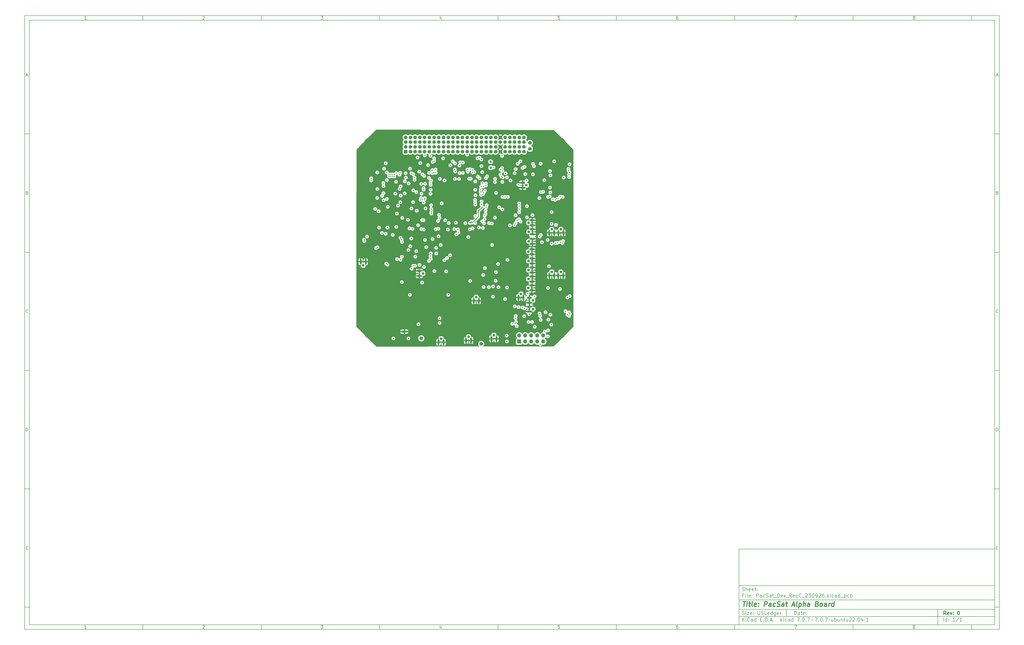
<source format=gbr>
%TF.GenerationSoftware,KiCad,Pcbnew,7.0.7-7.0.7~ubuntu22.04.1*%
%TF.CreationDate,2023-10-03T20:17:37-05:00*%
%TF.ProjectId,PacSat_Dev_RecC_230926,50616353-6174-45f4-9465-765f52656343,0*%
%TF.SameCoordinates,Original*%
%TF.FileFunction,Copper,L2,Inr*%
%TF.FilePolarity,Positive*%
%FSLAX46Y46*%
G04 Gerber Fmt 4.6, Leading zero omitted, Abs format (unit mm)*
G04 Created by KiCad (PCBNEW 7.0.7-7.0.7~ubuntu22.04.1) date 2023-10-03 20:17:37*
%MOMM*%
%LPD*%
G01*
G04 APERTURE LIST*
G04 Aperture macros list*
%AMRoundRect*
0 Rectangle with rounded corners*
0 $1 Rounding radius*
0 $2 $3 $4 $5 $6 $7 $8 $9 X,Y pos of 4 corners*
0 Add a 4 corners polygon primitive as box body*
4,1,4,$2,$3,$4,$5,$6,$7,$8,$9,$2,$3,0*
0 Add four circle primitives for the rounded corners*
1,1,$1+$1,$2,$3*
1,1,$1+$1,$4,$5*
1,1,$1+$1,$6,$7*
1,1,$1+$1,$8,$9*
0 Add four rect primitives between the rounded corners*
20,1,$1+$1,$2,$3,$4,$5,0*
20,1,$1+$1,$4,$5,$6,$7,0*
20,1,$1+$1,$6,$7,$8,$9,0*
20,1,$1+$1,$8,$9,$2,$3,0*%
G04 Aperture macros list end*
%ADD10C,0.100000*%
%ADD11C,0.150000*%
%ADD12C,0.300000*%
%ADD13C,0.400000*%
%TA.AperFunction,ComponentPad*%
%ADD14C,1.524000*%
%TD*%
%TA.AperFunction,ComponentPad*%
%ADD15C,6.350000*%
%TD*%
%TA.AperFunction,ComponentPad*%
%ADD16RoundRect,0.290840X-0.471160X-0.471160X0.471160X-0.471160X0.471160X0.471160X-0.471160X0.471160X0*%
%TD*%
%TA.AperFunction,ComponentPad*%
%ADD17C,1.016000*%
%TD*%
%TA.AperFunction,ComponentPad*%
%ADD18O,2.540000X0.889000*%
%TD*%
%TA.AperFunction,ComponentPad*%
%ADD19C,1.000000*%
%TD*%
%TA.AperFunction,ComponentPad*%
%ADD20R,1.700000X1.700000*%
%TD*%
%TA.AperFunction,ComponentPad*%
%ADD21O,1.700000X1.700000*%
%TD*%
%TA.AperFunction,ComponentPad*%
%ADD22RoundRect,0.254000X0.254000X-0.254000X0.254000X0.254000X-0.254000X0.254000X-0.254000X-0.254000X0*%
%TD*%
%TA.AperFunction,ComponentPad*%
%ADD23RoundRect,0.200000X0.200000X-0.800000X0.200000X0.800000X-0.200000X0.800000X-0.200000X-0.800000X0*%
%TD*%
%TA.AperFunction,ComponentPad*%
%ADD24RoundRect,0.254000X0.254000X0.254000X-0.254000X0.254000X-0.254000X-0.254000X0.254000X-0.254000X0*%
%TD*%
%TA.AperFunction,ComponentPad*%
%ADD25RoundRect,0.200000X0.800000X0.200000X-0.800000X0.200000X-0.800000X-0.200000X0.800000X-0.200000X0*%
%TD*%
%TA.AperFunction,ComponentPad*%
%ADD26RoundRect,0.254000X-0.254000X0.254000X-0.254000X-0.254000X0.254000X-0.254000X0.254000X0.254000X0*%
%TD*%
%TA.AperFunction,ComponentPad*%
%ADD27RoundRect,0.200000X-0.200000X0.800000X-0.200000X-0.800000X0.200000X-0.800000X0.200000X0.800000X0*%
%TD*%
%TA.AperFunction,ComponentPad*%
%ADD28RoundRect,0.254000X-0.254000X-0.254000X0.254000X-0.254000X0.254000X0.254000X-0.254000X0.254000X0*%
%TD*%
%TA.AperFunction,ComponentPad*%
%ADD29RoundRect,0.200000X-0.800000X-0.200000X0.800000X-0.200000X0.800000X0.200000X-0.800000X0.200000X0*%
%TD*%
%TA.AperFunction,ViaPad*%
%ADD30C,0.508000*%
%TD*%
%TA.AperFunction,Conductor*%
%ADD31C,0.203200*%
%TD*%
%TA.AperFunction,Conductor*%
%ADD32C,0.330200*%
%TD*%
%TA.AperFunction,Conductor*%
%ADD33C,0.152400*%
%TD*%
%TA.AperFunction,Conductor*%
%ADD34C,0.381000*%
%TD*%
%TA.AperFunction,Conductor*%
%ADD35C,0.304800*%
%TD*%
G04 APERTURE END LIST*
D10*
D11*
X311800000Y-235400000D02*
X419800000Y-235400000D01*
X419800000Y-267400000D01*
X311800000Y-267400000D01*
X311800000Y-235400000D01*
D10*
D11*
X10000000Y-10000000D02*
X421800000Y-10000000D01*
X421800000Y-269400000D01*
X10000000Y-269400000D01*
X10000000Y-10000000D01*
D10*
D11*
X12000000Y-12000000D02*
X419800000Y-12000000D01*
X419800000Y-267400000D01*
X12000000Y-267400000D01*
X12000000Y-12000000D01*
D10*
D11*
X60000000Y-12000000D02*
X60000000Y-10000000D01*
D10*
D11*
X110000000Y-12000000D02*
X110000000Y-10000000D01*
D10*
D11*
X160000000Y-12000000D02*
X160000000Y-10000000D01*
D10*
D11*
X210000000Y-12000000D02*
X210000000Y-10000000D01*
D10*
D11*
X260000000Y-12000000D02*
X260000000Y-10000000D01*
D10*
D11*
X310000000Y-12000000D02*
X310000000Y-10000000D01*
D10*
D11*
X360000000Y-12000000D02*
X360000000Y-10000000D01*
D10*
D11*
X410000000Y-12000000D02*
X410000000Y-10000000D01*
D10*
D11*
X36089160Y-11593604D02*
X35346303Y-11593604D01*
X35717731Y-11593604D02*
X35717731Y-10293604D01*
X35717731Y-10293604D02*
X35593922Y-10479319D01*
X35593922Y-10479319D02*
X35470112Y-10603128D01*
X35470112Y-10603128D02*
X35346303Y-10665033D01*
D10*
D11*
X85346303Y-10417414D02*
X85408207Y-10355509D01*
X85408207Y-10355509D02*
X85532017Y-10293604D01*
X85532017Y-10293604D02*
X85841541Y-10293604D01*
X85841541Y-10293604D02*
X85965350Y-10355509D01*
X85965350Y-10355509D02*
X86027255Y-10417414D01*
X86027255Y-10417414D02*
X86089160Y-10541223D01*
X86089160Y-10541223D02*
X86089160Y-10665033D01*
X86089160Y-10665033D02*
X86027255Y-10850747D01*
X86027255Y-10850747D02*
X85284398Y-11593604D01*
X85284398Y-11593604D02*
X86089160Y-11593604D01*
D10*
D11*
X135284398Y-10293604D02*
X136089160Y-10293604D01*
X136089160Y-10293604D02*
X135655826Y-10788842D01*
X135655826Y-10788842D02*
X135841541Y-10788842D01*
X135841541Y-10788842D02*
X135965350Y-10850747D01*
X135965350Y-10850747D02*
X136027255Y-10912652D01*
X136027255Y-10912652D02*
X136089160Y-11036461D01*
X136089160Y-11036461D02*
X136089160Y-11345985D01*
X136089160Y-11345985D02*
X136027255Y-11469795D01*
X136027255Y-11469795D02*
X135965350Y-11531700D01*
X135965350Y-11531700D02*
X135841541Y-11593604D01*
X135841541Y-11593604D02*
X135470112Y-11593604D01*
X135470112Y-11593604D02*
X135346303Y-11531700D01*
X135346303Y-11531700D02*
X135284398Y-11469795D01*
D10*
D11*
X185965350Y-10726938D02*
X185965350Y-11593604D01*
X185655826Y-10231700D02*
X185346303Y-11160271D01*
X185346303Y-11160271D02*
X186151064Y-11160271D01*
D10*
D11*
X236027255Y-10293604D02*
X235408207Y-10293604D01*
X235408207Y-10293604D02*
X235346303Y-10912652D01*
X235346303Y-10912652D02*
X235408207Y-10850747D01*
X235408207Y-10850747D02*
X235532017Y-10788842D01*
X235532017Y-10788842D02*
X235841541Y-10788842D01*
X235841541Y-10788842D02*
X235965350Y-10850747D01*
X235965350Y-10850747D02*
X236027255Y-10912652D01*
X236027255Y-10912652D02*
X236089160Y-11036461D01*
X236089160Y-11036461D02*
X236089160Y-11345985D01*
X236089160Y-11345985D02*
X236027255Y-11469795D01*
X236027255Y-11469795D02*
X235965350Y-11531700D01*
X235965350Y-11531700D02*
X235841541Y-11593604D01*
X235841541Y-11593604D02*
X235532017Y-11593604D01*
X235532017Y-11593604D02*
X235408207Y-11531700D01*
X235408207Y-11531700D02*
X235346303Y-11469795D01*
D10*
D11*
X285965350Y-10293604D02*
X285717731Y-10293604D01*
X285717731Y-10293604D02*
X285593922Y-10355509D01*
X285593922Y-10355509D02*
X285532017Y-10417414D01*
X285532017Y-10417414D02*
X285408207Y-10603128D01*
X285408207Y-10603128D02*
X285346303Y-10850747D01*
X285346303Y-10850747D02*
X285346303Y-11345985D01*
X285346303Y-11345985D02*
X285408207Y-11469795D01*
X285408207Y-11469795D02*
X285470112Y-11531700D01*
X285470112Y-11531700D02*
X285593922Y-11593604D01*
X285593922Y-11593604D02*
X285841541Y-11593604D01*
X285841541Y-11593604D02*
X285965350Y-11531700D01*
X285965350Y-11531700D02*
X286027255Y-11469795D01*
X286027255Y-11469795D02*
X286089160Y-11345985D01*
X286089160Y-11345985D02*
X286089160Y-11036461D01*
X286089160Y-11036461D02*
X286027255Y-10912652D01*
X286027255Y-10912652D02*
X285965350Y-10850747D01*
X285965350Y-10850747D02*
X285841541Y-10788842D01*
X285841541Y-10788842D02*
X285593922Y-10788842D01*
X285593922Y-10788842D02*
X285470112Y-10850747D01*
X285470112Y-10850747D02*
X285408207Y-10912652D01*
X285408207Y-10912652D02*
X285346303Y-11036461D01*
D10*
D11*
X335284398Y-10293604D02*
X336151064Y-10293604D01*
X336151064Y-10293604D02*
X335593922Y-11593604D01*
D10*
D11*
X385593922Y-10850747D02*
X385470112Y-10788842D01*
X385470112Y-10788842D02*
X385408207Y-10726938D01*
X385408207Y-10726938D02*
X385346303Y-10603128D01*
X385346303Y-10603128D02*
X385346303Y-10541223D01*
X385346303Y-10541223D02*
X385408207Y-10417414D01*
X385408207Y-10417414D02*
X385470112Y-10355509D01*
X385470112Y-10355509D02*
X385593922Y-10293604D01*
X385593922Y-10293604D02*
X385841541Y-10293604D01*
X385841541Y-10293604D02*
X385965350Y-10355509D01*
X385965350Y-10355509D02*
X386027255Y-10417414D01*
X386027255Y-10417414D02*
X386089160Y-10541223D01*
X386089160Y-10541223D02*
X386089160Y-10603128D01*
X386089160Y-10603128D02*
X386027255Y-10726938D01*
X386027255Y-10726938D02*
X385965350Y-10788842D01*
X385965350Y-10788842D02*
X385841541Y-10850747D01*
X385841541Y-10850747D02*
X385593922Y-10850747D01*
X385593922Y-10850747D02*
X385470112Y-10912652D01*
X385470112Y-10912652D02*
X385408207Y-10974557D01*
X385408207Y-10974557D02*
X385346303Y-11098366D01*
X385346303Y-11098366D02*
X385346303Y-11345985D01*
X385346303Y-11345985D02*
X385408207Y-11469795D01*
X385408207Y-11469795D02*
X385470112Y-11531700D01*
X385470112Y-11531700D02*
X385593922Y-11593604D01*
X385593922Y-11593604D02*
X385841541Y-11593604D01*
X385841541Y-11593604D02*
X385965350Y-11531700D01*
X385965350Y-11531700D02*
X386027255Y-11469795D01*
X386027255Y-11469795D02*
X386089160Y-11345985D01*
X386089160Y-11345985D02*
X386089160Y-11098366D01*
X386089160Y-11098366D02*
X386027255Y-10974557D01*
X386027255Y-10974557D02*
X385965350Y-10912652D01*
X385965350Y-10912652D02*
X385841541Y-10850747D01*
D10*
D11*
X60000000Y-267400000D02*
X60000000Y-269400000D01*
D10*
D11*
X110000000Y-267400000D02*
X110000000Y-269400000D01*
D10*
D11*
X160000000Y-267400000D02*
X160000000Y-269400000D01*
D10*
D11*
X210000000Y-267400000D02*
X210000000Y-269400000D01*
D10*
D11*
X260000000Y-267400000D02*
X260000000Y-269400000D01*
D10*
D11*
X310000000Y-267400000D02*
X310000000Y-269400000D01*
D10*
D11*
X360000000Y-267400000D02*
X360000000Y-269400000D01*
D10*
D11*
X410000000Y-267400000D02*
X410000000Y-269400000D01*
D10*
D11*
X36089160Y-268993604D02*
X35346303Y-268993604D01*
X35717731Y-268993604D02*
X35717731Y-267693604D01*
X35717731Y-267693604D02*
X35593922Y-267879319D01*
X35593922Y-267879319D02*
X35470112Y-268003128D01*
X35470112Y-268003128D02*
X35346303Y-268065033D01*
D10*
D11*
X85346303Y-267817414D02*
X85408207Y-267755509D01*
X85408207Y-267755509D02*
X85532017Y-267693604D01*
X85532017Y-267693604D02*
X85841541Y-267693604D01*
X85841541Y-267693604D02*
X85965350Y-267755509D01*
X85965350Y-267755509D02*
X86027255Y-267817414D01*
X86027255Y-267817414D02*
X86089160Y-267941223D01*
X86089160Y-267941223D02*
X86089160Y-268065033D01*
X86089160Y-268065033D02*
X86027255Y-268250747D01*
X86027255Y-268250747D02*
X85284398Y-268993604D01*
X85284398Y-268993604D02*
X86089160Y-268993604D01*
D10*
D11*
X135284398Y-267693604D02*
X136089160Y-267693604D01*
X136089160Y-267693604D02*
X135655826Y-268188842D01*
X135655826Y-268188842D02*
X135841541Y-268188842D01*
X135841541Y-268188842D02*
X135965350Y-268250747D01*
X135965350Y-268250747D02*
X136027255Y-268312652D01*
X136027255Y-268312652D02*
X136089160Y-268436461D01*
X136089160Y-268436461D02*
X136089160Y-268745985D01*
X136089160Y-268745985D02*
X136027255Y-268869795D01*
X136027255Y-268869795D02*
X135965350Y-268931700D01*
X135965350Y-268931700D02*
X135841541Y-268993604D01*
X135841541Y-268993604D02*
X135470112Y-268993604D01*
X135470112Y-268993604D02*
X135346303Y-268931700D01*
X135346303Y-268931700D02*
X135284398Y-268869795D01*
D10*
D11*
X185965350Y-268126938D02*
X185965350Y-268993604D01*
X185655826Y-267631700D02*
X185346303Y-268560271D01*
X185346303Y-268560271D02*
X186151064Y-268560271D01*
D10*
D11*
X236027255Y-267693604D02*
X235408207Y-267693604D01*
X235408207Y-267693604D02*
X235346303Y-268312652D01*
X235346303Y-268312652D02*
X235408207Y-268250747D01*
X235408207Y-268250747D02*
X235532017Y-268188842D01*
X235532017Y-268188842D02*
X235841541Y-268188842D01*
X235841541Y-268188842D02*
X235965350Y-268250747D01*
X235965350Y-268250747D02*
X236027255Y-268312652D01*
X236027255Y-268312652D02*
X236089160Y-268436461D01*
X236089160Y-268436461D02*
X236089160Y-268745985D01*
X236089160Y-268745985D02*
X236027255Y-268869795D01*
X236027255Y-268869795D02*
X235965350Y-268931700D01*
X235965350Y-268931700D02*
X235841541Y-268993604D01*
X235841541Y-268993604D02*
X235532017Y-268993604D01*
X235532017Y-268993604D02*
X235408207Y-268931700D01*
X235408207Y-268931700D02*
X235346303Y-268869795D01*
D10*
D11*
X285965350Y-267693604D02*
X285717731Y-267693604D01*
X285717731Y-267693604D02*
X285593922Y-267755509D01*
X285593922Y-267755509D02*
X285532017Y-267817414D01*
X285532017Y-267817414D02*
X285408207Y-268003128D01*
X285408207Y-268003128D02*
X285346303Y-268250747D01*
X285346303Y-268250747D02*
X285346303Y-268745985D01*
X285346303Y-268745985D02*
X285408207Y-268869795D01*
X285408207Y-268869795D02*
X285470112Y-268931700D01*
X285470112Y-268931700D02*
X285593922Y-268993604D01*
X285593922Y-268993604D02*
X285841541Y-268993604D01*
X285841541Y-268993604D02*
X285965350Y-268931700D01*
X285965350Y-268931700D02*
X286027255Y-268869795D01*
X286027255Y-268869795D02*
X286089160Y-268745985D01*
X286089160Y-268745985D02*
X286089160Y-268436461D01*
X286089160Y-268436461D02*
X286027255Y-268312652D01*
X286027255Y-268312652D02*
X285965350Y-268250747D01*
X285965350Y-268250747D02*
X285841541Y-268188842D01*
X285841541Y-268188842D02*
X285593922Y-268188842D01*
X285593922Y-268188842D02*
X285470112Y-268250747D01*
X285470112Y-268250747D02*
X285408207Y-268312652D01*
X285408207Y-268312652D02*
X285346303Y-268436461D01*
D10*
D11*
X335284398Y-267693604D02*
X336151064Y-267693604D01*
X336151064Y-267693604D02*
X335593922Y-268993604D01*
D10*
D11*
X385593922Y-268250747D02*
X385470112Y-268188842D01*
X385470112Y-268188842D02*
X385408207Y-268126938D01*
X385408207Y-268126938D02*
X385346303Y-268003128D01*
X385346303Y-268003128D02*
X385346303Y-267941223D01*
X385346303Y-267941223D02*
X385408207Y-267817414D01*
X385408207Y-267817414D02*
X385470112Y-267755509D01*
X385470112Y-267755509D02*
X385593922Y-267693604D01*
X385593922Y-267693604D02*
X385841541Y-267693604D01*
X385841541Y-267693604D02*
X385965350Y-267755509D01*
X385965350Y-267755509D02*
X386027255Y-267817414D01*
X386027255Y-267817414D02*
X386089160Y-267941223D01*
X386089160Y-267941223D02*
X386089160Y-268003128D01*
X386089160Y-268003128D02*
X386027255Y-268126938D01*
X386027255Y-268126938D02*
X385965350Y-268188842D01*
X385965350Y-268188842D02*
X385841541Y-268250747D01*
X385841541Y-268250747D02*
X385593922Y-268250747D01*
X385593922Y-268250747D02*
X385470112Y-268312652D01*
X385470112Y-268312652D02*
X385408207Y-268374557D01*
X385408207Y-268374557D02*
X385346303Y-268498366D01*
X385346303Y-268498366D02*
X385346303Y-268745985D01*
X385346303Y-268745985D02*
X385408207Y-268869795D01*
X385408207Y-268869795D02*
X385470112Y-268931700D01*
X385470112Y-268931700D02*
X385593922Y-268993604D01*
X385593922Y-268993604D02*
X385841541Y-268993604D01*
X385841541Y-268993604D02*
X385965350Y-268931700D01*
X385965350Y-268931700D02*
X386027255Y-268869795D01*
X386027255Y-268869795D02*
X386089160Y-268745985D01*
X386089160Y-268745985D02*
X386089160Y-268498366D01*
X386089160Y-268498366D02*
X386027255Y-268374557D01*
X386027255Y-268374557D02*
X385965350Y-268312652D01*
X385965350Y-268312652D02*
X385841541Y-268250747D01*
D10*
D11*
X10000000Y-60000000D02*
X12000000Y-60000000D01*
D10*
D11*
X10000000Y-110000000D02*
X12000000Y-110000000D01*
D10*
D11*
X10000000Y-160000000D02*
X12000000Y-160000000D01*
D10*
D11*
X10000000Y-210000000D02*
X12000000Y-210000000D01*
D10*
D11*
X10000000Y-260000000D02*
X12000000Y-260000000D01*
D10*
D11*
X10690476Y-35222176D02*
X11309523Y-35222176D01*
X10566666Y-35593604D02*
X10999999Y-34293604D01*
X10999999Y-34293604D02*
X11433333Y-35593604D01*
D10*
D11*
X11092857Y-84912652D02*
X11278571Y-84974557D01*
X11278571Y-84974557D02*
X11340476Y-85036461D01*
X11340476Y-85036461D02*
X11402380Y-85160271D01*
X11402380Y-85160271D02*
X11402380Y-85345985D01*
X11402380Y-85345985D02*
X11340476Y-85469795D01*
X11340476Y-85469795D02*
X11278571Y-85531700D01*
X11278571Y-85531700D02*
X11154761Y-85593604D01*
X11154761Y-85593604D02*
X10659523Y-85593604D01*
X10659523Y-85593604D02*
X10659523Y-84293604D01*
X10659523Y-84293604D02*
X11092857Y-84293604D01*
X11092857Y-84293604D02*
X11216666Y-84355509D01*
X11216666Y-84355509D02*
X11278571Y-84417414D01*
X11278571Y-84417414D02*
X11340476Y-84541223D01*
X11340476Y-84541223D02*
X11340476Y-84665033D01*
X11340476Y-84665033D02*
X11278571Y-84788842D01*
X11278571Y-84788842D02*
X11216666Y-84850747D01*
X11216666Y-84850747D02*
X11092857Y-84912652D01*
X11092857Y-84912652D02*
X10659523Y-84912652D01*
D10*
D11*
X11402380Y-135469795D02*
X11340476Y-135531700D01*
X11340476Y-135531700D02*
X11154761Y-135593604D01*
X11154761Y-135593604D02*
X11030952Y-135593604D01*
X11030952Y-135593604D02*
X10845238Y-135531700D01*
X10845238Y-135531700D02*
X10721428Y-135407890D01*
X10721428Y-135407890D02*
X10659523Y-135284080D01*
X10659523Y-135284080D02*
X10597619Y-135036461D01*
X10597619Y-135036461D02*
X10597619Y-134850747D01*
X10597619Y-134850747D02*
X10659523Y-134603128D01*
X10659523Y-134603128D02*
X10721428Y-134479319D01*
X10721428Y-134479319D02*
X10845238Y-134355509D01*
X10845238Y-134355509D02*
X11030952Y-134293604D01*
X11030952Y-134293604D02*
X11154761Y-134293604D01*
X11154761Y-134293604D02*
X11340476Y-134355509D01*
X11340476Y-134355509D02*
X11402380Y-134417414D01*
D10*
D11*
X10659523Y-185593604D02*
X10659523Y-184293604D01*
X10659523Y-184293604D02*
X10969047Y-184293604D01*
X10969047Y-184293604D02*
X11154761Y-184355509D01*
X11154761Y-184355509D02*
X11278571Y-184479319D01*
X11278571Y-184479319D02*
X11340476Y-184603128D01*
X11340476Y-184603128D02*
X11402380Y-184850747D01*
X11402380Y-184850747D02*
X11402380Y-185036461D01*
X11402380Y-185036461D02*
X11340476Y-185284080D01*
X11340476Y-185284080D02*
X11278571Y-185407890D01*
X11278571Y-185407890D02*
X11154761Y-185531700D01*
X11154761Y-185531700D02*
X10969047Y-185593604D01*
X10969047Y-185593604D02*
X10659523Y-185593604D01*
D10*
D11*
X10721428Y-234912652D02*
X11154762Y-234912652D01*
X11340476Y-235593604D02*
X10721428Y-235593604D01*
X10721428Y-235593604D02*
X10721428Y-234293604D01*
X10721428Y-234293604D02*
X11340476Y-234293604D01*
D10*
D11*
X421800000Y-60000000D02*
X419800000Y-60000000D01*
D10*
D11*
X421800000Y-110000000D02*
X419800000Y-110000000D01*
D10*
D11*
X421800000Y-160000000D02*
X419800000Y-160000000D01*
D10*
D11*
X421800000Y-210000000D02*
X419800000Y-210000000D01*
D10*
D11*
X421800000Y-260000000D02*
X419800000Y-260000000D01*
D10*
D11*
X420490476Y-35222176D02*
X421109523Y-35222176D01*
X420366666Y-35593604D02*
X420799999Y-34293604D01*
X420799999Y-34293604D02*
X421233333Y-35593604D01*
D10*
D11*
X420892857Y-84912652D02*
X421078571Y-84974557D01*
X421078571Y-84974557D02*
X421140476Y-85036461D01*
X421140476Y-85036461D02*
X421202380Y-85160271D01*
X421202380Y-85160271D02*
X421202380Y-85345985D01*
X421202380Y-85345985D02*
X421140476Y-85469795D01*
X421140476Y-85469795D02*
X421078571Y-85531700D01*
X421078571Y-85531700D02*
X420954761Y-85593604D01*
X420954761Y-85593604D02*
X420459523Y-85593604D01*
X420459523Y-85593604D02*
X420459523Y-84293604D01*
X420459523Y-84293604D02*
X420892857Y-84293604D01*
X420892857Y-84293604D02*
X421016666Y-84355509D01*
X421016666Y-84355509D02*
X421078571Y-84417414D01*
X421078571Y-84417414D02*
X421140476Y-84541223D01*
X421140476Y-84541223D02*
X421140476Y-84665033D01*
X421140476Y-84665033D02*
X421078571Y-84788842D01*
X421078571Y-84788842D02*
X421016666Y-84850747D01*
X421016666Y-84850747D02*
X420892857Y-84912652D01*
X420892857Y-84912652D02*
X420459523Y-84912652D01*
D10*
D11*
X421202380Y-135469795D02*
X421140476Y-135531700D01*
X421140476Y-135531700D02*
X420954761Y-135593604D01*
X420954761Y-135593604D02*
X420830952Y-135593604D01*
X420830952Y-135593604D02*
X420645238Y-135531700D01*
X420645238Y-135531700D02*
X420521428Y-135407890D01*
X420521428Y-135407890D02*
X420459523Y-135284080D01*
X420459523Y-135284080D02*
X420397619Y-135036461D01*
X420397619Y-135036461D02*
X420397619Y-134850747D01*
X420397619Y-134850747D02*
X420459523Y-134603128D01*
X420459523Y-134603128D02*
X420521428Y-134479319D01*
X420521428Y-134479319D02*
X420645238Y-134355509D01*
X420645238Y-134355509D02*
X420830952Y-134293604D01*
X420830952Y-134293604D02*
X420954761Y-134293604D01*
X420954761Y-134293604D02*
X421140476Y-134355509D01*
X421140476Y-134355509D02*
X421202380Y-134417414D01*
D10*
D11*
X420459523Y-185593604D02*
X420459523Y-184293604D01*
X420459523Y-184293604D02*
X420769047Y-184293604D01*
X420769047Y-184293604D02*
X420954761Y-184355509D01*
X420954761Y-184355509D02*
X421078571Y-184479319D01*
X421078571Y-184479319D02*
X421140476Y-184603128D01*
X421140476Y-184603128D02*
X421202380Y-184850747D01*
X421202380Y-184850747D02*
X421202380Y-185036461D01*
X421202380Y-185036461D02*
X421140476Y-185284080D01*
X421140476Y-185284080D02*
X421078571Y-185407890D01*
X421078571Y-185407890D02*
X420954761Y-185531700D01*
X420954761Y-185531700D02*
X420769047Y-185593604D01*
X420769047Y-185593604D02*
X420459523Y-185593604D01*
D10*
D11*
X420521428Y-234912652D02*
X420954762Y-234912652D01*
X421140476Y-235593604D02*
X420521428Y-235593604D01*
X420521428Y-235593604D02*
X420521428Y-234293604D01*
X420521428Y-234293604D02*
X421140476Y-234293604D01*
D10*
D11*
X335255826Y-263186128D02*
X335255826Y-261686128D01*
X335255826Y-261686128D02*
X335612969Y-261686128D01*
X335612969Y-261686128D02*
X335827255Y-261757557D01*
X335827255Y-261757557D02*
X335970112Y-261900414D01*
X335970112Y-261900414D02*
X336041541Y-262043271D01*
X336041541Y-262043271D02*
X336112969Y-262328985D01*
X336112969Y-262328985D02*
X336112969Y-262543271D01*
X336112969Y-262543271D02*
X336041541Y-262828985D01*
X336041541Y-262828985D02*
X335970112Y-262971842D01*
X335970112Y-262971842D02*
X335827255Y-263114700D01*
X335827255Y-263114700D02*
X335612969Y-263186128D01*
X335612969Y-263186128D02*
X335255826Y-263186128D01*
X337398684Y-263186128D02*
X337398684Y-262400414D01*
X337398684Y-262400414D02*
X337327255Y-262257557D01*
X337327255Y-262257557D02*
X337184398Y-262186128D01*
X337184398Y-262186128D02*
X336898684Y-262186128D01*
X336898684Y-262186128D02*
X336755826Y-262257557D01*
X337398684Y-263114700D02*
X337255826Y-263186128D01*
X337255826Y-263186128D02*
X336898684Y-263186128D01*
X336898684Y-263186128D02*
X336755826Y-263114700D01*
X336755826Y-263114700D02*
X336684398Y-262971842D01*
X336684398Y-262971842D02*
X336684398Y-262828985D01*
X336684398Y-262828985D02*
X336755826Y-262686128D01*
X336755826Y-262686128D02*
X336898684Y-262614700D01*
X336898684Y-262614700D02*
X337255826Y-262614700D01*
X337255826Y-262614700D02*
X337398684Y-262543271D01*
X337898684Y-262186128D02*
X338470112Y-262186128D01*
X338112969Y-261686128D02*
X338112969Y-262971842D01*
X338112969Y-262971842D02*
X338184398Y-263114700D01*
X338184398Y-263114700D02*
X338327255Y-263186128D01*
X338327255Y-263186128D02*
X338470112Y-263186128D01*
X339541541Y-263114700D02*
X339398684Y-263186128D01*
X339398684Y-263186128D02*
X339112970Y-263186128D01*
X339112970Y-263186128D02*
X338970112Y-263114700D01*
X338970112Y-263114700D02*
X338898684Y-262971842D01*
X338898684Y-262971842D02*
X338898684Y-262400414D01*
X338898684Y-262400414D02*
X338970112Y-262257557D01*
X338970112Y-262257557D02*
X339112970Y-262186128D01*
X339112970Y-262186128D02*
X339398684Y-262186128D01*
X339398684Y-262186128D02*
X339541541Y-262257557D01*
X339541541Y-262257557D02*
X339612970Y-262400414D01*
X339612970Y-262400414D02*
X339612970Y-262543271D01*
X339612970Y-262543271D02*
X338898684Y-262686128D01*
X340255826Y-263043271D02*
X340327255Y-263114700D01*
X340327255Y-263114700D02*
X340255826Y-263186128D01*
X340255826Y-263186128D02*
X340184398Y-263114700D01*
X340184398Y-263114700D02*
X340255826Y-263043271D01*
X340255826Y-263043271D02*
X340255826Y-263186128D01*
X340255826Y-262257557D02*
X340327255Y-262328985D01*
X340327255Y-262328985D02*
X340255826Y-262400414D01*
X340255826Y-262400414D02*
X340184398Y-262328985D01*
X340184398Y-262328985D02*
X340255826Y-262257557D01*
X340255826Y-262257557D02*
X340255826Y-262400414D01*
D10*
D11*
X311800000Y-263900000D02*
X419800000Y-263900000D01*
D10*
D11*
X313255826Y-265986128D02*
X313255826Y-264486128D01*
X314112969Y-265986128D02*
X313470112Y-265128985D01*
X314112969Y-264486128D02*
X313255826Y-265343271D01*
X314755826Y-265986128D02*
X314755826Y-264986128D01*
X314755826Y-264486128D02*
X314684398Y-264557557D01*
X314684398Y-264557557D02*
X314755826Y-264628985D01*
X314755826Y-264628985D02*
X314827255Y-264557557D01*
X314827255Y-264557557D02*
X314755826Y-264486128D01*
X314755826Y-264486128D02*
X314755826Y-264628985D01*
X316327255Y-265843271D02*
X316255827Y-265914700D01*
X316255827Y-265914700D02*
X316041541Y-265986128D01*
X316041541Y-265986128D02*
X315898684Y-265986128D01*
X315898684Y-265986128D02*
X315684398Y-265914700D01*
X315684398Y-265914700D02*
X315541541Y-265771842D01*
X315541541Y-265771842D02*
X315470112Y-265628985D01*
X315470112Y-265628985D02*
X315398684Y-265343271D01*
X315398684Y-265343271D02*
X315398684Y-265128985D01*
X315398684Y-265128985D02*
X315470112Y-264843271D01*
X315470112Y-264843271D02*
X315541541Y-264700414D01*
X315541541Y-264700414D02*
X315684398Y-264557557D01*
X315684398Y-264557557D02*
X315898684Y-264486128D01*
X315898684Y-264486128D02*
X316041541Y-264486128D01*
X316041541Y-264486128D02*
X316255827Y-264557557D01*
X316255827Y-264557557D02*
X316327255Y-264628985D01*
X317612970Y-265986128D02*
X317612970Y-265200414D01*
X317612970Y-265200414D02*
X317541541Y-265057557D01*
X317541541Y-265057557D02*
X317398684Y-264986128D01*
X317398684Y-264986128D02*
X317112970Y-264986128D01*
X317112970Y-264986128D02*
X316970112Y-265057557D01*
X317612970Y-265914700D02*
X317470112Y-265986128D01*
X317470112Y-265986128D02*
X317112970Y-265986128D01*
X317112970Y-265986128D02*
X316970112Y-265914700D01*
X316970112Y-265914700D02*
X316898684Y-265771842D01*
X316898684Y-265771842D02*
X316898684Y-265628985D01*
X316898684Y-265628985D02*
X316970112Y-265486128D01*
X316970112Y-265486128D02*
X317112970Y-265414700D01*
X317112970Y-265414700D02*
X317470112Y-265414700D01*
X317470112Y-265414700D02*
X317612970Y-265343271D01*
X318970113Y-265986128D02*
X318970113Y-264486128D01*
X318970113Y-265914700D02*
X318827255Y-265986128D01*
X318827255Y-265986128D02*
X318541541Y-265986128D01*
X318541541Y-265986128D02*
X318398684Y-265914700D01*
X318398684Y-265914700D02*
X318327255Y-265843271D01*
X318327255Y-265843271D02*
X318255827Y-265700414D01*
X318255827Y-265700414D02*
X318255827Y-265271842D01*
X318255827Y-265271842D02*
X318327255Y-265128985D01*
X318327255Y-265128985D02*
X318398684Y-265057557D01*
X318398684Y-265057557D02*
X318541541Y-264986128D01*
X318541541Y-264986128D02*
X318827255Y-264986128D01*
X318827255Y-264986128D02*
X318970113Y-265057557D01*
X320827255Y-265200414D02*
X321327255Y-265200414D01*
X321541541Y-265986128D02*
X320827255Y-265986128D01*
X320827255Y-265986128D02*
X320827255Y-264486128D01*
X320827255Y-264486128D02*
X321541541Y-264486128D01*
X322184398Y-265843271D02*
X322255827Y-265914700D01*
X322255827Y-265914700D02*
X322184398Y-265986128D01*
X322184398Y-265986128D02*
X322112970Y-265914700D01*
X322112970Y-265914700D02*
X322184398Y-265843271D01*
X322184398Y-265843271D02*
X322184398Y-265986128D01*
X322898684Y-265986128D02*
X322898684Y-264486128D01*
X322898684Y-264486128D02*
X323255827Y-264486128D01*
X323255827Y-264486128D02*
X323470113Y-264557557D01*
X323470113Y-264557557D02*
X323612970Y-264700414D01*
X323612970Y-264700414D02*
X323684399Y-264843271D01*
X323684399Y-264843271D02*
X323755827Y-265128985D01*
X323755827Y-265128985D02*
X323755827Y-265343271D01*
X323755827Y-265343271D02*
X323684399Y-265628985D01*
X323684399Y-265628985D02*
X323612970Y-265771842D01*
X323612970Y-265771842D02*
X323470113Y-265914700D01*
X323470113Y-265914700D02*
X323255827Y-265986128D01*
X323255827Y-265986128D02*
X322898684Y-265986128D01*
X324398684Y-265843271D02*
X324470113Y-265914700D01*
X324470113Y-265914700D02*
X324398684Y-265986128D01*
X324398684Y-265986128D02*
X324327256Y-265914700D01*
X324327256Y-265914700D02*
X324398684Y-265843271D01*
X324398684Y-265843271D02*
X324398684Y-265986128D01*
X325041542Y-265557557D02*
X325755828Y-265557557D01*
X324898685Y-265986128D02*
X325398685Y-264486128D01*
X325398685Y-264486128D02*
X325898685Y-265986128D01*
X326398684Y-265843271D02*
X326470113Y-265914700D01*
X326470113Y-265914700D02*
X326398684Y-265986128D01*
X326398684Y-265986128D02*
X326327256Y-265914700D01*
X326327256Y-265914700D02*
X326398684Y-265843271D01*
X326398684Y-265843271D02*
X326398684Y-265986128D01*
X329398684Y-265986128D02*
X329398684Y-264486128D01*
X329541542Y-265414700D02*
X329970113Y-265986128D01*
X329970113Y-264986128D02*
X329398684Y-265557557D01*
X330612970Y-265986128D02*
X330612970Y-264986128D01*
X330612970Y-264486128D02*
X330541542Y-264557557D01*
X330541542Y-264557557D02*
X330612970Y-264628985D01*
X330612970Y-264628985D02*
X330684399Y-264557557D01*
X330684399Y-264557557D02*
X330612970Y-264486128D01*
X330612970Y-264486128D02*
X330612970Y-264628985D01*
X331970114Y-265914700D02*
X331827256Y-265986128D01*
X331827256Y-265986128D02*
X331541542Y-265986128D01*
X331541542Y-265986128D02*
X331398685Y-265914700D01*
X331398685Y-265914700D02*
X331327256Y-265843271D01*
X331327256Y-265843271D02*
X331255828Y-265700414D01*
X331255828Y-265700414D02*
X331255828Y-265271842D01*
X331255828Y-265271842D02*
X331327256Y-265128985D01*
X331327256Y-265128985D02*
X331398685Y-265057557D01*
X331398685Y-265057557D02*
X331541542Y-264986128D01*
X331541542Y-264986128D02*
X331827256Y-264986128D01*
X331827256Y-264986128D02*
X331970114Y-265057557D01*
X333255828Y-265986128D02*
X333255828Y-265200414D01*
X333255828Y-265200414D02*
X333184399Y-265057557D01*
X333184399Y-265057557D02*
X333041542Y-264986128D01*
X333041542Y-264986128D02*
X332755828Y-264986128D01*
X332755828Y-264986128D02*
X332612970Y-265057557D01*
X333255828Y-265914700D02*
X333112970Y-265986128D01*
X333112970Y-265986128D02*
X332755828Y-265986128D01*
X332755828Y-265986128D02*
X332612970Y-265914700D01*
X332612970Y-265914700D02*
X332541542Y-265771842D01*
X332541542Y-265771842D02*
X332541542Y-265628985D01*
X332541542Y-265628985D02*
X332612970Y-265486128D01*
X332612970Y-265486128D02*
X332755828Y-265414700D01*
X332755828Y-265414700D02*
X333112970Y-265414700D01*
X333112970Y-265414700D02*
X333255828Y-265343271D01*
X334612971Y-265986128D02*
X334612971Y-264486128D01*
X334612971Y-265914700D02*
X334470113Y-265986128D01*
X334470113Y-265986128D02*
X334184399Y-265986128D01*
X334184399Y-265986128D02*
X334041542Y-265914700D01*
X334041542Y-265914700D02*
X333970113Y-265843271D01*
X333970113Y-265843271D02*
X333898685Y-265700414D01*
X333898685Y-265700414D02*
X333898685Y-265271842D01*
X333898685Y-265271842D02*
X333970113Y-265128985D01*
X333970113Y-265128985D02*
X334041542Y-265057557D01*
X334041542Y-265057557D02*
X334184399Y-264986128D01*
X334184399Y-264986128D02*
X334470113Y-264986128D01*
X334470113Y-264986128D02*
X334612971Y-265057557D01*
X336327256Y-264486128D02*
X337327256Y-264486128D01*
X337327256Y-264486128D02*
X336684399Y-265986128D01*
X337898684Y-265843271D02*
X337970113Y-265914700D01*
X337970113Y-265914700D02*
X337898684Y-265986128D01*
X337898684Y-265986128D02*
X337827256Y-265914700D01*
X337827256Y-265914700D02*
X337898684Y-265843271D01*
X337898684Y-265843271D02*
X337898684Y-265986128D01*
X338898685Y-264486128D02*
X339041542Y-264486128D01*
X339041542Y-264486128D02*
X339184399Y-264557557D01*
X339184399Y-264557557D02*
X339255828Y-264628985D01*
X339255828Y-264628985D02*
X339327256Y-264771842D01*
X339327256Y-264771842D02*
X339398685Y-265057557D01*
X339398685Y-265057557D02*
X339398685Y-265414700D01*
X339398685Y-265414700D02*
X339327256Y-265700414D01*
X339327256Y-265700414D02*
X339255828Y-265843271D01*
X339255828Y-265843271D02*
X339184399Y-265914700D01*
X339184399Y-265914700D02*
X339041542Y-265986128D01*
X339041542Y-265986128D02*
X338898685Y-265986128D01*
X338898685Y-265986128D02*
X338755828Y-265914700D01*
X338755828Y-265914700D02*
X338684399Y-265843271D01*
X338684399Y-265843271D02*
X338612970Y-265700414D01*
X338612970Y-265700414D02*
X338541542Y-265414700D01*
X338541542Y-265414700D02*
X338541542Y-265057557D01*
X338541542Y-265057557D02*
X338612970Y-264771842D01*
X338612970Y-264771842D02*
X338684399Y-264628985D01*
X338684399Y-264628985D02*
X338755828Y-264557557D01*
X338755828Y-264557557D02*
X338898685Y-264486128D01*
X340041541Y-265843271D02*
X340112970Y-265914700D01*
X340112970Y-265914700D02*
X340041541Y-265986128D01*
X340041541Y-265986128D02*
X339970113Y-265914700D01*
X339970113Y-265914700D02*
X340041541Y-265843271D01*
X340041541Y-265843271D02*
X340041541Y-265986128D01*
X340612970Y-264486128D02*
X341612970Y-264486128D01*
X341612970Y-264486128D02*
X340970113Y-265986128D01*
X342184398Y-265414700D02*
X343327256Y-265414700D01*
X343898684Y-264486128D02*
X344898684Y-264486128D01*
X344898684Y-264486128D02*
X344255827Y-265986128D01*
X345470112Y-265843271D02*
X345541541Y-265914700D01*
X345541541Y-265914700D02*
X345470112Y-265986128D01*
X345470112Y-265986128D02*
X345398684Y-265914700D01*
X345398684Y-265914700D02*
X345470112Y-265843271D01*
X345470112Y-265843271D02*
X345470112Y-265986128D01*
X346470113Y-264486128D02*
X346612970Y-264486128D01*
X346612970Y-264486128D02*
X346755827Y-264557557D01*
X346755827Y-264557557D02*
X346827256Y-264628985D01*
X346827256Y-264628985D02*
X346898684Y-264771842D01*
X346898684Y-264771842D02*
X346970113Y-265057557D01*
X346970113Y-265057557D02*
X346970113Y-265414700D01*
X346970113Y-265414700D02*
X346898684Y-265700414D01*
X346898684Y-265700414D02*
X346827256Y-265843271D01*
X346827256Y-265843271D02*
X346755827Y-265914700D01*
X346755827Y-265914700D02*
X346612970Y-265986128D01*
X346612970Y-265986128D02*
X346470113Y-265986128D01*
X346470113Y-265986128D02*
X346327256Y-265914700D01*
X346327256Y-265914700D02*
X346255827Y-265843271D01*
X346255827Y-265843271D02*
X346184398Y-265700414D01*
X346184398Y-265700414D02*
X346112970Y-265414700D01*
X346112970Y-265414700D02*
X346112970Y-265057557D01*
X346112970Y-265057557D02*
X346184398Y-264771842D01*
X346184398Y-264771842D02*
X346255827Y-264628985D01*
X346255827Y-264628985D02*
X346327256Y-264557557D01*
X346327256Y-264557557D02*
X346470113Y-264486128D01*
X347612969Y-265843271D02*
X347684398Y-265914700D01*
X347684398Y-265914700D02*
X347612969Y-265986128D01*
X347612969Y-265986128D02*
X347541541Y-265914700D01*
X347541541Y-265914700D02*
X347612969Y-265843271D01*
X347612969Y-265843271D02*
X347612969Y-265986128D01*
X348184398Y-264486128D02*
X349184398Y-264486128D01*
X349184398Y-264486128D02*
X348541541Y-265986128D01*
X349541541Y-265414700D02*
X349612969Y-265343271D01*
X349612969Y-265343271D02*
X349755826Y-265271842D01*
X349755826Y-265271842D02*
X350041541Y-265414700D01*
X350041541Y-265414700D02*
X350184398Y-265343271D01*
X350184398Y-265343271D02*
X350255826Y-265271842D01*
X351470113Y-264986128D02*
X351470113Y-265986128D01*
X350827255Y-264986128D02*
X350827255Y-265771842D01*
X350827255Y-265771842D02*
X350898684Y-265914700D01*
X350898684Y-265914700D02*
X351041541Y-265986128D01*
X351041541Y-265986128D02*
X351255827Y-265986128D01*
X351255827Y-265986128D02*
X351398684Y-265914700D01*
X351398684Y-265914700D02*
X351470113Y-265843271D01*
X352184398Y-265986128D02*
X352184398Y-264486128D01*
X352184398Y-265057557D02*
X352327256Y-264986128D01*
X352327256Y-264986128D02*
X352612970Y-264986128D01*
X352612970Y-264986128D02*
X352755827Y-265057557D01*
X352755827Y-265057557D02*
X352827256Y-265128985D01*
X352827256Y-265128985D02*
X352898684Y-265271842D01*
X352898684Y-265271842D02*
X352898684Y-265700414D01*
X352898684Y-265700414D02*
X352827256Y-265843271D01*
X352827256Y-265843271D02*
X352755827Y-265914700D01*
X352755827Y-265914700D02*
X352612970Y-265986128D01*
X352612970Y-265986128D02*
X352327256Y-265986128D01*
X352327256Y-265986128D02*
X352184398Y-265914700D01*
X354184399Y-264986128D02*
X354184399Y-265986128D01*
X353541541Y-264986128D02*
X353541541Y-265771842D01*
X353541541Y-265771842D02*
X353612970Y-265914700D01*
X353612970Y-265914700D02*
X353755827Y-265986128D01*
X353755827Y-265986128D02*
X353970113Y-265986128D01*
X353970113Y-265986128D02*
X354112970Y-265914700D01*
X354112970Y-265914700D02*
X354184399Y-265843271D01*
X354898684Y-264986128D02*
X354898684Y-265986128D01*
X354898684Y-265128985D02*
X354970113Y-265057557D01*
X354970113Y-265057557D02*
X355112970Y-264986128D01*
X355112970Y-264986128D02*
X355327256Y-264986128D01*
X355327256Y-264986128D02*
X355470113Y-265057557D01*
X355470113Y-265057557D02*
X355541542Y-265200414D01*
X355541542Y-265200414D02*
X355541542Y-265986128D01*
X356041542Y-264986128D02*
X356612970Y-264986128D01*
X356255827Y-264486128D02*
X356255827Y-265771842D01*
X356255827Y-265771842D02*
X356327256Y-265914700D01*
X356327256Y-265914700D02*
X356470113Y-265986128D01*
X356470113Y-265986128D02*
X356612970Y-265986128D01*
X357755828Y-264986128D02*
X357755828Y-265986128D01*
X357112970Y-264986128D02*
X357112970Y-265771842D01*
X357112970Y-265771842D02*
X357184399Y-265914700D01*
X357184399Y-265914700D02*
X357327256Y-265986128D01*
X357327256Y-265986128D02*
X357541542Y-265986128D01*
X357541542Y-265986128D02*
X357684399Y-265914700D01*
X357684399Y-265914700D02*
X357755828Y-265843271D01*
X358398685Y-264628985D02*
X358470113Y-264557557D01*
X358470113Y-264557557D02*
X358612971Y-264486128D01*
X358612971Y-264486128D02*
X358970113Y-264486128D01*
X358970113Y-264486128D02*
X359112971Y-264557557D01*
X359112971Y-264557557D02*
X359184399Y-264628985D01*
X359184399Y-264628985D02*
X359255828Y-264771842D01*
X359255828Y-264771842D02*
X359255828Y-264914700D01*
X359255828Y-264914700D02*
X359184399Y-265128985D01*
X359184399Y-265128985D02*
X358327256Y-265986128D01*
X358327256Y-265986128D02*
X359255828Y-265986128D01*
X359827256Y-264628985D02*
X359898684Y-264557557D01*
X359898684Y-264557557D02*
X360041542Y-264486128D01*
X360041542Y-264486128D02*
X360398684Y-264486128D01*
X360398684Y-264486128D02*
X360541542Y-264557557D01*
X360541542Y-264557557D02*
X360612970Y-264628985D01*
X360612970Y-264628985D02*
X360684399Y-264771842D01*
X360684399Y-264771842D02*
X360684399Y-264914700D01*
X360684399Y-264914700D02*
X360612970Y-265128985D01*
X360612970Y-265128985D02*
X359755827Y-265986128D01*
X359755827Y-265986128D02*
X360684399Y-265986128D01*
X361327255Y-265843271D02*
X361398684Y-265914700D01*
X361398684Y-265914700D02*
X361327255Y-265986128D01*
X361327255Y-265986128D02*
X361255827Y-265914700D01*
X361255827Y-265914700D02*
X361327255Y-265843271D01*
X361327255Y-265843271D02*
X361327255Y-265986128D01*
X362327256Y-264486128D02*
X362470113Y-264486128D01*
X362470113Y-264486128D02*
X362612970Y-264557557D01*
X362612970Y-264557557D02*
X362684399Y-264628985D01*
X362684399Y-264628985D02*
X362755827Y-264771842D01*
X362755827Y-264771842D02*
X362827256Y-265057557D01*
X362827256Y-265057557D02*
X362827256Y-265414700D01*
X362827256Y-265414700D02*
X362755827Y-265700414D01*
X362755827Y-265700414D02*
X362684399Y-265843271D01*
X362684399Y-265843271D02*
X362612970Y-265914700D01*
X362612970Y-265914700D02*
X362470113Y-265986128D01*
X362470113Y-265986128D02*
X362327256Y-265986128D01*
X362327256Y-265986128D02*
X362184399Y-265914700D01*
X362184399Y-265914700D02*
X362112970Y-265843271D01*
X362112970Y-265843271D02*
X362041541Y-265700414D01*
X362041541Y-265700414D02*
X361970113Y-265414700D01*
X361970113Y-265414700D02*
X361970113Y-265057557D01*
X361970113Y-265057557D02*
X362041541Y-264771842D01*
X362041541Y-264771842D02*
X362112970Y-264628985D01*
X362112970Y-264628985D02*
X362184399Y-264557557D01*
X362184399Y-264557557D02*
X362327256Y-264486128D01*
X364112970Y-264986128D02*
X364112970Y-265986128D01*
X363755827Y-264414700D02*
X363398684Y-265486128D01*
X363398684Y-265486128D02*
X364327255Y-265486128D01*
X364898683Y-265843271D02*
X364970112Y-265914700D01*
X364970112Y-265914700D02*
X364898683Y-265986128D01*
X364898683Y-265986128D02*
X364827255Y-265914700D01*
X364827255Y-265914700D02*
X364898683Y-265843271D01*
X364898683Y-265843271D02*
X364898683Y-265986128D01*
X366398684Y-265986128D02*
X365541541Y-265986128D01*
X365970112Y-265986128D02*
X365970112Y-264486128D01*
X365970112Y-264486128D02*
X365827255Y-264700414D01*
X365827255Y-264700414D02*
X365684398Y-264843271D01*
X365684398Y-264843271D02*
X365541541Y-264914700D01*
D10*
D11*
X311800000Y-260900000D02*
X419800000Y-260900000D01*
D10*
D12*
X399211653Y-263178328D02*
X398711653Y-262464042D01*
X398354510Y-263178328D02*
X398354510Y-261678328D01*
X398354510Y-261678328D02*
X398925939Y-261678328D01*
X398925939Y-261678328D02*
X399068796Y-261749757D01*
X399068796Y-261749757D02*
X399140225Y-261821185D01*
X399140225Y-261821185D02*
X399211653Y-261964042D01*
X399211653Y-261964042D02*
X399211653Y-262178328D01*
X399211653Y-262178328D02*
X399140225Y-262321185D01*
X399140225Y-262321185D02*
X399068796Y-262392614D01*
X399068796Y-262392614D02*
X398925939Y-262464042D01*
X398925939Y-262464042D02*
X398354510Y-262464042D01*
X400425939Y-263106900D02*
X400283082Y-263178328D01*
X400283082Y-263178328D02*
X399997368Y-263178328D01*
X399997368Y-263178328D02*
X399854510Y-263106900D01*
X399854510Y-263106900D02*
X399783082Y-262964042D01*
X399783082Y-262964042D02*
X399783082Y-262392614D01*
X399783082Y-262392614D02*
X399854510Y-262249757D01*
X399854510Y-262249757D02*
X399997368Y-262178328D01*
X399997368Y-262178328D02*
X400283082Y-262178328D01*
X400283082Y-262178328D02*
X400425939Y-262249757D01*
X400425939Y-262249757D02*
X400497368Y-262392614D01*
X400497368Y-262392614D02*
X400497368Y-262535471D01*
X400497368Y-262535471D02*
X399783082Y-262678328D01*
X400997367Y-262178328D02*
X401354510Y-263178328D01*
X401354510Y-263178328D02*
X401711653Y-262178328D01*
X402283081Y-263035471D02*
X402354510Y-263106900D01*
X402354510Y-263106900D02*
X402283081Y-263178328D01*
X402283081Y-263178328D02*
X402211653Y-263106900D01*
X402211653Y-263106900D02*
X402283081Y-263035471D01*
X402283081Y-263035471D02*
X402283081Y-263178328D01*
X402283081Y-262249757D02*
X402354510Y-262321185D01*
X402354510Y-262321185D02*
X402283081Y-262392614D01*
X402283081Y-262392614D02*
X402211653Y-262321185D01*
X402211653Y-262321185D02*
X402283081Y-262249757D01*
X402283081Y-262249757D02*
X402283081Y-262392614D01*
X404425939Y-261678328D02*
X404568796Y-261678328D01*
X404568796Y-261678328D02*
X404711653Y-261749757D01*
X404711653Y-261749757D02*
X404783082Y-261821185D01*
X404783082Y-261821185D02*
X404854510Y-261964042D01*
X404854510Y-261964042D02*
X404925939Y-262249757D01*
X404925939Y-262249757D02*
X404925939Y-262606900D01*
X404925939Y-262606900D02*
X404854510Y-262892614D01*
X404854510Y-262892614D02*
X404783082Y-263035471D01*
X404783082Y-263035471D02*
X404711653Y-263106900D01*
X404711653Y-263106900D02*
X404568796Y-263178328D01*
X404568796Y-263178328D02*
X404425939Y-263178328D01*
X404425939Y-263178328D02*
X404283082Y-263106900D01*
X404283082Y-263106900D02*
X404211653Y-263035471D01*
X404211653Y-263035471D02*
X404140224Y-262892614D01*
X404140224Y-262892614D02*
X404068796Y-262606900D01*
X404068796Y-262606900D02*
X404068796Y-262249757D01*
X404068796Y-262249757D02*
X404140224Y-261964042D01*
X404140224Y-261964042D02*
X404211653Y-261821185D01*
X404211653Y-261821185D02*
X404283082Y-261749757D01*
X404283082Y-261749757D02*
X404425939Y-261678328D01*
D10*
D11*
X313184398Y-263114700D02*
X313398684Y-263186128D01*
X313398684Y-263186128D02*
X313755826Y-263186128D01*
X313755826Y-263186128D02*
X313898684Y-263114700D01*
X313898684Y-263114700D02*
X313970112Y-263043271D01*
X313970112Y-263043271D02*
X314041541Y-262900414D01*
X314041541Y-262900414D02*
X314041541Y-262757557D01*
X314041541Y-262757557D02*
X313970112Y-262614700D01*
X313970112Y-262614700D02*
X313898684Y-262543271D01*
X313898684Y-262543271D02*
X313755826Y-262471842D01*
X313755826Y-262471842D02*
X313470112Y-262400414D01*
X313470112Y-262400414D02*
X313327255Y-262328985D01*
X313327255Y-262328985D02*
X313255826Y-262257557D01*
X313255826Y-262257557D02*
X313184398Y-262114700D01*
X313184398Y-262114700D02*
X313184398Y-261971842D01*
X313184398Y-261971842D02*
X313255826Y-261828985D01*
X313255826Y-261828985D02*
X313327255Y-261757557D01*
X313327255Y-261757557D02*
X313470112Y-261686128D01*
X313470112Y-261686128D02*
X313827255Y-261686128D01*
X313827255Y-261686128D02*
X314041541Y-261757557D01*
X314684397Y-263186128D02*
X314684397Y-262186128D01*
X314684397Y-261686128D02*
X314612969Y-261757557D01*
X314612969Y-261757557D02*
X314684397Y-261828985D01*
X314684397Y-261828985D02*
X314755826Y-261757557D01*
X314755826Y-261757557D02*
X314684397Y-261686128D01*
X314684397Y-261686128D02*
X314684397Y-261828985D01*
X315255826Y-262186128D02*
X316041541Y-262186128D01*
X316041541Y-262186128D02*
X315255826Y-263186128D01*
X315255826Y-263186128D02*
X316041541Y-263186128D01*
X317184398Y-263114700D02*
X317041541Y-263186128D01*
X317041541Y-263186128D02*
X316755827Y-263186128D01*
X316755827Y-263186128D02*
X316612969Y-263114700D01*
X316612969Y-263114700D02*
X316541541Y-262971842D01*
X316541541Y-262971842D02*
X316541541Y-262400414D01*
X316541541Y-262400414D02*
X316612969Y-262257557D01*
X316612969Y-262257557D02*
X316755827Y-262186128D01*
X316755827Y-262186128D02*
X317041541Y-262186128D01*
X317041541Y-262186128D02*
X317184398Y-262257557D01*
X317184398Y-262257557D02*
X317255827Y-262400414D01*
X317255827Y-262400414D02*
X317255827Y-262543271D01*
X317255827Y-262543271D02*
X316541541Y-262686128D01*
X317898683Y-263043271D02*
X317970112Y-263114700D01*
X317970112Y-263114700D02*
X317898683Y-263186128D01*
X317898683Y-263186128D02*
X317827255Y-263114700D01*
X317827255Y-263114700D02*
X317898683Y-263043271D01*
X317898683Y-263043271D02*
X317898683Y-263186128D01*
X317898683Y-262257557D02*
X317970112Y-262328985D01*
X317970112Y-262328985D02*
X317898683Y-262400414D01*
X317898683Y-262400414D02*
X317827255Y-262328985D01*
X317827255Y-262328985D02*
X317898683Y-262257557D01*
X317898683Y-262257557D02*
X317898683Y-262400414D01*
X319755826Y-261686128D02*
X319755826Y-262900414D01*
X319755826Y-262900414D02*
X319827255Y-263043271D01*
X319827255Y-263043271D02*
X319898684Y-263114700D01*
X319898684Y-263114700D02*
X320041541Y-263186128D01*
X320041541Y-263186128D02*
X320327255Y-263186128D01*
X320327255Y-263186128D02*
X320470112Y-263114700D01*
X320470112Y-263114700D02*
X320541541Y-263043271D01*
X320541541Y-263043271D02*
X320612969Y-262900414D01*
X320612969Y-262900414D02*
X320612969Y-261686128D01*
X321255827Y-263114700D02*
X321470113Y-263186128D01*
X321470113Y-263186128D02*
X321827255Y-263186128D01*
X321827255Y-263186128D02*
X321970113Y-263114700D01*
X321970113Y-263114700D02*
X322041541Y-263043271D01*
X322041541Y-263043271D02*
X322112970Y-262900414D01*
X322112970Y-262900414D02*
X322112970Y-262757557D01*
X322112970Y-262757557D02*
X322041541Y-262614700D01*
X322041541Y-262614700D02*
X321970113Y-262543271D01*
X321970113Y-262543271D02*
X321827255Y-262471842D01*
X321827255Y-262471842D02*
X321541541Y-262400414D01*
X321541541Y-262400414D02*
X321398684Y-262328985D01*
X321398684Y-262328985D02*
X321327255Y-262257557D01*
X321327255Y-262257557D02*
X321255827Y-262114700D01*
X321255827Y-262114700D02*
X321255827Y-261971842D01*
X321255827Y-261971842D02*
X321327255Y-261828985D01*
X321327255Y-261828985D02*
X321398684Y-261757557D01*
X321398684Y-261757557D02*
X321541541Y-261686128D01*
X321541541Y-261686128D02*
X321898684Y-261686128D01*
X321898684Y-261686128D02*
X322112970Y-261757557D01*
X323470112Y-263186128D02*
X322755826Y-263186128D01*
X322755826Y-263186128D02*
X322755826Y-261686128D01*
X324541541Y-263114700D02*
X324398684Y-263186128D01*
X324398684Y-263186128D02*
X324112970Y-263186128D01*
X324112970Y-263186128D02*
X323970112Y-263114700D01*
X323970112Y-263114700D02*
X323898684Y-262971842D01*
X323898684Y-262971842D02*
X323898684Y-262400414D01*
X323898684Y-262400414D02*
X323970112Y-262257557D01*
X323970112Y-262257557D02*
X324112970Y-262186128D01*
X324112970Y-262186128D02*
X324398684Y-262186128D01*
X324398684Y-262186128D02*
X324541541Y-262257557D01*
X324541541Y-262257557D02*
X324612970Y-262400414D01*
X324612970Y-262400414D02*
X324612970Y-262543271D01*
X324612970Y-262543271D02*
X323898684Y-262686128D01*
X325898684Y-263186128D02*
X325898684Y-261686128D01*
X325898684Y-263114700D02*
X325755826Y-263186128D01*
X325755826Y-263186128D02*
X325470112Y-263186128D01*
X325470112Y-263186128D02*
X325327255Y-263114700D01*
X325327255Y-263114700D02*
X325255826Y-263043271D01*
X325255826Y-263043271D02*
X325184398Y-262900414D01*
X325184398Y-262900414D02*
X325184398Y-262471842D01*
X325184398Y-262471842D02*
X325255826Y-262328985D01*
X325255826Y-262328985D02*
X325327255Y-262257557D01*
X325327255Y-262257557D02*
X325470112Y-262186128D01*
X325470112Y-262186128D02*
X325755826Y-262186128D01*
X325755826Y-262186128D02*
X325898684Y-262257557D01*
X327255827Y-262186128D02*
X327255827Y-263400414D01*
X327255827Y-263400414D02*
X327184398Y-263543271D01*
X327184398Y-263543271D02*
X327112969Y-263614700D01*
X327112969Y-263614700D02*
X326970112Y-263686128D01*
X326970112Y-263686128D02*
X326755827Y-263686128D01*
X326755827Y-263686128D02*
X326612969Y-263614700D01*
X327255827Y-263114700D02*
X327112969Y-263186128D01*
X327112969Y-263186128D02*
X326827255Y-263186128D01*
X326827255Y-263186128D02*
X326684398Y-263114700D01*
X326684398Y-263114700D02*
X326612969Y-263043271D01*
X326612969Y-263043271D02*
X326541541Y-262900414D01*
X326541541Y-262900414D02*
X326541541Y-262471842D01*
X326541541Y-262471842D02*
X326612969Y-262328985D01*
X326612969Y-262328985D02*
X326684398Y-262257557D01*
X326684398Y-262257557D02*
X326827255Y-262186128D01*
X326827255Y-262186128D02*
X327112969Y-262186128D01*
X327112969Y-262186128D02*
X327255827Y-262257557D01*
X328541541Y-263114700D02*
X328398684Y-263186128D01*
X328398684Y-263186128D02*
X328112970Y-263186128D01*
X328112970Y-263186128D02*
X327970112Y-263114700D01*
X327970112Y-263114700D02*
X327898684Y-262971842D01*
X327898684Y-262971842D02*
X327898684Y-262400414D01*
X327898684Y-262400414D02*
X327970112Y-262257557D01*
X327970112Y-262257557D02*
X328112970Y-262186128D01*
X328112970Y-262186128D02*
X328398684Y-262186128D01*
X328398684Y-262186128D02*
X328541541Y-262257557D01*
X328541541Y-262257557D02*
X328612970Y-262400414D01*
X328612970Y-262400414D02*
X328612970Y-262543271D01*
X328612970Y-262543271D02*
X327898684Y-262686128D01*
X329255826Y-263186128D02*
X329255826Y-262186128D01*
X329255826Y-262471842D02*
X329327255Y-262328985D01*
X329327255Y-262328985D02*
X329398684Y-262257557D01*
X329398684Y-262257557D02*
X329541541Y-262186128D01*
X329541541Y-262186128D02*
X329684398Y-262186128D01*
D10*
D11*
X398255826Y-265986128D02*
X398255826Y-264486128D01*
X399612970Y-265986128D02*
X399612970Y-264486128D01*
X399612970Y-265914700D02*
X399470112Y-265986128D01*
X399470112Y-265986128D02*
X399184398Y-265986128D01*
X399184398Y-265986128D02*
X399041541Y-265914700D01*
X399041541Y-265914700D02*
X398970112Y-265843271D01*
X398970112Y-265843271D02*
X398898684Y-265700414D01*
X398898684Y-265700414D02*
X398898684Y-265271842D01*
X398898684Y-265271842D02*
X398970112Y-265128985D01*
X398970112Y-265128985D02*
X399041541Y-265057557D01*
X399041541Y-265057557D02*
X399184398Y-264986128D01*
X399184398Y-264986128D02*
X399470112Y-264986128D01*
X399470112Y-264986128D02*
X399612970Y-265057557D01*
X400327255Y-265843271D02*
X400398684Y-265914700D01*
X400398684Y-265914700D02*
X400327255Y-265986128D01*
X400327255Y-265986128D02*
X400255827Y-265914700D01*
X400255827Y-265914700D02*
X400327255Y-265843271D01*
X400327255Y-265843271D02*
X400327255Y-265986128D01*
X400327255Y-265057557D02*
X400398684Y-265128985D01*
X400398684Y-265128985D02*
X400327255Y-265200414D01*
X400327255Y-265200414D02*
X400255827Y-265128985D01*
X400255827Y-265128985D02*
X400327255Y-265057557D01*
X400327255Y-265057557D02*
X400327255Y-265200414D01*
X402970113Y-265986128D02*
X402112970Y-265986128D01*
X402541541Y-265986128D02*
X402541541Y-264486128D01*
X402541541Y-264486128D02*
X402398684Y-264700414D01*
X402398684Y-264700414D02*
X402255827Y-264843271D01*
X402255827Y-264843271D02*
X402112970Y-264914700D01*
X404684398Y-264414700D02*
X403398684Y-266343271D01*
X405970113Y-265986128D02*
X405112970Y-265986128D01*
X405541541Y-265986128D02*
X405541541Y-264486128D01*
X405541541Y-264486128D02*
X405398684Y-264700414D01*
X405398684Y-264700414D02*
X405255827Y-264843271D01*
X405255827Y-264843271D02*
X405112970Y-264914700D01*
D10*
D11*
X311800000Y-256900000D02*
X419800000Y-256900000D01*
D10*
D13*
X313491728Y-257604438D02*
X314634585Y-257604438D01*
X313813157Y-259604438D02*
X314063157Y-257604438D01*
X315051252Y-259604438D02*
X315217919Y-258271104D01*
X315301252Y-257604438D02*
X315194109Y-257699676D01*
X315194109Y-257699676D02*
X315277443Y-257794914D01*
X315277443Y-257794914D02*
X315384586Y-257699676D01*
X315384586Y-257699676D02*
X315301252Y-257604438D01*
X315301252Y-257604438D02*
X315277443Y-257794914D01*
X315884586Y-258271104D02*
X316646490Y-258271104D01*
X316253633Y-257604438D02*
X316039348Y-259318723D01*
X316039348Y-259318723D02*
X316110776Y-259509200D01*
X316110776Y-259509200D02*
X316289348Y-259604438D01*
X316289348Y-259604438D02*
X316479824Y-259604438D01*
X317432205Y-259604438D02*
X317253633Y-259509200D01*
X317253633Y-259509200D02*
X317182205Y-259318723D01*
X317182205Y-259318723D02*
X317396490Y-257604438D01*
X318967919Y-259509200D02*
X318765538Y-259604438D01*
X318765538Y-259604438D02*
X318384585Y-259604438D01*
X318384585Y-259604438D02*
X318206014Y-259509200D01*
X318206014Y-259509200D02*
X318134585Y-259318723D01*
X318134585Y-259318723D02*
X318229824Y-258556819D01*
X318229824Y-258556819D02*
X318348871Y-258366342D01*
X318348871Y-258366342D02*
X318551252Y-258271104D01*
X318551252Y-258271104D02*
X318932204Y-258271104D01*
X318932204Y-258271104D02*
X319110776Y-258366342D01*
X319110776Y-258366342D02*
X319182204Y-258556819D01*
X319182204Y-258556819D02*
X319158395Y-258747295D01*
X319158395Y-258747295D02*
X318182204Y-258937771D01*
X319932205Y-259413961D02*
X320015538Y-259509200D01*
X320015538Y-259509200D02*
X319908395Y-259604438D01*
X319908395Y-259604438D02*
X319825062Y-259509200D01*
X319825062Y-259509200D02*
X319932205Y-259413961D01*
X319932205Y-259413961D02*
X319908395Y-259604438D01*
X320063157Y-258366342D02*
X320146490Y-258461580D01*
X320146490Y-258461580D02*
X320039348Y-258556819D01*
X320039348Y-258556819D02*
X319956014Y-258461580D01*
X319956014Y-258461580D02*
X320063157Y-258366342D01*
X320063157Y-258366342D02*
X320039348Y-258556819D01*
X322384586Y-259604438D02*
X322634586Y-257604438D01*
X322634586Y-257604438D02*
X323396491Y-257604438D01*
X323396491Y-257604438D02*
X323575062Y-257699676D01*
X323575062Y-257699676D02*
X323658396Y-257794914D01*
X323658396Y-257794914D02*
X323729824Y-257985390D01*
X323729824Y-257985390D02*
X323694110Y-258271104D01*
X323694110Y-258271104D02*
X323575062Y-258461580D01*
X323575062Y-258461580D02*
X323467920Y-258556819D01*
X323467920Y-258556819D02*
X323265539Y-258652057D01*
X323265539Y-258652057D02*
X322503634Y-258652057D01*
X325241729Y-259604438D02*
X325372681Y-258556819D01*
X325372681Y-258556819D02*
X325301253Y-258366342D01*
X325301253Y-258366342D02*
X325122681Y-258271104D01*
X325122681Y-258271104D02*
X324741729Y-258271104D01*
X324741729Y-258271104D02*
X324539348Y-258366342D01*
X325253634Y-259509200D02*
X325051253Y-259604438D01*
X325051253Y-259604438D02*
X324575062Y-259604438D01*
X324575062Y-259604438D02*
X324396491Y-259509200D01*
X324396491Y-259509200D02*
X324325062Y-259318723D01*
X324325062Y-259318723D02*
X324348872Y-259128247D01*
X324348872Y-259128247D02*
X324467920Y-258937771D01*
X324467920Y-258937771D02*
X324670301Y-258842533D01*
X324670301Y-258842533D02*
X325146491Y-258842533D01*
X325146491Y-258842533D02*
X325348872Y-258747295D01*
X327063158Y-259509200D02*
X326860777Y-259604438D01*
X326860777Y-259604438D02*
X326479825Y-259604438D01*
X326479825Y-259604438D02*
X326301253Y-259509200D01*
X326301253Y-259509200D02*
X326217920Y-259413961D01*
X326217920Y-259413961D02*
X326146491Y-259223485D01*
X326146491Y-259223485D02*
X326217920Y-258652057D01*
X326217920Y-258652057D02*
X326336967Y-258461580D01*
X326336967Y-258461580D02*
X326444110Y-258366342D01*
X326444110Y-258366342D02*
X326646491Y-258271104D01*
X326646491Y-258271104D02*
X327027444Y-258271104D01*
X327027444Y-258271104D02*
X327206015Y-258366342D01*
X327825063Y-259509200D02*
X328098872Y-259604438D01*
X328098872Y-259604438D02*
X328575063Y-259604438D01*
X328575063Y-259604438D02*
X328777444Y-259509200D01*
X328777444Y-259509200D02*
X328884587Y-259413961D01*
X328884587Y-259413961D02*
X329003634Y-259223485D01*
X329003634Y-259223485D02*
X329027444Y-259033009D01*
X329027444Y-259033009D02*
X328956015Y-258842533D01*
X328956015Y-258842533D02*
X328872682Y-258747295D01*
X328872682Y-258747295D02*
X328694111Y-258652057D01*
X328694111Y-258652057D02*
X328325063Y-258556819D01*
X328325063Y-258556819D02*
X328146491Y-258461580D01*
X328146491Y-258461580D02*
X328063158Y-258366342D01*
X328063158Y-258366342D02*
X327991730Y-258175866D01*
X327991730Y-258175866D02*
X328015539Y-257985390D01*
X328015539Y-257985390D02*
X328134587Y-257794914D01*
X328134587Y-257794914D02*
X328241730Y-257699676D01*
X328241730Y-257699676D02*
X328444111Y-257604438D01*
X328444111Y-257604438D02*
X328920301Y-257604438D01*
X328920301Y-257604438D02*
X329194111Y-257699676D01*
X330670301Y-259604438D02*
X330801253Y-258556819D01*
X330801253Y-258556819D02*
X330729825Y-258366342D01*
X330729825Y-258366342D02*
X330551253Y-258271104D01*
X330551253Y-258271104D02*
X330170301Y-258271104D01*
X330170301Y-258271104D02*
X329967920Y-258366342D01*
X330682206Y-259509200D02*
X330479825Y-259604438D01*
X330479825Y-259604438D02*
X330003634Y-259604438D01*
X330003634Y-259604438D02*
X329825063Y-259509200D01*
X329825063Y-259509200D02*
X329753634Y-259318723D01*
X329753634Y-259318723D02*
X329777444Y-259128247D01*
X329777444Y-259128247D02*
X329896492Y-258937771D01*
X329896492Y-258937771D02*
X330098873Y-258842533D01*
X330098873Y-258842533D02*
X330575063Y-258842533D01*
X330575063Y-258842533D02*
X330777444Y-258747295D01*
X331503635Y-258271104D02*
X332265539Y-258271104D01*
X331872682Y-257604438D02*
X331658397Y-259318723D01*
X331658397Y-259318723D02*
X331729825Y-259509200D01*
X331729825Y-259509200D02*
X331908397Y-259604438D01*
X331908397Y-259604438D02*
X332098873Y-259604438D01*
X334265540Y-259033009D02*
X335217921Y-259033009D01*
X334003635Y-259604438D02*
X334920302Y-257604438D01*
X334920302Y-257604438D02*
X335336968Y-259604438D01*
X336289350Y-259604438D02*
X336110778Y-259509200D01*
X336110778Y-259509200D02*
X336039350Y-259318723D01*
X336039350Y-259318723D02*
X336253635Y-257604438D01*
X337217921Y-258271104D02*
X336967921Y-260271104D01*
X337206016Y-258366342D02*
X337408397Y-258271104D01*
X337408397Y-258271104D02*
X337789349Y-258271104D01*
X337789349Y-258271104D02*
X337967921Y-258366342D01*
X337967921Y-258366342D02*
X338051254Y-258461580D01*
X338051254Y-258461580D02*
X338122683Y-258652057D01*
X338122683Y-258652057D02*
X338051254Y-259223485D01*
X338051254Y-259223485D02*
X337932207Y-259413961D01*
X337932207Y-259413961D02*
X337825064Y-259509200D01*
X337825064Y-259509200D02*
X337622683Y-259604438D01*
X337622683Y-259604438D02*
X337241730Y-259604438D01*
X337241730Y-259604438D02*
X337063159Y-259509200D01*
X338860778Y-259604438D02*
X339110778Y-257604438D01*
X339717921Y-259604438D02*
X339848873Y-258556819D01*
X339848873Y-258556819D02*
X339777445Y-258366342D01*
X339777445Y-258366342D02*
X339598873Y-258271104D01*
X339598873Y-258271104D02*
X339313159Y-258271104D01*
X339313159Y-258271104D02*
X339110778Y-258366342D01*
X339110778Y-258366342D02*
X339003635Y-258461580D01*
X341527445Y-259604438D02*
X341658397Y-258556819D01*
X341658397Y-258556819D02*
X341586969Y-258366342D01*
X341586969Y-258366342D02*
X341408397Y-258271104D01*
X341408397Y-258271104D02*
X341027445Y-258271104D01*
X341027445Y-258271104D02*
X340825064Y-258366342D01*
X341539350Y-259509200D02*
X341336969Y-259604438D01*
X341336969Y-259604438D02*
X340860778Y-259604438D01*
X340860778Y-259604438D02*
X340682207Y-259509200D01*
X340682207Y-259509200D02*
X340610778Y-259318723D01*
X340610778Y-259318723D02*
X340634588Y-259128247D01*
X340634588Y-259128247D02*
X340753636Y-258937771D01*
X340753636Y-258937771D02*
X340956017Y-258842533D01*
X340956017Y-258842533D02*
X341432207Y-258842533D01*
X341432207Y-258842533D02*
X341634588Y-258747295D01*
X344801255Y-258556819D02*
X345075065Y-258652057D01*
X345075065Y-258652057D02*
X345158398Y-258747295D01*
X345158398Y-258747295D02*
X345229827Y-258937771D01*
X345229827Y-258937771D02*
X345194112Y-259223485D01*
X345194112Y-259223485D02*
X345075065Y-259413961D01*
X345075065Y-259413961D02*
X344967922Y-259509200D01*
X344967922Y-259509200D02*
X344765541Y-259604438D01*
X344765541Y-259604438D02*
X344003636Y-259604438D01*
X344003636Y-259604438D02*
X344253636Y-257604438D01*
X344253636Y-257604438D02*
X344920303Y-257604438D01*
X344920303Y-257604438D02*
X345098874Y-257699676D01*
X345098874Y-257699676D02*
X345182208Y-257794914D01*
X345182208Y-257794914D02*
X345253636Y-257985390D01*
X345253636Y-257985390D02*
X345229827Y-258175866D01*
X345229827Y-258175866D02*
X345110779Y-258366342D01*
X345110779Y-258366342D02*
X345003636Y-258461580D01*
X345003636Y-258461580D02*
X344801255Y-258556819D01*
X344801255Y-258556819D02*
X344134589Y-258556819D01*
X346289351Y-259604438D02*
X346110779Y-259509200D01*
X346110779Y-259509200D02*
X346027446Y-259413961D01*
X346027446Y-259413961D02*
X345956017Y-259223485D01*
X345956017Y-259223485D02*
X346027446Y-258652057D01*
X346027446Y-258652057D02*
X346146493Y-258461580D01*
X346146493Y-258461580D02*
X346253636Y-258366342D01*
X346253636Y-258366342D02*
X346456017Y-258271104D01*
X346456017Y-258271104D02*
X346741731Y-258271104D01*
X346741731Y-258271104D02*
X346920303Y-258366342D01*
X346920303Y-258366342D02*
X347003636Y-258461580D01*
X347003636Y-258461580D02*
X347075065Y-258652057D01*
X347075065Y-258652057D02*
X347003636Y-259223485D01*
X347003636Y-259223485D02*
X346884589Y-259413961D01*
X346884589Y-259413961D02*
X346777446Y-259509200D01*
X346777446Y-259509200D02*
X346575065Y-259604438D01*
X346575065Y-259604438D02*
X346289351Y-259604438D01*
X348670303Y-259604438D02*
X348801255Y-258556819D01*
X348801255Y-258556819D02*
X348729827Y-258366342D01*
X348729827Y-258366342D02*
X348551255Y-258271104D01*
X348551255Y-258271104D02*
X348170303Y-258271104D01*
X348170303Y-258271104D02*
X347967922Y-258366342D01*
X348682208Y-259509200D02*
X348479827Y-259604438D01*
X348479827Y-259604438D02*
X348003636Y-259604438D01*
X348003636Y-259604438D02*
X347825065Y-259509200D01*
X347825065Y-259509200D02*
X347753636Y-259318723D01*
X347753636Y-259318723D02*
X347777446Y-259128247D01*
X347777446Y-259128247D02*
X347896494Y-258937771D01*
X347896494Y-258937771D02*
X348098875Y-258842533D01*
X348098875Y-258842533D02*
X348575065Y-258842533D01*
X348575065Y-258842533D02*
X348777446Y-258747295D01*
X349622684Y-259604438D02*
X349789351Y-258271104D01*
X349741732Y-258652057D02*
X349860779Y-258461580D01*
X349860779Y-258461580D02*
X349967922Y-258366342D01*
X349967922Y-258366342D02*
X350170303Y-258271104D01*
X350170303Y-258271104D02*
X350360779Y-258271104D01*
X351717922Y-259604438D02*
X351967922Y-257604438D01*
X351729827Y-259509200D02*
X351527446Y-259604438D01*
X351527446Y-259604438D02*
X351146494Y-259604438D01*
X351146494Y-259604438D02*
X350967922Y-259509200D01*
X350967922Y-259509200D02*
X350884589Y-259413961D01*
X350884589Y-259413961D02*
X350813160Y-259223485D01*
X350813160Y-259223485D02*
X350884589Y-258652057D01*
X350884589Y-258652057D02*
X351003636Y-258461580D01*
X351003636Y-258461580D02*
X351110779Y-258366342D01*
X351110779Y-258366342D02*
X351313160Y-258271104D01*
X351313160Y-258271104D02*
X351694113Y-258271104D01*
X351694113Y-258271104D02*
X351872684Y-258366342D01*
D10*
D11*
X313755826Y-255000414D02*
X313255826Y-255000414D01*
X313255826Y-255786128D02*
X313255826Y-254286128D01*
X313255826Y-254286128D02*
X313970112Y-254286128D01*
X314541540Y-255786128D02*
X314541540Y-254786128D01*
X314541540Y-254286128D02*
X314470112Y-254357557D01*
X314470112Y-254357557D02*
X314541540Y-254428985D01*
X314541540Y-254428985D02*
X314612969Y-254357557D01*
X314612969Y-254357557D02*
X314541540Y-254286128D01*
X314541540Y-254286128D02*
X314541540Y-254428985D01*
X315470112Y-255786128D02*
X315327255Y-255714700D01*
X315327255Y-255714700D02*
X315255826Y-255571842D01*
X315255826Y-255571842D02*
X315255826Y-254286128D01*
X316612969Y-255714700D02*
X316470112Y-255786128D01*
X316470112Y-255786128D02*
X316184398Y-255786128D01*
X316184398Y-255786128D02*
X316041540Y-255714700D01*
X316041540Y-255714700D02*
X315970112Y-255571842D01*
X315970112Y-255571842D02*
X315970112Y-255000414D01*
X315970112Y-255000414D02*
X316041540Y-254857557D01*
X316041540Y-254857557D02*
X316184398Y-254786128D01*
X316184398Y-254786128D02*
X316470112Y-254786128D01*
X316470112Y-254786128D02*
X316612969Y-254857557D01*
X316612969Y-254857557D02*
X316684398Y-255000414D01*
X316684398Y-255000414D02*
X316684398Y-255143271D01*
X316684398Y-255143271D02*
X315970112Y-255286128D01*
X317327254Y-255643271D02*
X317398683Y-255714700D01*
X317398683Y-255714700D02*
X317327254Y-255786128D01*
X317327254Y-255786128D02*
X317255826Y-255714700D01*
X317255826Y-255714700D02*
X317327254Y-255643271D01*
X317327254Y-255643271D02*
X317327254Y-255786128D01*
X317327254Y-254857557D02*
X317398683Y-254928985D01*
X317398683Y-254928985D02*
X317327254Y-255000414D01*
X317327254Y-255000414D02*
X317255826Y-254928985D01*
X317255826Y-254928985D02*
X317327254Y-254857557D01*
X317327254Y-254857557D02*
X317327254Y-255000414D01*
X319184397Y-255786128D02*
X319184397Y-254286128D01*
X319184397Y-254286128D02*
X319755826Y-254286128D01*
X319755826Y-254286128D02*
X319898683Y-254357557D01*
X319898683Y-254357557D02*
X319970112Y-254428985D01*
X319970112Y-254428985D02*
X320041540Y-254571842D01*
X320041540Y-254571842D02*
X320041540Y-254786128D01*
X320041540Y-254786128D02*
X319970112Y-254928985D01*
X319970112Y-254928985D02*
X319898683Y-255000414D01*
X319898683Y-255000414D02*
X319755826Y-255071842D01*
X319755826Y-255071842D02*
X319184397Y-255071842D01*
X321327255Y-255786128D02*
X321327255Y-255000414D01*
X321327255Y-255000414D02*
X321255826Y-254857557D01*
X321255826Y-254857557D02*
X321112969Y-254786128D01*
X321112969Y-254786128D02*
X320827255Y-254786128D01*
X320827255Y-254786128D02*
X320684397Y-254857557D01*
X321327255Y-255714700D02*
X321184397Y-255786128D01*
X321184397Y-255786128D02*
X320827255Y-255786128D01*
X320827255Y-255786128D02*
X320684397Y-255714700D01*
X320684397Y-255714700D02*
X320612969Y-255571842D01*
X320612969Y-255571842D02*
X320612969Y-255428985D01*
X320612969Y-255428985D02*
X320684397Y-255286128D01*
X320684397Y-255286128D02*
X320827255Y-255214700D01*
X320827255Y-255214700D02*
X321184397Y-255214700D01*
X321184397Y-255214700D02*
X321327255Y-255143271D01*
X322684398Y-255714700D02*
X322541540Y-255786128D01*
X322541540Y-255786128D02*
X322255826Y-255786128D01*
X322255826Y-255786128D02*
X322112969Y-255714700D01*
X322112969Y-255714700D02*
X322041540Y-255643271D01*
X322041540Y-255643271D02*
X321970112Y-255500414D01*
X321970112Y-255500414D02*
X321970112Y-255071842D01*
X321970112Y-255071842D02*
X322041540Y-254928985D01*
X322041540Y-254928985D02*
X322112969Y-254857557D01*
X322112969Y-254857557D02*
X322255826Y-254786128D01*
X322255826Y-254786128D02*
X322541540Y-254786128D01*
X322541540Y-254786128D02*
X322684398Y-254857557D01*
X323255826Y-255714700D02*
X323470112Y-255786128D01*
X323470112Y-255786128D02*
X323827254Y-255786128D01*
X323827254Y-255786128D02*
X323970112Y-255714700D01*
X323970112Y-255714700D02*
X324041540Y-255643271D01*
X324041540Y-255643271D02*
X324112969Y-255500414D01*
X324112969Y-255500414D02*
X324112969Y-255357557D01*
X324112969Y-255357557D02*
X324041540Y-255214700D01*
X324041540Y-255214700D02*
X323970112Y-255143271D01*
X323970112Y-255143271D02*
X323827254Y-255071842D01*
X323827254Y-255071842D02*
X323541540Y-255000414D01*
X323541540Y-255000414D02*
X323398683Y-254928985D01*
X323398683Y-254928985D02*
X323327254Y-254857557D01*
X323327254Y-254857557D02*
X323255826Y-254714700D01*
X323255826Y-254714700D02*
X323255826Y-254571842D01*
X323255826Y-254571842D02*
X323327254Y-254428985D01*
X323327254Y-254428985D02*
X323398683Y-254357557D01*
X323398683Y-254357557D02*
X323541540Y-254286128D01*
X323541540Y-254286128D02*
X323898683Y-254286128D01*
X323898683Y-254286128D02*
X324112969Y-254357557D01*
X325398683Y-255786128D02*
X325398683Y-255000414D01*
X325398683Y-255000414D02*
X325327254Y-254857557D01*
X325327254Y-254857557D02*
X325184397Y-254786128D01*
X325184397Y-254786128D02*
X324898683Y-254786128D01*
X324898683Y-254786128D02*
X324755825Y-254857557D01*
X325398683Y-255714700D02*
X325255825Y-255786128D01*
X325255825Y-255786128D02*
X324898683Y-255786128D01*
X324898683Y-255786128D02*
X324755825Y-255714700D01*
X324755825Y-255714700D02*
X324684397Y-255571842D01*
X324684397Y-255571842D02*
X324684397Y-255428985D01*
X324684397Y-255428985D02*
X324755825Y-255286128D01*
X324755825Y-255286128D02*
X324898683Y-255214700D01*
X324898683Y-255214700D02*
X325255825Y-255214700D01*
X325255825Y-255214700D02*
X325398683Y-255143271D01*
X325898683Y-254786128D02*
X326470111Y-254786128D01*
X326112968Y-254286128D02*
X326112968Y-255571842D01*
X326112968Y-255571842D02*
X326184397Y-255714700D01*
X326184397Y-255714700D02*
X326327254Y-255786128D01*
X326327254Y-255786128D02*
X326470111Y-255786128D01*
X326612969Y-255928985D02*
X327755826Y-255928985D01*
X328112968Y-255786128D02*
X328112968Y-254286128D01*
X328112968Y-254286128D02*
X328470111Y-254286128D01*
X328470111Y-254286128D02*
X328684397Y-254357557D01*
X328684397Y-254357557D02*
X328827254Y-254500414D01*
X328827254Y-254500414D02*
X328898683Y-254643271D01*
X328898683Y-254643271D02*
X328970111Y-254928985D01*
X328970111Y-254928985D02*
X328970111Y-255143271D01*
X328970111Y-255143271D02*
X328898683Y-255428985D01*
X328898683Y-255428985D02*
X328827254Y-255571842D01*
X328827254Y-255571842D02*
X328684397Y-255714700D01*
X328684397Y-255714700D02*
X328470111Y-255786128D01*
X328470111Y-255786128D02*
X328112968Y-255786128D01*
X330184397Y-255714700D02*
X330041540Y-255786128D01*
X330041540Y-255786128D02*
X329755826Y-255786128D01*
X329755826Y-255786128D02*
X329612968Y-255714700D01*
X329612968Y-255714700D02*
X329541540Y-255571842D01*
X329541540Y-255571842D02*
X329541540Y-255000414D01*
X329541540Y-255000414D02*
X329612968Y-254857557D01*
X329612968Y-254857557D02*
X329755826Y-254786128D01*
X329755826Y-254786128D02*
X330041540Y-254786128D01*
X330041540Y-254786128D02*
X330184397Y-254857557D01*
X330184397Y-254857557D02*
X330255826Y-255000414D01*
X330255826Y-255000414D02*
X330255826Y-255143271D01*
X330255826Y-255143271D02*
X329541540Y-255286128D01*
X330755825Y-254786128D02*
X331112968Y-255786128D01*
X331112968Y-255786128D02*
X331470111Y-254786128D01*
X331684397Y-255928985D02*
X332827254Y-255928985D01*
X334041539Y-255786128D02*
X333541539Y-255071842D01*
X333184396Y-255786128D02*
X333184396Y-254286128D01*
X333184396Y-254286128D02*
X333755825Y-254286128D01*
X333755825Y-254286128D02*
X333898682Y-254357557D01*
X333898682Y-254357557D02*
X333970111Y-254428985D01*
X333970111Y-254428985D02*
X334041539Y-254571842D01*
X334041539Y-254571842D02*
X334041539Y-254786128D01*
X334041539Y-254786128D02*
X333970111Y-254928985D01*
X333970111Y-254928985D02*
X333898682Y-255000414D01*
X333898682Y-255000414D02*
X333755825Y-255071842D01*
X333755825Y-255071842D02*
X333184396Y-255071842D01*
X335255825Y-255714700D02*
X335112968Y-255786128D01*
X335112968Y-255786128D02*
X334827254Y-255786128D01*
X334827254Y-255786128D02*
X334684396Y-255714700D01*
X334684396Y-255714700D02*
X334612968Y-255571842D01*
X334612968Y-255571842D02*
X334612968Y-255000414D01*
X334612968Y-255000414D02*
X334684396Y-254857557D01*
X334684396Y-254857557D02*
X334827254Y-254786128D01*
X334827254Y-254786128D02*
X335112968Y-254786128D01*
X335112968Y-254786128D02*
X335255825Y-254857557D01*
X335255825Y-254857557D02*
X335327254Y-255000414D01*
X335327254Y-255000414D02*
X335327254Y-255143271D01*
X335327254Y-255143271D02*
X334612968Y-255286128D01*
X336612968Y-255714700D02*
X336470110Y-255786128D01*
X336470110Y-255786128D02*
X336184396Y-255786128D01*
X336184396Y-255786128D02*
X336041539Y-255714700D01*
X336041539Y-255714700D02*
X335970110Y-255643271D01*
X335970110Y-255643271D02*
X335898682Y-255500414D01*
X335898682Y-255500414D02*
X335898682Y-255071842D01*
X335898682Y-255071842D02*
X335970110Y-254928985D01*
X335970110Y-254928985D02*
X336041539Y-254857557D01*
X336041539Y-254857557D02*
X336184396Y-254786128D01*
X336184396Y-254786128D02*
X336470110Y-254786128D01*
X336470110Y-254786128D02*
X336612968Y-254857557D01*
X338112967Y-255643271D02*
X338041539Y-255714700D01*
X338041539Y-255714700D02*
X337827253Y-255786128D01*
X337827253Y-255786128D02*
X337684396Y-255786128D01*
X337684396Y-255786128D02*
X337470110Y-255714700D01*
X337470110Y-255714700D02*
X337327253Y-255571842D01*
X337327253Y-255571842D02*
X337255824Y-255428985D01*
X337255824Y-255428985D02*
X337184396Y-255143271D01*
X337184396Y-255143271D02*
X337184396Y-254928985D01*
X337184396Y-254928985D02*
X337255824Y-254643271D01*
X337255824Y-254643271D02*
X337327253Y-254500414D01*
X337327253Y-254500414D02*
X337470110Y-254357557D01*
X337470110Y-254357557D02*
X337684396Y-254286128D01*
X337684396Y-254286128D02*
X337827253Y-254286128D01*
X337827253Y-254286128D02*
X338041539Y-254357557D01*
X338041539Y-254357557D02*
X338112967Y-254428985D01*
X338398682Y-255928985D02*
X339541539Y-255928985D01*
X339827253Y-254428985D02*
X339898681Y-254357557D01*
X339898681Y-254357557D02*
X340041539Y-254286128D01*
X340041539Y-254286128D02*
X340398681Y-254286128D01*
X340398681Y-254286128D02*
X340541539Y-254357557D01*
X340541539Y-254357557D02*
X340612967Y-254428985D01*
X340612967Y-254428985D02*
X340684396Y-254571842D01*
X340684396Y-254571842D02*
X340684396Y-254714700D01*
X340684396Y-254714700D02*
X340612967Y-254928985D01*
X340612967Y-254928985D02*
X339755824Y-255786128D01*
X339755824Y-255786128D02*
X340684396Y-255786128D01*
X341184395Y-254286128D02*
X342112967Y-254286128D01*
X342112967Y-254286128D02*
X341612967Y-254857557D01*
X341612967Y-254857557D02*
X341827252Y-254857557D01*
X341827252Y-254857557D02*
X341970110Y-254928985D01*
X341970110Y-254928985D02*
X342041538Y-255000414D01*
X342041538Y-255000414D02*
X342112967Y-255143271D01*
X342112967Y-255143271D02*
X342112967Y-255500414D01*
X342112967Y-255500414D02*
X342041538Y-255643271D01*
X342041538Y-255643271D02*
X341970110Y-255714700D01*
X341970110Y-255714700D02*
X341827252Y-255786128D01*
X341827252Y-255786128D02*
X341398681Y-255786128D01*
X341398681Y-255786128D02*
X341255824Y-255714700D01*
X341255824Y-255714700D02*
X341184395Y-255643271D01*
X343041538Y-254286128D02*
X343184395Y-254286128D01*
X343184395Y-254286128D02*
X343327252Y-254357557D01*
X343327252Y-254357557D02*
X343398681Y-254428985D01*
X343398681Y-254428985D02*
X343470109Y-254571842D01*
X343470109Y-254571842D02*
X343541538Y-254857557D01*
X343541538Y-254857557D02*
X343541538Y-255214700D01*
X343541538Y-255214700D02*
X343470109Y-255500414D01*
X343470109Y-255500414D02*
X343398681Y-255643271D01*
X343398681Y-255643271D02*
X343327252Y-255714700D01*
X343327252Y-255714700D02*
X343184395Y-255786128D01*
X343184395Y-255786128D02*
X343041538Y-255786128D01*
X343041538Y-255786128D02*
X342898681Y-255714700D01*
X342898681Y-255714700D02*
X342827252Y-255643271D01*
X342827252Y-255643271D02*
X342755823Y-255500414D01*
X342755823Y-255500414D02*
X342684395Y-255214700D01*
X342684395Y-255214700D02*
X342684395Y-254857557D01*
X342684395Y-254857557D02*
X342755823Y-254571842D01*
X342755823Y-254571842D02*
X342827252Y-254428985D01*
X342827252Y-254428985D02*
X342898681Y-254357557D01*
X342898681Y-254357557D02*
X343041538Y-254286128D01*
X344255823Y-255786128D02*
X344541537Y-255786128D01*
X344541537Y-255786128D02*
X344684394Y-255714700D01*
X344684394Y-255714700D02*
X344755823Y-255643271D01*
X344755823Y-255643271D02*
X344898680Y-255428985D01*
X344898680Y-255428985D02*
X344970109Y-255143271D01*
X344970109Y-255143271D02*
X344970109Y-254571842D01*
X344970109Y-254571842D02*
X344898680Y-254428985D01*
X344898680Y-254428985D02*
X344827252Y-254357557D01*
X344827252Y-254357557D02*
X344684394Y-254286128D01*
X344684394Y-254286128D02*
X344398680Y-254286128D01*
X344398680Y-254286128D02*
X344255823Y-254357557D01*
X344255823Y-254357557D02*
X344184394Y-254428985D01*
X344184394Y-254428985D02*
X344112966Y-254571842D01*
X344112966Y-254571842D02*
X344112966Y-254928985D01*
X344112966Y-254928985D02*
X344184394Y-255071842D01*
X344184394Y-255071842D02*
X344255823Y-255143271D01*
X344255823Y-255143271D02*
X344398680Y-255214700D01*
X344398680Y-255214700D02*
X344684394Y-255214700D01*
X344684394Y-255214700D02*
X344827252Y-255143271D01*
X344827252Y-255143271D02*
X344898680Y-255071842D01*
X344898680Y-255071842D02*
X344970109Y-254928985D01*
X345541537Y-254428985D02*
X345612965Y-254357557D01*
X345612965Y-254357557D02*
X345755823Y-254286128D01*
X345755823Y-254286128D02*
X346112965Y-254286128D01*
X346112965Y-254286128D02*
X346255823Y-254357557D01*
X346255823Y-254357557D02*
X346327251Y-254428985D01*
X346327251Y-254428985D02*
X346398680Y-254571842D01*
X346398680Y-254571842D02*
X346398680Y-254714700D01*
X346398680Y-254714700D02*
X346327251Y-254928985D01*
X346327251Y-254928985D02*
X345470108Y-255786128D01*
X345470108Y-255786128D02*
X346398680Y-255786128D01*
X347684394Y-254286128D02*
X347398679Y-254286128D01*
X347398679Y-254286128D02*
X347255822Y-254357557D01*
X347255822Y-254357557D02*
X347184394Y-254428985D01*
X347184394Y-254428985D02*
X347041536Y-254643271D01*
X347041536Y-254643271D02*
X346970108Y-254928985D01*
X346970108Y-254928985D02*
X346970108Y-255500414D01*
X346970108Y-255500414D02*
X347041536Y-255643271D01*
X347041536Y-255643271D02*
X347112965Y-255714700D01*
X347112965Y-255714700D02*
X347255822Y-255786128D01*
X347255822Y-255786128D02*
X347541536Y-255786128D01*
X347541536Y-255786128D02*
X347684394Y-255714700D01*
X347684394Y-255714700D02*
X347755822Y-255643271D01*
X347755822Y-255643271D02*
X347827251Y-255500414D01*
X347827251Y-255500414D02*
X347827251Y-255143271D01*
X347827251Y-255143271D02*
X347755822Y-255000414D01*
X347755822Y-255000414D02*
X347684394Y-254928985D01*
X347684394Y-254928985D02*
X347541536Y-254857557D01*
X347541536Y-254857557D02*
X347255822Y-254857557D01*
X347255822Y-254857557D02*
X347112965Y-254928985D01*
X347112965Y-254928985D02*
X347041536Y-255000414D01*
X347041536Y-255000414D02*
X346970108Y-255143271D01*
X348470107Y-255643271D02*
X348541536Y-255714700D01*
X348541536Y-255714700D02*
X348470107Y-255786128D01*
X348470107Y-255786128D02*
X348398679Y-255714700D01*
X348398679Y-255714700D02*
X348470107Y-255643271D01*
X348470107Y-255643271D02*
X348470107Y-255786128D01*
X349184393Y-255786128D02*
X349184393Y-254286128D01*
X349327251Y-255214700D02*
X349755822Y-255786128D01*
X349755822Y-254786128D02*
X349184393Y-255357557D01*
X350398679Y-255786128D02*
X350398679Y-254786128D01*
X350398679Y-254286128D02*
X350327251Y-254357557D01*
X350327251Y-254357557D02*
X350398679Y-254428985D01*
X350398679Y-254428985D02*
X350470108Y-254357557D01*
X350470108Y-254357557D02*
X350398679Y-254286128D01*
X350398679Y-254286128D02*
X350398679Y-254428985D01*
X351755823Y-255714700D02*
X351612965Y-255786128D01*
X351612965Y-255786128D02*
X351327251Y-255786128D01*
X351327251Y-255786128D02*
X351184394Y-255714700D01*
X351184394Y-255714700D02*
X351112965Y-255643271D01*
X351112965Y-255643271D02*
X351041537Y-255500414D01*
X351041537Y-255500414D02*
X351041537Y-255071842D01*
X351041537Y-255071842D02*
X351112965Y-254928985D01*
X351112965Y-254928985D02*
X351184394Y-254857557D01*
X351184394Y-254857557D02*
X351327251Y-254786128D01*
X351327251Y-254786128D02*
X351612965Y-254786128D01*
X351612965Y-254786128D02*
X351755823Y-254857557D01*
X353041537Y-255786128D02*
X353041537Y-255000414D01*
X353041537Y-255000414D02*
X352970108Y-254857557D01*
X352970108Y-254857557D02*
X352827251Y-254786128D01*
X352827251Y-254786128D02*
X352541537Y-254786128D01*
X352541537Y-254786128D02*
X352398679Y-254857557D01*
X353041537Y-255714700D02*
X352898679Y-255786128D01*
X352898679Y-255786128D02*
X352541537Y-255786128D01*
X352541537Y-255786128D02*
X352398679Y-255714700D01*
X352398679Y-255714700D02*
X352327251Y-255571842D01*
X352327251Y-255571842D02*
X352327251Y-255428985D01*
X352327251Y-255428985D02*
X352398679Y-255286128D01*
X352398679Y-255286128D02*
X352541537Y-255214700D01*
X352541537Y-255214700D02*
X352898679Y-255214700D01*
X352898679Y-255214700D02*
X353041537Y-255143271D01*
X354398680Y-255786128D02*
X354398680Y-254286128D01*
X354398680Y-255714700D02*
X354255822Y-255786128D01*
X354255822Y-255786128D02*
X353970108Y-255786128D01*
X353970108Y-255786128D02*
X353827251Y-255714700D01*
X353827251Y-255714700D02*
X353755822Y-255643271D01*
X353755822Y-255643271D02*
X353684394Y-255500414D01*
X353684394Y-255500414D02*
X353684394Y-255071842D01*
X353684394Y-255071842D02*
X353755822Y-254928985D01*
X353755822Y-254928985D02*
X353827251Y-254857557D01*
X353827251Y-254857557D02*
X353970108Y-254786128D01*
X353970108Y-254786128D02*
X354255822Y-254786128D01*
X354255822Y-254786128D02*
X354398680Y-254857557D01*
X354755823Y-255928985D02*
X355898680Y-255928985D01*
X356255822Y-254786128D02*
X356255822Y-256286128D01*
X356255822Y-254857557D02*
X356398680Y-254786128D01*
X356398680Y-254786128D02*
X356684394Y-254786128D01*
X356684394Y-254786128D02*
X356827251Y-254857557D01*
X356827251Y-254857557D02*
X356898680Y-254928985D01*
X356898680Y-254928985D02*
X356970108Y-255071842D01*
X356970108Y-255071842D02*
X356970108Y-255500414D01*
X356970108Y-255500414D02*
X356898680Y-255643271D01*
X356898680Y-255643271D02*
X356827251Y-255714700D01*
X356827251Y-255714700D02*
X356684394Y-255786128D01*
X356684394Y-255786128D02*
X356398680Y-255786128D01*
X356398680Y-255786128D02*
X356255822Y-255714700D01*
X358255823Y-255714700D02*
X358112965Y-255786128D01*
X358112965Y-255786128D02*
X357827251Y-255786128D01*
X357827251Y-255786128D02*
X357684394Y-255714700D01*
X357684394Y-255714700D02*
X357612965Y-255643271D01*
X357612965Y-255643271D02*
X357541537Y-255500414D01*
X357541537Y-255500414D02*
X357541537Y-255071842D01*
X357541537Y-255071842D02*
X357612965Y-254928985D01*
X357612965Y-254928985D02*
X357684394Y-254857557D01*
X357684394Y-254857557D02*
X357827251Y-254786128D01*
X357827251Y-254786128D02*
X358112965Y-254786128D01*
X358112965Y-254786128D02*
X358255823Y-254857557D01*
X358898679Y-255786128D02*
X358898679Y-254286128D01*
X358898679Y-254857557D02*
X359041537Y-254786128D01*
X359041537Y-254786128D02*
X359327251Y-254786128D01*
X359327251Y-254786128D02*
X359470108Y-254857557D01*
X359470108Y-254857557D02*
X359541537Y-254928985D01*
X359541537Y-254928985D02*
X359612965Y-255071842D01*
X359612965Y-255071842D02*
X359612965Y-255500414D01*
X359612965Y-255500414D02*
X359541537Y-255643271D01*
X359541537Y-255643271D02*
X359470108Y-255714700D01*
X359470108Y-255714700D02*
X359327251Y-255786128D01*
X359327251Y-255786128D02*
X359041537Y-255786128D01*
X359041537Y-255786128D02*
X358898679Y-255714700D01*
D10*
D11*
X311800000Y-250900000D02*
X419800000Y-250900000D01*
D10*
D11*
X313184398Y-253014700D02*
X313398684Y-253086128D01*
X313398684Y-253086128D02*
X313755826Y-253086128D01*
X313755826Y-253086128D02*
X313898684Y-253014700D01*
X313898684Y-253014700D02*
X313970112Y-252943271D01*
X313970112Y-252943271D02*
X314041541Y-252800414D01*
X314041541Y-252800414D02*
X314041541Y-252657557D01*
X314041541Y-252657557D02*
X313970112Y-252514700D01*
X313970112Y-252514700D02*
X313898684Y-252443271D01*
X313898684Y-252443271D02*
X313755826Y-252371842D01*
X313755826Y-252371842D02*
X313470112Y-252300414D01*
X313470112Y-252300414D02*
X313327255Y-252228985D01*
X313327255Y-252228985D02*
X313255826Y-252157557D01*
X313255826Y-252157557D02*
X313184398Y-252014700D01*
X313184398Y-252014700D02*
X313184398Y-251871842D01*
X313184398Y-251871842D02*
X313255826Y-251728985D01*
X313255826Y-251728985D02*
X313327255Y-251657557D01*
X313327255Y-251657557D02*
X313470112Y-251586128D01*
X313470112Y-251586128D02*
X313827255Y-251586128D01*
X313827255Y-251586128D02*
X314041541Y-251657557D01*
X314684397Y-253086128D02*
X314684397Y-251586128D01*
X315327255Y-253086128D02*
X315327255Y-252300414D01*
X315327255Y-252300414D02*
X315255826Y-252157557D01*
X315255826Y-252157557D02*
X315112969Y-252086128D01*
X315112969Y-252086128D02*
X314898683Y-252086128D01*
X314898683Y-252086128D02*
X314755826Y-252157557D01*
X314755826Y-252157557D02*
X314684397Y-252228985D01*
X316612969Y-253014700D02*
X316470112Y-253086128D01*
X316470112Y-253086128D02*
X316184398Y-253086128D01*
X316184398Y-253086128D02*
X316041540Y-253014700D01*
X316041540Y-253014700D02*
X315970112Y-252871842D01*
X315970112Y-252871842D02*
X315970112Y-252300414D01*
X315970112Y-252300414D02*
X316041540Y-252157557D01*
X316041540Y-252157557D02*
X316184398Y-252086128D01*
X316184398Y-252086128D02*
X316470112Y-252086128D01*
X316470112Y-252086128D02*
X316612969Y-252157557D01*
X316612969Y-252157557D02*
X316684398Y-252300414D01*
X316684398Y-252300414D02*
X316684398Y-252443271D01*
X316684398Y-252443271D02*
X315970112Y-252586128D01*
X317898683Y-253014700D02*
X317755826Y-253086128D01*
X317755826Y-253086128D02*
X317470112Y-253086128D01*
X317470112Y-253086128D02*
X317327254Y-253014700D01*
X317327254Y-253014700D02*
X317255826Y-252871842D01*
X317255826Y-252871842D02*
X317255826Y-252300414D01*
X317255826Y-252300414D02*
X317327254Y-252157557D01*
X317327254Y-252157557D02*
X317470112Y-252086128D01*
X317470112Y-252086128D02*
X317755826Y-252086128D01*
X317755826Y-252086128D02*
X317898683Y-252157557D01*
X317898683Y-252157557D02*
X317970112Y-252300414D01*
X317970112Y-252300414D02*
X317970112Y-252443271D01*
X317970112Y-252443271D02*
X317255826Y-252586128D01*
X318398683Y-252086128D02*
X318970111Y-252086128D01*
X318612968Y-251586128D02*
X318612968Y-252871842D01*
X318612968Y-252871842D02*
X318684397Y-253014700D01*
X318684397Y-253014700D02*
X318827254Y-253086128D01*
X318827254Y-253086128D02*
X318970111Y-253086128D01*
X319470111Y-252943271D02*
X319541540Y-253014700D01*
X319541540Y-253014700D02*
X319470111Y-253086128D01*
X319470111Y-253086128D02*
X319398683Y-253014700D01*
X319398683Y-253014700D02*
X319470111Y-252943271D01*
X319470111Y-252943271D02*
X319470111Y-253086128D01*
X319470111Y-252157557D02*
X319541540Y-252228985D01*
X319541540Y-252228985D02*
X319470111Y-252300414D01*
X319470111Y-252300414D02*
X319398683Y-252228985D01*
X319398683Y-252228985D02*
X319470111Y-252157557D01*
X319470111Y-252157557D02*
X319470111Y-252300414D01*
D10*
D12*
D10*
D11*
D10*
D11*
D10*
D11*
D10*
D11*
D10*
D11*
X331800000Y-260900000D02*
X331800000Y-263900000D01*
D10*
D11*
X395800000Y-260900000D02*
X395800000Y-267400000D01*
D14*
%TO.N,GND*%
%TO.C,H16*%
X225600000Y-63760000D03*
%TD*%
%TO.N,GND*%
%TO.C,H15*%
X181025800Y-146380200D03*
%TD*%
D15*
%TO.N,GND*%
%TO.C,H104*%
X235508800Y-143510000D03*
%TD*%
D16*
%TO.N,+3.3V*%
%TO.C,P651*%
X170985600Y-67490600D03*
D14*
%TO.N,unconnected-(P651-Pin_2-Pad2)*%
X170985600Y-65490600D03*
%TO.N,unconnected-(P651-Pin_3-Pad3)*%
X170985600Y-63490600D03*
%TO.N,unconnected-(P651-Pin_4-Pad4)*%
X170985600Y-61490600D03*
%TO.N,unconnected-(P651-Pin_5-Pad5)*%
X172985600Y-67490600D03*
%TO.N,unconnected-(P651-Pin_6-Pad6)*%
X172985600Y-65490600D03*
%TO.N,unconnected-(P651-Pin_7-Pad7)*%
X172985600Y-63490600D03*
%TO.N,unconnected-(P651-Pin_8-Pad8)*%
X172985600Y-61490600D03*
%TO.N,+3.3V*%
X174985600Y-67490600D03*
%TO.N,unconnected-(P651-Pin_10-Pad10)*%
X174985600Y-65490600D03*
%TO.N,unconnected-(P651-Pin_11-Pad11)*%
X174985600Y-63490600D03*
%TO.N,unconnected-(P651-Pin_12-Pad12)*%
X174985600Y-61490600D03*
%TO.N,unconnected-(P651-Pin_13-Pad13)*%
X176985600Y-67490600D03*
%TO.N,GIOB_3*%
X176985600Y-65490600D03*
%TO.N,GIOA_2*%
X176985600Y-63490600D03*
%TO.N,GOIB_1*%
X176985600Y-61490600D03*
%TO.N,GIOA_6*%
X178985600Y-67490600D03*
%TO.N,unconnected-(P651-Pin_18-Pad18)*%
X178985600Y-65490600D03*
%TO.N,FAULT_N*%
X178985600Y-63490600D03*
%TO.N,unconnected-(P651-Pin_20-Pad20)*%
X178985600Y-61490600D03*
%TO.N,unconnected-(P651-Pin_21-Pad21)*%
X180985600Y-67490600D03*
%TO.N,unconnected-(P651-Pin_22-Pad22)*%
X180985600Y-65490600D03*
%TO.N,HW_POWER_OFF_N*%
X180985600Y-63490600D03*
%TO.N,unconnected-(P651-Pin_24-Pad24)*%
X180985600Y-61490600D03*
%TO.N,unconnected-(P651-Pin_25-Pad25)*%
X182985600Y-67490600D03*
%TO.N,unconnected-(P651-Pin_26-Pad26)*%
X182985600Y-65490600D03*
%TO.N,CMD_MODE*%
X182985600Y-63490600D03*
%TO.N,unconnected-(P651-Pin_28-Pad28)*%
X182985600Y-61490600D03*
%TO.N,unconnected-(P651-Pin_29-Pad29)*%
X184985600Y-67490600D03*
%TO.N,unconnected-(P651-Pin_30-Pad30)*%
X184985600Y-65490600D03*
%TO.N,ATTACHED*%
X184985600Y-63490600D03*
%TO.N,UART_TX2*%
X184985600Y-61490600D03*
%TO.N,unconnected-(P651-Pin_33-Pad33)*%
X186985600Y-67490600D03*
%TO.N,unconnected-(P651-Pin_34-Pad34)*%
X186985600Y-65490600D03*
%TO.N,VER_BIT1*%
X186985600Y-63490600D03*
%TO.N,UART_RX2*%
X186985600Y-61490600D03*
%TO.N,unconnected-(P651-Pin_37-Pad37)*%
X188985600Y-67490600D03*
%TO.N,unconnected-(P651-Pin_38-Pad38)*%
X188985600Y-65490600D03*
%TO.N,VER_BIT0*%
X188985600Y-63490600D03*
%TO.N,unconnected-(P651-Pin_40-Pad40)*%
X188985600Y-61490600D03*
%TO.N,unconnected-(P651-Pin_11-Pad41)*%
X190985600Y-67490600D03*
%TO.N,unconnected-(P651-Pin_42-Pad42)*%
X190985600Y-65490600D03*
%TO.N,VER_BIT3*%
X190985600Y-63490600D03*
%TO.N,unconnected-(P651-Pin_44-Pad44)*%
X190985600Y-61490600D03*
%TO.N,PB_ENABLE*%
X192985600Y-67490600D03*
%TO.N,unconnected-(P651-Pin_46-Pad46)*%
X192985600Y-65490600D03*
%TO.N,unconnected-(P651-Pin_47-Pad47)*%
X192985600Y-63490600D03*
%TO.N,unconnected-(P651-Pin_48-Pad48)*%
X192985600Y-61490600D03*
%TO.N,ALERT_SIGNAL*%
X194985600Y-67490600D03*
%TO.N,unconnected-(P651-Pin_50-Pad50)*%
X194985600Y-65490600D03*
%TO.N,unconnected-(P651-Pin_51-Pad51)*%
X194985600Y-63490600D03*
%TO.N,unconnected-(P651-Pin_52-Pad52)*%
X194985600Y-61490600D03*
%TO.N,unconnected-(P651-Pin_53-Pad53)*%
X196985600Y-67490600D03*
%TO.N,unconnected-(P651-Pin_54-Pad54)*%
X196985600Y-65490600D03*
%TO.N,unconnected-(P651-Pin_55-Pad55)*%
X196985600Y-63490600D03*
%TO.N,FCODE_STROBE*%
X196985600Y-61490600D03*
%TO.N,unconnected-(P651-Pin_57-Pad57)*%
X198985600Y-67490600D03*
%TO.N,unconnected-(P651-Pin_58-Pad58)*%
X198985600Y-65490600D03*
%TO.N,unconnected-(P651-Pin_59-Pad59)*%
X198985600Y-63490600D03*
%TO.N,FCODE_D3*%
X198985600Y-61490600D03*
%TO.N,unconnected-(P651-Pin_61-Pad61)*%
X200985600Y-67490600D03*
%TO.N,unconnected-(P651-Pin_62-Pad62)*%
X200985600Y-65490600D03*
%TO.N,unconnected-(P651-Pin_63-Pad63)*%
X200985600Y-63490600D03*
%TO.N,FCODE_D0*%
X200985600Y-61490600D03*
%TO.N,unconnected-(P651-Pin_65-Pad65)*%
X202985600Y-67490600D03*
%TO.N,unconnected-(P651-Pin_66-Pad66)*%
X202985600Y-65490600D03*
%TO.N,unconnected-(P651-Pin_67-Pad67)*%
X202985600Y-63490600D03*
%TO.N,unconnected-(P651-Pin_68-Pad68)*%
X202985600Y-61490600D03*
%TO.N,unconnected-(P651-Pin_69-Pad69)*%
X204985600Y-67490600D03*
%TO.N,unconnected-(P651-Pin_70-Pad70)*%
X204985600Y-65490600D03*
%TO.N,unconnected-(P651-Pin_71-Pad71)*%
X204985600Y-63490600D03*
%TO.N,unconnected-(P651-Pin_72-Pad72)*%
X204985600Y-61490600D03*
%TO.N,unconnected-(P651-Pin_73-Pad73)*%
X206985600Y-67490600D03*
%TO.N,unconnected-(P651-Pin_74-Pad74)*%
X206985600Y-65490600D03*
%TO.N,unconnected-(P651-Pin_75-Pad75)*%
X206985600Y-63490600D03*
%TO.N,unconnected-(P651-Pin_76-Pad76)*%
X206985600Y-61490600D03*
%TO.N,unconnected-(P651-Pin_77-Pad77)*%
X208985600Y-67490600D03*
%TO.N,unconnected-(P651-Pin_78-Pad78)*%
X208985600Y-65490600D03*
%TO.N,VSYS*%
X208985600Y-63490600D03*
X208985600Y-61490600D03*
%TO.N,GND*%
X210985600Y-67490600D03*
X210985600Y-65490600D03*
%TO.N,unconnected-(P651-Pin_83-Pad83)*%
X210985600Y-63490600D03*
%TO.N,GND*%
X210985600Y-61490600D03*
%TO.N,unconnected-(P651-Pin_85-Pad85)*%
X212985600Y-67490600D03*
%TO.N,unconnected-(P651-Pin_86-Pad86)*%
X212985600Y-65490600D03*
%TO.N,unconnected-(P651-Pin_87-Pad87)*%
X212985600Y-63490600D03*
%TO.N,UART_TX1*%
X212985600Y-61490600D03*
%TO.N,unconnected-(P651-Pin_89-Pad89)*%
X214985600Y-67490600D03*
%TO.N,unconnected-(P651-Pin_90-Pad90)*%
X214985600Y-65490600D03*
%TO.N,unconnected-(P651-Pin_91-Pad91)*%
X214985600Y-63490600D03*
%TO.N,UART_RX1*%
X214985600Y-61490600D03*
%TO.N,unconnected-(P651-Pin_93-Pad93)*%
X216985600Y-67490600D03*
%TO.N,unconnected-(P651-Pin_94-Pad94)*%
X216985600Y-65490600D03*
%TO.N,unconnected-(P651-Pin_95-Pad95)*%
X216985600Y-63490600D03*
%TO.N,UART_RTS*%
X216985600Y-61490600D03*
%TO.N,unconnected-(P651-Pin_97-Pad97)*%
X218985600Y-67490600D03*
%TO.N,unconnected-(P651-Pin_98-Pad98)*%
X218985600Y-65490600D03*
%TO.N,unconnected-(P651-Pin_99-Pad99)*%
X218985600Y-63490600D03*
%TO.N,UART_CTS*%
X218985600Y-61490600D03*
%TO.N,unconnected-(P651-Pin_101-Pad101)*%
X220985600Y-67490600D03*
%TO.N,unconnected-(P651-Pin_102-Pad102)*%
X220985600Y-65490600D03*
%TO.N,unconnected-(P651-Pin_103-Pad103)*%
X220985600Y-63490600D03*
%TO.N,USB_Suspend_Low*%
X220985600Y-61490600D03*
%TD*%
%TO.N,GND*%
%TO.C,H13*%
X205435200Y-148717000D03*
%TD*%
D17*
%TO.N,GND*%
%TO.C,U705*%
X151980900Y-135864600D03*
X151980900Y-134340600D03*
X164680900Y-130784600D03*
X164680900Y-129260600D03*
X151980900Y-130784600D03*
X151980900Y-129260600D03*
X164680900Y-125704600D03*
X164680900Y-124180600D03*
X151980900Y-125704600D03*
X151980900Y-124180600D03*
X164680900Y-120624600D03*
X164680900Y-119100600D03*
X158965900Y-135102600D03*
X158965900Y-132562600D03*
X158965900Y-130022600D03*
X158965900Y-127482600D03*
X158965900Y-124942600D03*
X158965900Y-122402600D03*
X158965900Y-119862600D03*
X157695900Y-135102600D03*
X157695900Y-132562600D03*
X157695900Y-130022600D03*
X157695900Y-127482600D03*
X157695900Y-124942600D03*
X157695900Y-122402600D03*
X157695900Y-119862600D03*
%TD*%
D14*
%TO.N,GND*%
%TO.C,H10*%
X211505800Y-148615400D03*
%TD*%
D15*
%TO.N,GND*%
%TO.C,H103*%
X235508800Y-64490600D03*
%TD*%
D14*
%TO.N,GND*%
%TO.C,H11*%
X211505800Y-146075400D03*
%TD*%
%TO.N,VSYS*%
%TO.C,H16*%
X223500000Y-63760000D03*
%TD*%
%TO.N,GND*%
%TO.C,H17*%
X225600000Y-66300000D03*
%TD*%
D15*
%TO.N,GND*%
%TO.C,H102*%
X156514800Y-143510000D03*
%TD*%
D14*
%TO.N,GND*%
%TO.C,H17*%
X165100000Y-64770000D03*
%TD*%
D18*
%TO.N,GND*%
%TO.C,U701*%
X170383200Y-143535400D03*
%TD*%
D19*
%TO.N,Net-(U28-X2)*%
%TO.C,Y26*%
X206883000Y-71755000D03*
%TO.N,Net-(U28-X1)*%
X206883000Y-74295000D03*
%TD*%
D15*
%TO.N,GND*%
%TO.C,H101*%
X156514800Y-64490600D03*
%TD*%
D14*
%TO.N,+5V*%
%TO.C,H14*%
X177596800Y-146380200D03*
%TD*%
%TO.N,VSYS*%
%TO.C,H17*%
X223500000Y-66300000D03*
%TD*%
%TO.N,+3.3V*%
%TO.C,H12*%
X202895200Y-148717000D03*
%TD*%
%TO.N,GND*%
%TO.C,H16*%
X165100000Y-62230000D03*
%TD*%
D20*
%TO.N,AX5043_SEL_TX*%
%TO.C,J801*%
X218948000Y-147701000D03*
D21*
%TO.N,AX5043_IRQ*%
X218948000Y-145161000D03*
%TO.N,AX5043_SEL1*%
X221488000Y-147701000D03*
%TO.N,AX5043_MOSI*%
X221488000Y-145161000D03*
%TO.N,AX5043_SEL2*%
X224028000Y-147701000D03*
%TO.N,AX5043_MISO*%
X224028000Y-145161000D03*
%TO.N,AX5043_SEL3*%
X226568000Y-147701000D03*
%TO.N,AX5043_CLK*%
X226568000Y-145161000D03*
%TO.N,AX5043_SEL4*%
X229108000Y-147701000D03*
%TO.N,GND*%
X229108000Y-145161000D03*
%TD*%
D22*
%TO.N,/RX_1_ax5044/RX1_P*%
%TO.C,P201*%
X232714800Y-118315800D03*
D23*
%TO.N,GND*%
X233769800Y-119840800D03*
X231659800Y-119840800D03*
%TD*%
D24*
%TO.N,/Rx_Power_Divider/Port1_P*%
%TO.C,P602*%
X222909200Y-97561400D03*
D25*
%TO.N,GND*%
X224434200Y-96506400D03*
X224434200Y-98616400D03*
%TD*%
D22*
%TO.N,TX_OUT_DRV*%
%TO.C,P100*%
X197561200Y-145722400D03*
D23*
%TO.N,GND*%
X198616200Y-147247400D03*
X196506200Y-147247400D03*
%TD*%
D24*
%TO.N,/Rx_Power_Divider/Port2_N*%
%TO.C,P606*%
X222858600Y-117525800D03*
D25*
%TO.N,GND*%
X224383600Y-116470800D03*
X224383600Y-118580800D03*
%TD*%
D22*
%TO.N,Net-(P701-In)*%
%TO.C,P701*%
X185940500Y-146469000D03*
D23*
%TO.N,GND*%
X186995500Y-147994000D03*
X184885500Y-147994000D03*
%TD*%
D26*
%TO.N,Net-(P703-In)*%
%TO.C,P703*%
X153060400Y-115545600D03*
D27*
%TO.N,GND*%
X152005400Y-114020600D03*
X154115400Y-114020600D03*
%TD*%
D22*
%TO.N,/RX_2_ax5045/RX2a_P*%
%TO.C,P301*%
X232705400Y-100303600D03*
D23*
%TO.N,GND*%
X233760400Y-101828600D03*
X231650400Y-101828600D03*
%TD*%
D24*
%TO.N,/Rx_Power_Divider/Port2_P*%
%TO.C,P603*%
X223011000Y-101371400D03*
D25*
%TO.N,GND*%
X224536000Y-100316400D03*
X224536000Y-102426400D03*
%TD*%
D22*
%TO.N,Net-(P702-In)*%
%TO.C,P702*%
X200812400Y-129005600D03*
D23*
%TO.N,GND*%
X201867400Y-130530600D03*
X199757400Y-130530600D03*
%TD*%
D24*
%TO.N,/Rx_Power_Divider/Port1_N*%
%TO.C,P605*%
X222909400Y-113665000D03*
D25*
%TO.N,GND*%
X224434400Y-112610000D03*
X224434400Y-114720000D03*
%TD*%
D28*
%TO.N,/RX_4_ax5045/RX4b_N*%
%TO.C,P502*%
X224765600Y-134061200D03*
D29*
%TO.N,GND*%
X223240600Y-135116200D03*
X223240600Y-133006200D03*
%TD*%
D22*
%TO.N,Net-(P101-In)*%
%TO.C,P101*%
X208280000Y-145033000D03*
D23*
%TO.N,GND*%
X209335000Y-146558000D03*
X207225000Y-146558000D03*
%TD*%
D22*
%TO.N,/RX_2_ax5045/RX2A_N*%
%TO.C,P302*%
X236550200Y-100303600D03*
D23*
%TO.N,GND*%
X237605200Y-101828600D03*
X235495200Y-101828600D03*
%TD*%
D22*
%TO.N,/RX_1_ax5044/RX1_N*%
%TO.C,P202*%
X236499400Y-118337600D03*
D23*
%TO.N,GND*%
X237554400Y-119862600D03*
X235444400Y-119862600D03*
%TD*%
D22*
%TO.N,Net-(P610-In)*%
%TO.C,P610*%
X219677358Y-127630417D03*
D23*
%TO.N,GND*%
X220732358Y-129155417D03*
X218622358Y-129155417D03*
%TD*%
D24*
%TO.N,/Rx_Power_Divider/Port4_N*%
%TO.C,P608*%
X222833200Y-125069600D03*
D25*
%TO.N,GND*%
X224358200Y-124014600D03*
X224358200Y-126124600D03*
%TD*%
D28*
%TO.N,Net-(P601-In)*%
%TO.C,P601*%
X178256585Y-118977675D03*
D29*
%TO.N,GND*%
X176731585Y-120032675D03*
X176731585Y-117922675D03*
%TD*%
D24*
%TO.N,/Rx_Power_Divider/Port3_P*%
%TO.C,P604*%
X223011000Y-105368600D03*
D25*
%TO.N,GND*%
X224536000Y-104313600D03*
X224536000Y-106423600D03*
%TD*%
D24*
%TO.N,/Rx_Power_Divider/Port4_P*%
%TO.C,P609*%
X222833200Y-109778800D03*
D25*
%TO.N,GND*%
X224358200Y-108723800D03*
X224358200Y-110833800D03*
%TD*%
D28*
%TO.N,/RX_4_ax5045/RX4b_P*%
%TO.C,P501*%
X224765600Y-130288400D03*
D29*
%TO.N,GND*%
X223240600Y-131343400D03*
X223240600Y-129233400D03*
%TD*%
D24*
%TO.N,/Rx_Power_Divider/Port3_N*%
%TO.C,P607*%
X222858600Y-121285000D03*
D25*
%TO.N,GND*%
X224383600Y-120230000D03*
X224383600Y-122340000D03*
%TD*%
D28*
%TO.N,Net-(P401-In)*%
%TO.C,P401*%
X221993400Y-81686400D03*
D29*
%TO.N,GND*%
X220468400Y-82741400D03*
X220468400Y-80631400D03*
%TD*%
D30*
%TO.N,GND*%
X213487000Y-137668000D03*
X241525703Y-77601781D03*
X199542400Y-94030800D03*
X209829400Y-83845400D03*
X240538000Y-88392000D03*
X234315000Y-91856600D03*
X200228200Y-100990400D03*
X237220000Y-130974000D03*
X214718000Y-143510000D03*
X232308400Y-147116800D03*
X219202000Y-136398000D03*
X162864800Y-120015000D03*
X216992200Y-123799600D03*
X207858754Y-123378324D03*
X237670973Y-75845075D03*
X214376000Y-137287000D03*
X200152000Y-117170200D03*
X239877600Y-94894400D03*
X153465219Y-94564200D03*
X187210500Y-138088000D03*
X213766400Y-83820000D03*
X163370103Y-97188837D03*
X190500000Y-116586000D03*
X233590326Y-91873970D03*
X215013109Y-75563710D03*
X170510200Y-114731800D03*
X207822800Y-84607400D03*
X178206400Y-136372600D03*
X159512000Y-105156000D03*
X215384544Y-136955745D03*
X236220000Y-121920000D03*
X163195000Y-88773000D03*
X225806000Y-129794000D03*
X183286400Y-129768600D03*
X207670400Y-70434200D03*
X168148000Y-129032000D03*
X198374000Y-120827800D03*
X235838978Y-109946800D03*
X216890600Y-107213400D03*
X160528000Y-73660000D03*
X190758000Y-79701200D03*
X223379979Y-74675786D03*
X238109000Y-132244000D03*
X204317600Y-100812600D03*
X176481400Y-138711600D03*
X197002400Y-97510600D03*
X189484000Y-126238000D03*
X185369200Y-104800400D03*
X225552000Y-139446000D03*
X206222600Y-95401900D03*
X150977600Y-94640400D03*
X187452000Y-144780000D03*
X183134000Y-120751600D03*
X198221600Y-104546400D03*
X164515800Y-87325200D03*
X234315000Y-89951600D03*
X182321200Y-94716600D03*
X214807800Y-107238800D03*
X178308000Y-113284000D03*
X233599430Y-89971264D03*
X241300000Y-139700000D03*
X195834000Y-141986000D03*
X195834000Y-116078000D03*
X167386000Y-117353000D03*
X170586400Y-81508600D03*
X155956000Y-110490000D03*
X241525703Y-74741994D03*
X170637200Y-86842600D03*
X191770000Y-144780000D03*
X177292000Y-126238000D03*
X216296000Y-91220650D03*
X235757230Y-76502136D03*
X223396655Y-79445539D03*
X233708676Y-108062302D03*
X240538000Y-95758000D03*
X179857400Y-75006200D03*
X195834000Y-139192000D03*
X233934000Y-121920000D03*
X189763400Y-79705200D03*
X200152000Y-113487200D03*
X169418000Y-111130000D03*
X199567800Y-90779600D03*
X225399600Y-93929200D03*
X154686000Y-101600000D03*
X239268000Y-121920000D03*
X235204000Y-83566000D03*
X216408000Y-111506000D03*
X175260000Y-144780000D03*
X184556400Y-135102600D03*
X183311800Y-87604100D03*
X219710000Y-125984000D03*
X206324200Y-83870800D03*
X195834000Y-129794000D03*
X207010000Y-143002000D03*
X215390866Y-136310888D03*
X193141600Y-109143800D03*
X237670973Y-75083075D03*
X236066532Y-104764686D03*
X236931200Y-116078000D03*
X231140000Y-73863200D03*
X212090000Y-93776800D03*
X175260000Y-110490000D03*
X186512200Y-79705200D03*
X217119200Y-131114800D03*
X170942000Y-116840000D03*
X235533211Y-68700000D03*
X200660000Y-147574000D03*
X191800000Y-96300000D03*
X168148000Y-135028733D03*
X208026000Y-135128000D03*
X179222400Y-134594600D03*
X183083200Y-113588800D03*
X200000000Y-125000000D03*
X175641000Y-82016600D03*
X215392000Y-137668000D03*
X236204000Y-131482000D03*
X175691800Y-95504000D03*
X215138000Y-102870000D03*
X207797400Y-83820000D03*
X235077000Y-89951600D03*
X184912000Y-109143800D03*
X218440000Y-136398000D03*
X241300000Y-122174000D03*
X169570400Y-96494600D03*
X197104000Y-116586000D03*
X240472829Y-106155594D03*
X192036500Y-134532000D03*
X179222400Y-136372600D03*
X176784000Y-78486000D03*
X212140800Y-120650000D03*
X163220400Y-83261200D03*
X186279500Y-123139200D03*
X190258500Y-139866000D03*
X225298000Y-83566000D03*
X182118000Y-115824000D03*
X231394000Y-139700000D03*
X156718000Y-73660000D03*
X179222400Y-135356600D03*
X236204836Y-130816498D03*
X240411775Y-113253671D03*
X195834000Y-134620000D03*
X184429400Y-118745000D03*
X224739200Y-91236800D03*
X205943200Y-111658400D03*
X174680361Y-106510845D03*
X195834000Y-144780000D03*
X185420000Y-128930400D03*
X157734000Y-105156000D03*
X241300000Y-125730000D03*
X195834000Y-136652000D03*
X212233969Y-115713969D03*
X184404000Y-144780000D03*
X238101473Y-133001424D03*
X209905600Y-81305400D03*
X178738400Y-133057600D03*
X188798200Y-103225600D03*
X202000000Y-120000000D03*
X241554000Y-80772000D03*
X233708676Y-109965008D03*
X237220000Y-132752000D03*
X205384400Y-143510000D03*
X178206400Y-135356600D03*
X231241600Y-141528800D03*
X212090000Y-110998000D03*
X190855600Y-120802400D03*
X240538000Y-92202000D03*
X237490000Y-83566000D03*
X236982000Y-139700000D03*
X216296000Y-89117250D03*
X237490000Y-85598000D03*
X174650400Y-129260600D03*
X238109000Y-131482000D03*
X235765973Y-75083075D03*
X213461600Y-75463400D03*
X236728000Y-103632000D03*
X232646971Y-99195514D03*
X175260000Y-75184000D03*
X235712000Y-108940600D03*
X179578000Y-144780000D03*
X237083600Y-124815600D03*
X214934800Y-115316000D03*
X214376000Y-138176000D03*
X190246000Y-134112000D03*
X180848000Y-116840000D03*
X237273066Y-99174598D03*
X174371000Y-112908000D03*
X207848200Y-80721200D03*
X234823000Y-108940600D03*
X236781973Y-76353075D03*
X185724800Y-103174300D03*
X157988000Y-96520000D03*
X157480000Y-85852000D03*
X168402000Y-144780000D03*
X209700000Y-86600000D03*
X188290200Y-115646200D03*
X241300000Y-136398000D03*
X179171600Y-106476800D03*
X237638694Y-74362730D03*
X225552000Y-134874000D03*
X226517200Y-94792800D03*
X193294000Y-110490000D03*
X164515800Y-75692000D03*
X216408000Y-102870000D03*
X175006000Y-81280000D03*
X171323000Y-77495400D03*
X164592000Y-80949800D03*
X168148000Y-126238000D03*
X156210000Y-105156000D03*
X192786000Y-126238000D03*
X184556400Y-112572800D03*
X190500000Y-112776000D03*
X182880000Y-82702400D03*
X166268400Y-92176600D03*
X189763400Y-96850200D03*
X215397188Y-138466732D03*
X207985897Y-72136500D03*
X190093600Y-110236000D03*
X200177400Y-109956600D03*
X159512000Y-96520000D03*
X231548172Y-121942154D03*
X171450000Y-126238000D03*
X238109059Y-130854431D03*
X176784000Y-80518000D03*
X159258000Y-84582000D03*
X201676000Y-143764000D03*
X213791800Y-81254600D03*
X156464000Y-96520000D03*
X235204000Y-108051600D03*
X235204000Y-109956600D03*
X183184800Y-109182878D03*
X197104000Y-113538000D03*
X217017600Y-121285000D03*
X204216000Y-105867200D03*
X237220000Y-131863000D03*
X199186800Y-79705200D03*
X225000000Y-68700000D03*
X176860200Y-89992200D03*
X219964000Y-136398000D03*
X174244000Y-75184000D03*
X153085800Y-111861600D03*
X235788200Y-138277600D03*
X175717200Y-93980000D03*
X217424000Y-134366000D03*
X177546000Y-78486000D03*
X212090000Y-108458000D03*
X182651400Y-88773000D03*
X157734000Y-105918000D03*
X203352400Y-84226400D03*
X215138000Y-111506000D03*
X197002400Y-73812400D03*
X168148000Y-133070600D03*
X233313113Y-68700000D03*
X200202800Y-123037600D03*
X165608000Y-81813400D03*
X204978000Y-111556800D03*
X178206400Y-134594600D03*
X236204836Y-132971077D03*
X174752000Y-101854000D03*
X195834000Y-126238000D03*
X157480000Y-110490000D03*
X182626000Y-126238000D03*
X170307000Y-75305276D03*
X213494230Y-138473054D03*
X164566600Y-81889600D03*
X160832800Y-119989600D03*
X227838000Y-68700000D03*
X215315800Y-130632200D03*
X212242400Y-98018600D03*
X224739200Y-89916000D03*
X240538000Y-115316000D03*
X214884000Y-123799600D03*
X237715680Y-68700000D03*
X219024200Y-100863400D03*
X182727600Y-82042000D03*
X216763600Y-115341400D03*
X185928000Y-72898000D03*
X235077000Y-91856600D03*
X182575200Y-84023200D03*
X231546400Y-116586000D03*
X159258000Y-85852000D03*
X236204000Y-132244000D03*
X208076800Y-133096000D03*
X161725800Y-77212000D03*
X232664000Y-138404600D03*
X235747940Y-91883073D03*
X235747940Y-89953056D03*
X241300000Y-133096000D03*
X236781973Y-74575075D03*
X210908000Y-143256000D03*
X190423800Y-103200200D03*
X235857186Y-108034991D03*
X150977600Y-111861600D03*
X164592000Y-102362000D03*
X214325200Y-130276600D03*
X241488074Y-71618805D03*
X206375000Y-84632800D03*
X233172000Y-86360000D03*
X165658800Y-86334600D03*
X157480000Y-84582000D03*
X172466000Y-120269000D03*
X214604600Y-119684800D03*
X190550800Y-108305600D03*
X208622000Y-142113000D03*
X223266000Y-83566000D03*
X233476800Y-124256800D03*
X174752000Y-93726000D03*
X239027100Y-113613800D03*
X180912900Y-116205000D03*
X236781973Y-75464075D03*
X163576000Y-105156000D03*
X180746400Y-137642600D03*
X240506777Y-85735595D03*
X234442000Y-109956600D03*
X234442000Y-108051600D03*
X175743100Y-86106000D03*
X224637600Y-93268800D03*
X192862200Y-119659400D03*
X212344000Y-123291600D03*
X194767200Y-79705200D03*
X217017600Y-119710200D03*
X164541200Y-74752200D03*
X165658800Y-80924400D03*
X183261000Y-78816200D03*
X186259856Y-124489311D03*
X215138000Y-125984000D03*
X174869500Y-104079000D03*
X164515800Y-86334600D03*
X167386000Y-110114000D03*
X178968400Y-76581000D03*
X230632000Y-68700000D03*
X202249500Y-138110500D03*
X240411775Y-108810566D03*
X199339200Y-82398100D03*
X239725200Y-96520000D03*
X199974200Y-105689400D03*
X230784400Y-72288400D03*
X181102000Y-119126000D03*
X165608000Y-74726800D03*
X180900000Y-98300000D03*
X241300000Y-129540000D03*
X213500552Y-136987355D03*
X165633400Y-87350600D03*
X212090000Y-103378000D03*
X234264200Y-124282200D03*
X237669040Y-76517309D03*
X225552000Y-136906000D03*
X177751400Y-129059600D03*
X208127600Y-131470400D03*
X239027100Y-117322600D03*
X174650400Y-138912600D03*
X168148000Y-138684000D03*
X218186000Y-139954000D03*
X209832705Y-126000521D03*
X232918000Y-83566000D03*
X203000000Y-124000000D03*
X235779990Y-74347557D03*
X235585000Y-90840600D03*
X233934000Y-108940600D03*
X165557200Y-75692000D03*
X235765973Y-75845075D03*
X233807000Y-90840600D03*
X232664000Y-103632000D03*
X214096600Y-100888800D03*
X190550800Y-104546400D03*
X224790000Y-92202000D03*
X230251000Y-117271800D03*
X186182000Y-126238000D03*
X169621200Y-101701600D03*
X214376000Y-136398000D03*
X234696000Y-90840600D03*
X197256400Y-102412800D03*
X168148000Y-141986000D03*
X211683600Y-73609200D03*
X203073000Y-77851000D03*
X204583871Y-118122311D03*
X156210000Y-105918000D03*
X213500552Y-136298244D03*
X216296000Y-92465750D03*
X239471200Y-124485400D03*
%TO.N,+3.3V*%
X166268400Y-77952600D03*
X224586800Y-94335600D03*
X209092800Y-118440200D03*
X202641200Y-84532900D03*
X173431200Y-76606400D03*
X187401200Y-79654400D03*
X169418000Y-111892000D03*
X180797200Y-78587600D03*
X206197200Y-97688400D03*
X195122800Y-76454000D03*
X180441600Y-73202800D03*
X182244500Y-75310500D03*
X207406000Y-97880250D03*
X198069200Y-97612200D03*
X170611800Y-80009500D03*
X213741000Y-147675600D03*
X213969600Y-113258600D03*
X163042100Y-87477600D03*
X222859600Y-139496800D03*
X164744400Y-77952600D03*
X177952400Y-96418400D03*
X170942000Y-76606400D03*
X165506400Y-77190600D03*
X224383600Y-139496800D03*
X178816000Y-77724000D03*
X163982400Y-77952600D03*
X191769500Y-75005700D03*
X166954200Y-80238600D03*
X178535500Y-96417300D03*
X161645600Y-82092800D03*
X164744400Y-77190600D03*
X166624000Y-85242400D03*
X213690200Y-145211800D03*
X178536600Y-82854800D03*
X171069000Y-78460600D03*
X166268400Y-77190600D03*
X203352400Y-91000000D03*
X175691800Y-92456000D03*
X172237400Y-80924400D03*
X202692000Y-83515200D03*
X211836000Y-91897200D03*
X163982400Y-77190600D03*
X170586400Y-85140800D03*
X175514000Y-84582000D03*
X231241600Y-138480800D03*
X217474800Y-74879200D03*
X165506400Y-77952600D03*
X203606400Y-85547200D03*
X176266500Y-98618000D03*
X217932000Y-141173200D03*
X169291000Y-104653000D03*
X167259500Y-93670000D03*
X167005000Y-76555600D03*
X202184000Y-78740000D03*
X163042600Y-76301600D03*
X167030400Y-99288600D03*
X177518019Y-87100117D03*
%TO.N,+1V2*%
X174142400Y-76987400D03*
X200406000Y-80086200D03*
X185420000Y-78994000D03*
X186200000Y-89327800D03*
X174193200Y-83845400D03*
X181483000Y-85318600D03*
X178586300Y-89027000D03*
X169570400Y-95478600D03*
X174142400Y-88874600D03*
X200355200Y-83591400D03*
X196199700Y-97719301D03*
X189179200Y-97663000D03*
X191770000Y-78994000D03*
X200406000Y-94665800D03*
X200406000Y-89890600D03*
X181584600Y-83591400D03*
%TO.N,Net-(C96-Pad1)*%
X185801000Y-106934000D03*
%TO.N,-2V BIAS*%
X175516384Y-109549700D03*
%TO.N,+5V*%
X165836600Y-146456400D03*
X172770800Y-127965200D03*
X176428400Y-140436600D03*
X172186600Y-146405600D03*
X185318400Y-139928600D03*
X185318400Y-137896600D03*
%TO.N,REG_3V3*%
X204423179Y-116696392D03*
X172923200Y-107442000D03*
X158496000Y-108204000D03*
X163322000Y-99568000D03*
X178679500Y-100396000D03*
X203741482Y-119593603D03*
X159766000Y-99568000D03*
X203611957Y-99764554D03*
X172618400Y-99923600D03*
%TO.N,REG_1V2*%
X171958000Y-96266000D03*
X176821048Y-115351793D03*
%TO.N,AX5043_3V3*%
X169465000Y-105693200D03*
X232664000Y-106400600D03*
X239293400Y-129167156D03*
X221056200Y-137007600D03*
X240207800Y-72847200D03*
X169367200Y-122605800D03*
X232613200Y-93014800D03*
X206146400Y-124764800D03*
X233172000Y-87630000D03*
X222500000Y-127500000D03*
X218694000Y-133172200D03*
%TO.N,SSPA_VCC*%
X167335200Y-112928400D03*
X168808400Y-113131600D03*
%TO.N,UART_RX1*%
X215290400Y-79730600D03*
X181762400Y-79730600D03*
%TO.N,UART_TX1*%
X211734400Y-69316600D03*
X181508624Y-80496127D03*
X181508400Y-69316600D03*
%TO.N,ATTACHED*%
X197002400Y-68808600D03*
X198770342Y-97041200D03*
X197764400Y-78968600D03*
%TO.N,FCODE_D0*%
X181533800Y-81559400D03*
X204851000Y-81838800D03*
%TO.N,FCODE_D3*%
X202844400Y-82270600D03*
X203352400Y-76174600D03*
X200050400Y-76174600D03*
%TO.N,FCODE_STROBE*%
X199311559Y-76296261D03*
%TO.N,CMD_MODE*%
X181762400Y-90144600D03*
X200304400Y-88874600D03*
%TO.N,VSYS*%
X156409293Y-78741942D03*
X156409293Y-79685485D03*
X219456000Y-71577200D03*
X154686000Y-103378000D03*
%TO.N,PB_ENABLE*%
X199261486Y-99966431D03*
%TO.N,UART_TX2*%
X202844400Y-85826600D03*
X186842400Y-70332600D03*
X201320400Y-70332100D03*
%TO.N,UART_RX2*%
X200443522Y-85992527D03*
%TO.N,Net-(T601-AA)*%
X207899000Y-124460000D03*
X207899000Y-128778000D03*
%TO.N,Net-(U2-N2HET1_11)*%
X197258000Y-75970900D03*
%TO.N,Clock0*%
X211861400Y-86593900D03*
X212979000Y-129794000D03*
%TO.N,Clock1*%
X231817183Y-86453721D03*
X208788000Y-78994000D03*
X209193900Y-84903275D03*
X231508346Y-115913627D03*
%TO.N,Clock2*%
X232612700Y-98019100D03*
X208678231Y-80374765D03*
X211836000Y-80264000D03*
X208686400Y-95401900D03*
%TO.N,Clock3*%
X233760473Y-71627575D03*
X231976044Y-75709209D03*
X211015500Y-77164700D03*
%TO.N,Net-(C602-Pad1)*%
X181610000Y-110490000D03*
X187325500Y-113372000D03*
X183896000Y-110490000D03*
%TO.N,Clock4*%
X236151000Y-125526300D03*
X231140000Y-86614000D03*
X214122000Y-86614000D03*
X231089200Y-125069600D03*
%TO.N,AX5043_SEL_TX*%
X216001600Y-140258800D03*
X203000000Y-89800000D03*
%TO.N,AX5043_SEL1*%
X197500000Y-103600000D03*
X227838000Y-148844000D03*
X228549700Y-105765600D03*
X237185200Y-106121200D03*
X194100000Y-72000000D03*
X190900000Y-71602100D03*
%TO.N,AX5043_MOSI*%
X217373200Y-137922000D03*
X239839078Y-75526651D03*
X234894500Y-87414100D03*
X227533200Y-135890000D03*
X179070000Y-87122000D03*
X240325117Y-135972235D03*
X227533200Y-103428800D03*
X223164400Y-136169400D03*
X235000800Y-106038700D03*
X227485370Y-87119640D03*
%TO.N,AX5043_SEL2*%
X183680506Y-76436570D03*
X183000000Y-71500000D03*
X204500000Y-84000000D03*
X203009103Y-73608534D03*
X229057200Y-84450375D03*
X231114100Y-145542000D03*
X237337600Y-86614000D03*
%TO.N,AX5043_MISO*%
X177647600Y-85293200D03*
X177622200Y-81153000D03*
X228041200Y-102717600D03*
X228041200Y-138582400D03*
X235696000Y-87223600D03*
X217604220Y-139526311D03*
X204876400Y-78714600D03*
X227838000Y-136906000D03*
X240030000Y-136906000D03*
X228016191Y-72598848D03*
X204876400Y-81000600D03*
X228041200Y-84582000D03*
X224790000Y-72644000D03*
X240157000Y-76327000D03*
X224764600Y-77089000D03*
X237439200Y-105283000D03*
X240030000Y-135382000D03*
X225501200Y-141528800D03*
%TO.N,AX5043_SEL3*%
X229565118Y-79513803D03*
X229722958Y-143536752D03*
X182896341Y-76403678D03*
X222068278Y-79676000D03*
X240030000Y-78232000D03*
X221500000Y-77000000D03*
%TO.N,AX5043_CLK*%
X231140000Y-143002000D03*
X232105200Y-136398500D03*
X230959791Y-104800312D03*
X232105200Y-84709000D03*
X232511600Y-140614400D03*
X240030000Y-77216000D03*
X178562000Y-83566000D03*
X217220800Y-140182600D03*
X232156000Y-77470000D03*
X178935410Y-87768032D03*
X239266979Y-136396979D03*
X231965203Y-82637898D03*
X236270800Y-86512400D03*
X236329236Y-105777486D03*
%TO.N,FAULT_N*%
X181800000Y-91730000D03*
X204749400Y-92379800D03*
%TO.N,Net-(J2-P10)*%
X205200000Y-90100000D03*
X204724000Y-93853000D03*
X218948000Y-89331800D03*
%TO.N,Net-(U2-nTRST)*%
X203339400Y-97015000D03*
%TO.N,VER_BIT3*%
X188823600Y-100396500D03*
%TO.N,VER_BIT1*%
X181800000Y-93700000D03*
%TO.N,VER_BIT0*%
X181800000Y-93000000D03*
%TO.N,I2C_SDA*%
X198526400Y-78968600D03*
X221208600Y-73914000D03*
X198221600Y-74910900D03*
X221183200Y-133731000D03*
X174752000Y-78460600D03*
X211683600Y-74371200D03*
%TO.N,I2C_SCL*%
X174752000Y-79476600D03*
X220370400Y-133375400D03*
X172872400Y-74650600D03*
X220370400Y-74396100D03*
X199263000Y-75220658D03*
X211082000Y-75023600D03*
%TO.N,AX5043_SEL4*%
X238506000Y-134874000D03*
X230073200Y-135331200D03*
X182366371Y-71858773D03*
X182257297Y-76568281D03*
X189000000Y-128000000D03*
X189849498Y-73280561D03*
%TO.N,Net-(T601-SC)*%
X207518000Y-106934000D03*
%TO.N,USB_Suspend_Low*%
X218592400Y-81508600D03*
X203824053Y-82154047D03*
%TO.N,UART_CTS*%
X191541400Y-100228400D03*
X218338400Y-72618600D03*
X191871600Y-72466200D03*
%TO.N,UART_RTS*%
X215036400Y-98679500D03*
X192176400Y-97510600D03*
%TO.N,AX5043_IRQ_RX1*%
X197104000Y-75026467D03*
X234492800Y-98450400D03*
X234264200Y-106146600D03*
X216966800Y-98501200D03*
X217000000Y-76589900D03*
%TO.N,AX5043_IRQ_RX3*%
X193500000Y-79000000D03*
X237773015Y-78455555D03*
X239746020Y-74798933D03*
%TO.N,PWR_SW_AX5043*%
X184912000Y-103276400D03*
X183845200Y-108127800D03*
X172186600Y-109067600D03*
%TO.N,PWR_FLAG_AX5043*%
X173380400Y-104190800D03*
X173431200Y-91516200D03*
X179349400Y-91516200D03*
%TO.N,PWR_SW_SSPA*%
X173863000Y-100126800D03*
X184785000Y-100076000D03*
X173558200Y-116992400D03*
%TO.N,PWR_FLAG_SSPA*%
X175031400Y-111861600D03*
X177647600Y-100228400D03*
X183667400Y-100253800D03*
%TO.N,Clock5*%
X213258400Y-76682600D03*
X191922900Y-75921100D03*
%TO.N,Net-(J2-P6)*%
X219049600Y-91846400D03*
X219506800Y-97053400D03*
X200380600Y-97688400D03*
%TO.N,Net-(J2-P4)*%
X204278656Y-96021691D03*
X218948000Y-93141800D03*
X218922600Y-96037400D03*
%TO.N,Net-(J2-P2)*%
X201930000Y-99542600D03*
X217398600Y-97739200D03*
X217398600Y-94386400D03*
%TO.N,Net-(J2-P8)*%
X218084400Y-96545900D03*
X218973400Y-90576400D03*
X204089000Y-97790000D03*
%TO.N,Net-(J2-P7)*%
X222224600Y-95250000D03*
X204343000Y-94564200D03*
X222224600Y-90525600D03*
%TO.N,MRAM_NCS2*%
X179197000Y-81051400D03*
X163042100Y-79502000D03*
%TO.N,MRAM_NCS1*%
X161620200Y-85039200D03*
X177292000Y-87884000D03*
X161645600Y-88011000D03*
%TO.N,MRAM_MOSI*%
X168402000Y-77266800D03*
X168757600Y-88874600D03*
X168806819Y-103882890D03*
X168351200Y-83286600D03*
X192328800Y-102463600D03*
X178079400Y-77114400D03*
%TO.N,MRAM_MISO*%
X161010600Y-101879400D03*
X193040000Y-100330000D03*
X161544000Y-80772000D03*
X161010600Y-86182200D03*
X161874200Y-74676000D03*
%TO.N,MRAM_CLK*%
X193294000Y-101727000D03*
X168884600Y-86080600D03*
X176758600Y-75946000D03*
X165531800Y-102666800D03*
X168884600Y-82143600D03*
X168706800Y-76428600D03*
X167767000Y-90297000D03*
%TO.N,MRAM_NCS0*%
X162560000Y-72390000D03*
X162560000Y-102235000D03*
X198120000Y-100330000D03*
%TO.N,FEED_WATCHDOG*%
X198221600Y-122123200D03*
X200304400Y-87858600D03*
X178054000Y-87630000D03*
X179120800Y-104775000D03*
X177927000Y-122809000D03*
%TO.N,HW_POWER_OFF_N*%
X193776600Y-76530200D03*
X159080200Y-107873800D03*
X179120800Y-69138800D03*
X179679600Y-107823000D03*
X180924200Y-76479400D03*
X178714400Y-116154200D03*
%TO.N,Net-(U2-AD1IN_6)*%
X187700000Y-96500000D03*
%TO.N,AX5043_IRQ_RX2*%
X203047600Y-88519000D03*
X234196000Y-87858600D03*
%TO.N,AX5043_IRQ_TX*%
X205384400Y-77952600D03*
X211353400Y-77952600D03*
X217474800Y-136906000D03*
X203377800Y-80848200D03*
%TO.N,Net-(U2-AD1IN_13)*%
X185300000Y-95500000D03*
%TO.N,Net-(U2-AD1IN_12)*%
X184600000Y-96800000D03*
%TO.N,REG_5.0V*%
X159600000Y-92662900D03*
X163271200Y-115265200D03*
X158100000Y-91700000D03*
X185100000Y-94200000D03*
X162800000Y-114800000D03*
X189788800Y-111252000D03*
X153465219Y-104700000D03*
X174955200Y-115722400D03*
X153500000Y-105300000D03*
X174193200Y-115722400D03*
X181457600Y-111607600D03*
%TO.N,Net-(U86-OUT)*%
X163474400Y-90779600D03*
%TO.N,REG_5V_EN*%
X159029400Y-83312000D03*
X183639386Y-75005700D03*
X158975879Y-76289509D03*
%TO.N,Net-(U156-VDD_IO)*%
X210210400Y-124739400D03*
X213817200Y-124917200D03*
X217082000Y-132851942D03*
%TO.N,Net-(Q602-D-Pad5)*%
X188468500Y-112420400D03*
X188087000Y-118110000D03*
%TO.N,Net-(U88-D1)*%
X180848000Y-113665000D03*
X183134000Y-117983000D03*
%TO.N,Net-(U652-1G)*%
X212953600Y-86639900D03*
X211988400Y-78384400D03*
X213766400Y-78384400D03*
%TO.N,Net-(U88-INP)*%
X181610000Y-112776000D03*
X182372000Y-104394000D03*
%TO.N,AX5043_IRQ_RX4*%
X240284000Y-128524000D03*
X225196400Y-73634600D03*
X225425000Y-128651000D03*
X193700400Y-73380600D03*
%TO.N,GIOB_3*%
X201498200Y-78028800D03*
X176022000Y-70002400D03*
X202107800Y-70027800D03*
%TO.N,GIOA_2*%
X177190400Y-72364600D03*
X195224400Y-72110600D03*
%TO.N,GOIB_1*%
X202946000Y-70789800D03*
X183032400Y-70332600D03*
X203962000Y-84836000D03*
%TO.N,Net-(U86-FB)*%
X159004000Y-87045800D03*
%TO.N,Alarm XMIT Shutdown*%
X210000000Y-115000000D03*
X210439000Y-91000000D03*
X208062254Y-74164251D03*
X205000000Y-91000000D03*
%TO.N,Net-(U89-CT)*%
X209036500Y-122036500D03*
X203921362Y-124679078D03*
%TO.N,Net-(U28-INTB_N)*%
X211849718Y-75666100D03*
%TD*%
D31*
%TO.N,GND*%
X224536000Y-104394000D02*
X223926400Y-104394000D01*
D32*
X223926400Y-104394000D02*
X223062800Y-103530400D01*
D31*
X222759800Y-129233400D02*
X221818200Y-130175000D01*
D33*
X223240600Y-135035800D02*
X224037400Y-135035800D01*
D34*
X224037400Y-135035800D02*
X224815400Y-135813800D01*
D35*
X220651958Y-128369442D02*
X221259400Y-127762000D01*
D31*
X223240600Y-129233400D02*
X222759800Y-129233400D01*
X220651958Y-129155417D02*
X220651958Y-128369442D01*
X221259400Y-127762000D02*
X221259400Y-127482600D01*
D32*
%TO.N,+3.3V*%
X201726800Y-95021400D02*
X199136000Y-97612200D01*
X201726800Y-92278200D02*
X201726800Y-95021400D01*
X199136000Y-97612200D02*
X198069200Y-97612200D01*
X202074200Y-92278200D02*
X201726800Y-92278200D01*
X203352400Y-91000000D02*
X202074200Y-92278200D01*
%TD*%
%TA.AperFunction,Conductor*%
%TO.N,GND*%
G36*
X223136090Y-131647370D02*
G01*
X223212822Y-131660900D01*
X223212824Y-131660900D01*
X223268376Y-131660900D01*
X223268378Y-131660900D01*
X223345069Y-131647377D01*
X223414506Y-131655121D01*
X223468735Y-131699177D01*
X223490538Y-131765558D01*
X223490600Y-131769493D01*
X223490600Y-132580106D01*
X223470915Y-132647145D01*
X223418111Y-132692900D01*
X223348953Y-132702844D01*
X223345068Y-132702222D01*
X223268380Y-132688700D01*
X223268378Y-132688700D01*
X223212822Y-132688700D01*
X223212819Y-132688700D01*
X223136132Y-132702222D01*
X223066693Y-132694478D01*
X223012464Y-132650421D01*
X222990662Y-132584040D01*
X222990600Y-132580106D01*
X222990600Y-131769493D01*
X223010285Y-131702454D01*
X223063089Y-131656699D01*
X223132247Y-131646755D01*
X223136090Y-131647370D01*
G37*
%TD.AperFunction*%
%TA.AperFunction,Conductor*%
G36*
X224279090Y-122643970D02*
G01*
X224355822Y-122657500D01*
X224355824Y-122657500D01*
X224411376Y-122657500D01*
X224411378Y-122657500D01*
X224488069Y-122643977D01*
X224557506Y-122651721D01*
X224611735Y-122695777D01*
X224633538Y-122762158D01*
X224633600Y-122766093D01*
X224633600Y-123203238D01*
X224613915Y-123270277D01*
X224608200Y-123277369D01*
X224608200Y-123588506D01*
X224588515Y-123655545D01*
X224535711Y-123701300D01*
X224466553Y-123711244D01*
X224462668Y-123710622D01*
X224385980Y-123697100D01*
X224385978Y-123697100D01*
X224330422Y-123697100D01*
X224330419Y-123697100D01*
X224253732Y-123710622D01*
X224184293Y-123702878D01*
X224130064Y-123658821D01*
X224108262Y-123592440D01*
X224108200Y-123588506D01*
X224108200Y-123151362D01*
X224127885Y-123084323D01*
X224133600Y-123077230D01*
X224133600Y-122766093D01*
X224153285Y-122699054D01*
X224206089Y-122653299D01*
X224275247Y-122643355D01*
X224279090Y-122643970D01*
G37*
%TD.AperFunction*%
%TA.AperFunction,Conductor*%
G36*
X224279090Y-118884770D02*
G01*
X224355822Y-118898300D01*
X224355824Y-118898300D01*
X224411376Y-118898300D01*
X224411378Y-118898300D01*
X224488069Y-118884777D01*
X224557506Y-118892521D01*
X224611735Y-118936577D01*
X224633538Y-119002958D01*
X224633600Y-119006893D01*
X224633600Y-119803906D01*
X224613915Y-119870945D01*
X224561111Y-119916700D01*
X224491953Y-119926644D01*
X224488068Y-119926022D01*
X224411380Y-119912500D01*
X224411378Y-119912500D01*
X224355822Y-119912500D01*
X224355817Y-119912500D01*
X224279130Y-119926022D01*
X224209691Y-119918278D01*
X224155463Y-119874221D01*
X224133661Y-119807839D01*
X224133599Y-119803906D01*
X224133600Y-119520800D01*
X224133600Y-119006893D01*
X224153285Y-118939854D01*
X224206089Y-118894099D01*
X224275247Y-118884155D01*
X224279090Y-118884770D01*
G37*
%TD.AperFunction*%
%TA.AperFunction,Conductor*%
G36*
X224329890Y-115023970D02*
G01*
X224406622Y-115037500D01*
X224406624Y-115037500D01*
X224462176Y-115037500D01*
X224462178Y-115037500D01*
X224538869Y-115023977D01*
X224608306Y-115031721D01*
X224662535Y-115075777D01*
X224684338Y-115142158D01*
X224684400Y-115146093D01*
X224684400Y-115557837D01*
X224664715Y-115624876D01*
X224648082Y-115645517D01*
X224633599Y-115659999D01*
X224633599Y-116044706D01*
X224613914Y-116111746D01*
X224561110Y-116157500D01*
X224491952Y-116167444D01*
X224488067Y-116166822D01*
X224411380Y-116153300D01*
X224411378Y-116153300D01*
X224355822Y-116153300D01*
X224355819Y-116153300D01*
X224279132Y-116166822D01*
X224209693Y-116159078D01*
X224155464Y-116115021D01*
X224133662Y-116048640D01*
X224133600Y-116044706D01*
X224133600Y-115632961D01*
X224153285Y-115565922D01*
X224169920Y-115545279D01*
X224184400Y-115530799D01*
X224184400Y-115146093D01*
X224204085Y-115079054D01*
X224256889Y-115033299D01*
X224326047Y-115023355D01*
X224329890Y-115023970D01*
G37*
%TD.AperFunction*%
%TA.AperFunction,Conductor*%
G36*
X224253690Y-111137770D02*
G01*
X224330422Y-111151300D01*
X224330424Y-111151300D01*
X224385976Y-111151300D01*
X224385978Y-111151300D01*
X224462669Y-111137777D01*
X224532106Y-111145521D01*
X224586335Y-111189577D01*
X224608138Y-111255958D01*
X224608200Y-111259893D01*
X224608200Y-111670000D01*
X224644519Y-111706319D01*
X224643090Y-111707747D01*
X224673194Y-111742489D01*
X224684400Y-111794000D01*
X224684400Y-112183906D01*
X224664715Y-112250945D01*
X224611911Y-112296700D01*
X224542753Y-112306644D01*
X224538868Y-112306022D01*
X224462180Y-112292500D01*
X224462178Y-112292500D01*
X224406622Y-112292500D01*
X224406619Y-112292500D01*
X224329932Y-112306022D01*
X224260493Y-112298278D01*
X224206264Y-112254221D01*
X224184462Y-112187840D01*
X224184400Y-112183906D01*
X224184400Y-111773800D01*
X224148081Y-111737481D01*
X224149509Y-111736052D01*
X224119406Y-111701311D01*
X224108200Y-111649800D01*
X224108200Y-111259893D01*
X224127885Y-111192854D01*
X224180689Y-111147099D01*
X224249847Y-111137155D01*
X224253690Y-111137770D01*
G37*
%TD.AperFunction*%
%TA.AperFunction,Conductor*%
G36*
X234703677Y-119610485D02*
G01*
X234706302Y-119612600D01*
X235020426Y-119612600D01*
X235087465Y-119632285D01*
X235133220Y-119685089D01*
X235143164Y-119754247D01*
X235136948Y-119779007D01*
X235126900Y-119806616D01*
X235126900Y-119918584D01*
X235128988Y-119924322D01*
X235136948Y-119946190D01*
X235141379Y-120015919D01*
X235107409Y-120076974D01*
X235045822Y-120109972D01*
X235020426Y-120112600D01*
X234577562Y-120112600D01*
X234510523Y-120092915D01*
X234507898Y-120090800D01*
X234193774Y-120090800D01*
X234126735Y-120071115D01*
X234080980Y-120018311D01*
X234071036Y-119949153D01*
X234077252Y-119924390D01*
X234079365Y-119918584D01*
X234087300Y-119896784D01*
X234087300Y-119784816D01*
X234077251Y-119757209D01*
X234072821Y-119687481D01*
X234106791Y-119626426D01*
X234168378Y-119593428D01*
X234193774Y-119590800D01*
X234636638Y-119590800D01*
X234703677Y-119610485D01*
G37*
%TD.AperFunction*%
%TA.AperFunction,Conductor*%
G36*
X224329690Y-98920370D02*
G01*
X224406422Y-98933900D01*
X224406424Y-98933900D01*
X224461976Y-98933900D01*
X224461978Y-98933900D01*
X224538669Y-98920377D01*
X224608106Y-98928121D01*
X224662335Y-98972177D01*
X224684138Y-99038558D01*
X224684200Y-99042493D01*
X224684200Y-99376399D01*
X224693428Y-99385628D01*
X224729039Y-99396085D01*
X224774794Y-99448889D01*
X224786000Y-99500400D01*
X224786000Y-99890306D01*
X224766315Y-99957345D01*
X224713511Y-100003100D01*
X224644353Y-100013044D01*
X224640468Y-100012422D01*
X224563780Y-99998900D01*
X224563778Y-99998900D01*
X224508222Y-99998900D01*
X224508219Y-99998900D01*
X224431532Y-100012422D01*
X224362093Y-100004678D01*
X224307864Y-99960621D01*
X224286062Y-99894240D01*
X224286000Y-99890306D01*
X224286000Y-99556400D01*
X224276771Y-99547171D01*
X224241161Y-99536715D01*
X224195406Y-99483911D01*
X224184200Y-99432400D01*
X224184200Y-99042493D01*
X224203885Y-98975454D01*
X224256689Y-98929699D01*
X224325847Y-98919755D01*
X224329690Y-98920370D01*
G37*
%TD.AperFunction*%
%TA.AperFunction,Conductor*%
G36*
X235138265Y-101598285D02*
G01*
X235184020Y-101651089D01*
X235193964Y-101720247D01*
X235187748Y-101745010D01*
X235177828Y-101772265D01*
X235177700Y-101772616D01*
X235177700Y-101884584D01*
X235184064Y-101902070D01*
X235187748Y-101912190D01*
X235192179Y-101981919D01*
X235158209Y-102042974D01*
X235096622Y-102075972D01*
X235071226Y-102078600D01*
X234184374Y-102078600D01*
X234117335Y-102058915D01*
X234071580Y-102006111D01*
X234061636Y-101936953D01*
X234067852Y-101912190D01*
X234077900Y-101884584D01*
X234077900Y-101772616D01*
X234067851Y-101745009D01*
X234063421Y-101675281D01*
X234097391Y-101614226D01*
X234158978Y-101581228D01*
X234184374Y-101578600D01*
X235071226Y-101578600D01*
X235138265Y-101598285D01*
G37*
%TD.AperFunction*%
%TA.AperFunction,Conductor*%
G36*
X220363890Y-80935370D02*
G01*
X220440622Y-80948900D01*
X220440624Y-80948900D01*
X220496176Y-80948900D01*
X220496178Y-80948900D01*
X220572869Y-80935377D01*
X220642306Y-80943121D01*
X220696535Y-80987177D01*
X220718338Y-81053558D01*
X220718400Y-81057493D01*
X220718400Y-81531399D01*
X220852900Y-81531399D01*
X220919939Y-81551084D01*
X220965694Y-81603888D01*
X220976900Y-81655399D01*
X220976900Y-81717400D01*
X220957215Y-81784439D01*
X220904411Y-81830194D01*
X220852900Y-81841400D01*
X220718400Y-81841400D01*
X220718400Y-82315306D01*
X220698715Y-82382345D01*
X220645911Y-82428100D01*
X220576753Y-82438044D01*
X220572868Y-82437422D01*
X220496180Y-82423900D01*
X220496178Y-82423900D01*
X220440622Y-82423900D01*
X220440619Y-82423900D01*
X220363932Y-82437422D01*
X220294493Y-82429678D01*
X220240264Y-82385621D01*
X220218462Y-82319240D01*
X220218400Y-82315306D01*
X220218400Y-81841400D01*
X219611817Y-81841400D01*
X219541297Y-81847808D01*
X219541294Y-81847808D01*
X219485097Y-81865320D01*
X219415237Y-81866470D01*
X219355845Y-81829669D01*
X219325777Y-81766600D01*
X219331166Y-81705982D01*
X219340487Y-81679346D01*
X219341463Y-81670681D01*
X219347294Y-81618933D01*
X219374360Y-81554518D01*
X219431954Y-81514963D01*
X219501791Y-81512824D01*
X219507405Y-81514430D01*
X219541295Y-81524990D01*
X219611827Y-81531399D01*
X220218399Y-81531399D01*
X220218400Y-81531398D01*
X220218400Y-81057493D01*
X220238085Y-80990454D01*
X220290889Y-80944699D01*
X220360047Y-80934755D01*
X220363890Y-80935370D01*
G37*
%TD.AperFunction*%
%TA.AperFunction,Conductor*%
G36*
X211575479Y-67727371D02*
G01*
X211581958Y-67733404D01*
X211782017Y-67933463D01*
X211806718Y-67968739D01*
X211881111Y-68128276D01*
X211889847Y-68140752D01*
X212008623Y-68310381D01*
X212008627Y-68310385D01*
X212077239Y-68378997D01*
X212110724Y-68440320D01*
X212105740Y-68510012D01*
X212063868Y-68565945D01*
X211998404Y-68590362D01*
X211948605Y-68583720D01*
X211905146Y-68568513D01*
X211905145Y-68568512D01*
X211905143Y-68568512D01*
X211905137Y-68568511D01*
X211728291Y-68548586D01*
X211663877Y-68521520D01*
X211654493Y-68513047D01*
X211231995Y-68090549D01*
X211198510Y-68029226D01*
X211203494Y-67959534D01*
X211242841Y-67906972D01*
X211242494Y-67906571D01*
X211244340Y-67904971D01*
X211245366Y-67903601D01*
X211248160Y-67901660D01*
X211249191Y-67900765D01*
X211249196Y-67900764D01*
X211354076Y-67809886D01*
X211389961Y-67754046D01*
X211442764Y-67708291D01*
X211511923Y-67698347D01*
X211575479Y-67727371D01*
G37*
%TD.AperFunction*%
%TA.AperFunction,Conductor*%
G36*
X210520256Y-65704903D02*
G01*
X210576189Y-65746775D01*
X210581237Y-65754046D01*
X210617122Y-65809884D01*
X210617123Y-65809885D01*
X210617124Y-65809886D01*
X210722004Y-65900764D01*
X210728706Y-65906571D01*
X210727107Y-65908415D01*
X210764314Y-65951351D01*
X210774261Y-66020509D01*
X210745238Y-66084066D01*
X210739203Y-66090548D01*
X210339153Y-66490598D01*
X210339153Y-66490599D01*
X210739204Y-66890650D01*
X210772689Y-66951973D01*
X210767705Y-67021664D01*
X210728357Y-67074226D01*
X210728706Y-67074629D01*
X210726857Y-67076230D01*
X210725834Y-67077598D01*
X210723042Y-67079536D01*
X210617123Y-67171314D01*
X210581237Y-67227154D01*
X210528433Y-67272909D01*
X210459274Y-67282852D01*
X210395719Y-67253826D01*
X210389241Y-67247795D01*
X210189181Y-67047735D01*
X210164481Y-67012461D01*
X210090088Y-66852924D01*
X210090086Y-66852921D01*
X210090085Y-66852919D01*
X209962576Y-66670817D01*
X209870039Y-66578280D01*
X209836554Y-66516957D01*
X209841538Y-66447265D01*
X209870035Y-66402922D01*
X209962577Y-66310381D01*
X210090088Y-66128277D01*
X210164486Y-65968729D01*
X210189180Y-65933464D01*
X210389241Y-65733404D01*
X210450564Y-65699919D01*
X210520256Y-65704903D01*
G37*
%TD.AperFunction*%
%TA.AperFunction,Conductor*%
G36*
X211575479Y-65727371D02*
G01*
X211581958Y-65733404D01*
X211782017Y-65933463D01*
X211806718Y-65968739D01*
X211881111Y-66128276D01*
X211906614Y-66164697D01*
X212008623Y-66310381D01*
X212008627Y-66310385D01*
X212101160Y-66402918D01*
X212134645Y-66464241D01*
X212129661Y-66533933D01*
X212101161Y-66578280D01*
X212008621Y-66670820D01*
X211881112Y-66852922D01*
X211881111Y-66852924D01*
X211806718Y-67012459D01*
X211782017Y-67047735D01*
X211581957Y-67247794D01*
X211520634Y-67281279D01*
X211450942Y-67276295D01*
X211395009Y-67234423D01*
X211389969Y-67227165D01*
X211354076Y-67171314D01*
X211249196Y-67080436D01*
X211249195Y-67080435D01*
X211242494Y-67074629D01*
X211244091Y-67072785D01*
X211206882Y-67029845D01*
X211196937Y-66960687D01*
X211225960Y-66897131D01*
X211231994Y-66890649D01*
X211632046Y-66490599D01*
X211231995Y-66090549D01*
X211198510Y-66029226D01*
X211203494Y-65959534D01*
X211242841Y-65906972D01*
X211242494Y-65906571D01*
X211244340Y-65904971D01*
X211245366Y-65903601D01*
X211248160Y-65901660D01*
X211249191Y-65900765D01*
X211249196Y-65900764D01*
X211354076Y-65809886D01*
X211389961Y-65754046D01*
X211442764Y-65708291D01*
X211511923Y-65698347D01*
X211575479Y-65727371D01*
G37*
%TD.AperFunction*%
%TA.AperFunction,Conductor*%
G36*
X210028931Y-64346537D02*
G01*
X210073281Y-64375038D01*
X210165819Y-64467577D01*
X210347923Y-64595088D01*
X210507460Y-64669481D01*
X210542734Y-64694180D01*
X210739204Y-64890650D01*
X210772689Y-64951973D01*
X210767705Y-65021665D01*
X210728357Y-65074226D01*
X210728706Y-65074629D01*
X210726854Y-65076233D01*
X210725833Y-65077598D01*
X210723044Y-65079534D01*
X210617123Y-65171314D01*
X210581237Y-65227154D01*
X210528433Y-65272909D01*
X210459274Y-65282852D01*
X210395719Y-65253826D01*
X210389241Y-65247795D01*
X210189181Y-65047735D01*
X210164481Y-65012461D01*
X210090088Y-64852924D01*
X210090086Y-64852921D01*
X210090085Y-64852919D01*
X209962576Y-64670817D01*
X209870040Y-64578281D01*
X209836555Y-64516958D01*
X209841539Y-64447266D01*
X209870038Y-64402920D01*
X209875282Y-64397676D01*
X209897919Y-64375038D01*
X209959240Y-64341554D01*
X210028931Y-64346537D01*
G37*
%TD.AperFunction*%
%TA.AperFunction,Conductor*%
G36*
X212028932Y-64346538D02*
G01*
X212073280Y-64375039D01*
X212101160Y-64402919D01*
X212134645Y-64464242D01*
X212129661Y-64533934D01*
X212101160Y-64578281D01*
X212008623Y-64670817D01*
X211881112Y-64852922D01*
X211881111Y-64852924D01*
X211806718Y-65012459D01*
X211782017Y-65047735D01*
X211581957Y-65247794D01*
X211520634Y-65281279D01*
X211450942Y-65276295D01*
X211395009Y-65234423D01*
X211389969Y-65227165D01*
X211354076Y-65171314D01*
X211249196Y-65080436D01*
X211249195Y-65080435D01*
X211242494Y-65074629D01*
X211244091Y-65072785D01*
X211206882Y-65029845D01*
X211196937Y-64960687D01*
X211225960Y-64897131D01*
X211231994Y-64890650D01*
X211428464Y-64694180D01*
X211463729Y-64669486D01*
X211623277Y-64595088D01*
X211805381Y-64467577D01*
X211897921Y-64375036D01*
X211959240Y-64341554D01*
X212028932Y-64346538D01*
G37*
%TD.AperFunction*%
%TA.AperFunction,Conductor*%
G36*
X210520256Y-61704903D02*
G01*
X210576189Y-61746775D01*
X210581237Y-61754046D01*
X210617122Y-61809884D01*
X210728706Y-61906571D01*
X210727106Y-61908416D01*
X210764310Y-61951339D01*
X210774264Y-62020496D01*
X210745248Y-62084056D01*
X210739204Y-62090548D01*
X210542735Y-62287017D01*
X210507459Y-62311718D01*
X210347924Y-62386111D01*
X210347922Y-62386112D01*
X210165817Y-62513623D01*
X210073281Y-62606160D01*
X210011958Y-62639645D01*
X209942266Y-62634661D01*
X209897920Y-62606162D01*
X209897918Y-62606160D01*
X209870038Y-62578280D01*
X209836554Y-62516960D01*
X209841537Y-62447269D01*
X209870039Y-62402919D01*
X209886847Y-62386111D01*
X209962577Y-62310381D01*
X210090088Y-62128277D01*
X210164486Y-61968729D01*
X210189180Y-61933464D01*
X210389241Y-61733404D01*
X210450564Y-61699919D01*
X210520256Y-61704903D01*
G37*
%TD.AperFunction*%
%TA.AperFunction,Conductor*%
G36*
X211575479Y-61727371D02*
G01*
X211581958Y-61733404D01*
X211782017Y-61933463D01*
X211806718Y-61968739D01*
X211881111Y-62128276D01*
X211910521Y-62170277D01*
X212008623Y-62310381D01*
X212101163Y-62402921D01*
X212134646Y-62464240D01*
X212129662Y-62533932D01*
X212101161Y-62578280D01*
X212073281Y-62606160D01*
X212011958Y-62639645D01*
X211942266Y-62634661D01*
X211897919Y-62606161D01*
X211853316Y-62561558D01*
X211805381Y-62513623D01*
X211647280Y-62402919D01*
X211623276Y-62386111D01*
X211463739Y-62311718D01*
X211428463Y-62287017D01*
X211231995Y-62090549D01*
X211198510Y-62029226D01*
X211203494Y-61959534D01*
X211242841Y-61906972D01*
X211242494Y-61906571D01*
X211244340Y-61904971D01*
X211245366Y-61903601D01*
X211248160Y-61901660D01*
X211249191Y-61900765D01*
X211249196Y-61900764D01*
X211354076Y-61809886D01*
X211389961Y-61754046D01*
X211442764Y-61708291D01*
X211511923Y-61698347D01*
X211575479Y-61727371D01*
G37*
%TD.AperFunction*%
%TA.AperFunction,Conductor*%
G36*
X233527221Y-58366250D02*
G01*
X233594207Y-58386114D01*
X233614583Y-58402582D01*
X241822496Y-66613284D01*
X241855971Y-66674611D01*
X241858800Y-66700949D01*
X241858800Y-141426859D01*
X241839115Y-141493898D01*
X241822749Y-141514272D01*
X233614729Y-149772647D01*
X233553509Y-149806319D01*
X233526864Y-149809234D01*
X228107581Y-149812903D01*
X228040528Y-149793264D01*
X227994738Y-149740491D01*
X227984747Y-149671339D01*
X228013729Y-149607764D01*
X228066537Y-149571864D01*
X228170930Y-149535336D01*
X228316419Y-149443919D01*
X228437919Y-149322419D01*
X228529336Y-149176930D01*
X228563053Y-149080570D01*
X228603774Y-149023796D01*
X228668727Y-148998049D01*
X228720355Y-149004245D01*
X228773365Y-149022444D01*
X228995431Y-149059500D01*
X229220569Y-149059500D01*
X229442635Y-149022444D01*
X229655574Y-148949342D01*
X229853576Y-148842189D01*
X230031240Y-148703906D01*
X230183722Y-148538268D01*
X230306860Y-148349791D01*
X230397296Y-148143616D01*
X230452564Y-147925368D01*
X230453583Y-147913072D01*
X230471156Y-147701005D01*
X230471156Y-147700994D01*
X230452565Y-147476640D01*
X230452563Y-147476628D01*
X230422314Y-147357177D01*
X230397296Y-147258384D01*
X230306860Y-147052209D01*
X230303744Y-147047440D01*
X230191410Y-146875500D01*
X230183722Y-146863732D01*
X230183719Y-146863729D01*
X230183715Y-146863723D01*
X230031243Y-146698097D01*
X230031238Y-146698092D01*
X229874820Y-146576346D01*
X229853577Y-146559811D01*
X229810303Y-146536393D01*
X229760713Y-146487173D01*
X229745605Y-146418957D01*
X229769775Y-146353401D01*
X229798198Y-146325763D01*
X229979079Y-146199108D01*
X230146105Y-146032082D01*
X230236796Y-145902564D01*
X230291373Y-145858939D01*
X230360872Y-145851747D01*
X230423226Y-145883269D01*
X230443364Y-145907715D01*
X230514181Y-146020419D01*
X230635681Y-146141919D01*
X230781170Y-146233336D01*
X230943354Y-146290087D01*
X230943358Y-146290087D01*
X230943361Y-146290088D01*
X231114096Y-146309325D01*
X231114100Y-146309325D01*
X231114104Y-146309325D01*
X231284838Y-146290088D01*
X231284839Y-146290087D01*
X231284846Y-146290087D01*
X231447030Y-146233336D01*
X231592519Y-146141919D01*
X231714019Y-146020419D01*
X231805436Y-145874930D01*
X231862187Y-145712746D01*
X231862188Y-145712738D01*
X231881425Y-145542003D01*
X231881425Y-145541996D01*
X231862188Y-145371261D01*
X231862186Y-145371251D01*
X231805436Y-145209070D01*
X231805434Y-145209067D01*
X231801576Y-145202927D01*
X231714019Y-145063581D01*
X231592519Y-144942081D01*
X231583841Y-144936628D01*
X231447032Y-144850665D01*
X231447029Y-144850663D01*
X231284848Y-144793913D01*
X231284838Y-144793911D01*
X231114104Y-144774675D01*
X231114096Y-144774675D01*
X230943361Y-144793911D01*
X230943351Y-144793913D01*
X230781170Y-144850663D01*
X230781167Y-144850665D01*
X230635680Y-144942081D01*
X230630238Y-144946422D01*
X230628716Y-144944514D01*
X230577357Y-144972541D01*
X230507667Y-144967538D01*
X230451744Y-144925652D01*
X230431256Y-144883461D01*
X230381433Y-144697516D01*
X230381429Y-144697507D01*
X230281600Y-144483422D01*
X230281599Y-144483420D01*
X230163237Y-144314381D01*
X230140910Y-144248175D01*
X230157920Y-144180408D01*
X230196040Y-144141150D01*
X230195931Y-144141014D01*
X230197002Y-144140159D01*
X230198845Y-144138261D01*
X230201377Y-144136671D01*
X230322877Y-144015171D01*
X230414294Y-143869682D01*
X230471045Y-143707498D01*
X230472655Y-143693200D01*
X230499719Y-143628788D01*
X230557312Y-143589230D01*
X230627149Y-143587089D01*
X230661848Y-143602087D01*
X230728159Y-143643753D01*
X230806858Y-143693203D01*
X230807067Y-143693334D01*
X230807070Y-143693336D01*
X230968359Y-143749774D01*
X230969254Y-143750087D01*
X230969258Y-143750087D01*
X230969261Y-143750088D01*
X231139996Y-143769325D01*
X231140000Y-143769325D01*
X231140004Y-143769325D01*
X231310738Y-143750088D01*
X231310739Y-143750087D01*
X231310746Y-143750087D01*
X231472930Y-143693336D01*
X231618419Y-143601919D01*
X231739919Y-143480419D01*
X231831336Y-143334930D01*
X231888087Y-143172746D01*
X231888711Y-143167210D01*
X231907325Y-143002003D01*
X231907325Y-143001996D01*
X231888088Y-142831261D01*
X231888086Y-142831251D01*
X231831336Y-142669070D01*
X231831334Y-142669067D01*
X231739918Y-142523580D01*
X231618419Y-142402081D01*
X231472932Y-142310665D01*
X231472929Y-142310663D01*
X231310748Y-142253913D01*
X231310738Y-142253911D01*
X231140004Y-142234675D01*
X231139996Y-142234675D01*
X230969261Y-142253911D01*
X230969251Y-142253913D01*
X230807070Y-142310663D01*
X230807067Y-142310665D01*
X230661580Y-142402081D01*
X230540081Y-142523580D01*
X230448665Y-142669067D01*
X230448663Y-142669070D01*
X230391913Y-142831251D01*
X230391911Y-142831260D01*
X230390301Y-142845555D01*
X230363234Y-142909968D01*
X230305639Y-142949523D01*
X230235802Y-142951660D01*
X230201109Y-142936664D01*
X230055890Y-142845417D01*
X230055887Y-142845415D01*
X229893706Y-142788665D01*
X229893696Y-142788663D01*
X229722962Y-142769427D01*
X229722954Y-142769427D01*
X229552219Y-142788663D01*
X229552209Y-142788665D01*
X229390028Y-142845415D01*
X229390025Y-142845417D01*
X229244538Y-142936833D01*
X229123039Y-143058332D01*
X229031623Y-143203819D01*
X229031621Y-143203822D01*
X228974871Y-143366003D01*
X228974869Y-143366013D01*
X228955633Y-143536748D01*
X228955633Y-143536755D01*
X228972975Y-143690677D01*
X228960920Y-143759499D01*
X228913571Y-143810878D01*
X228877706Y-143824279D01*
X228877908Y-143825030D01*
X228644516Y-143887566D01*
X228644507Y-143887570D01*
X228430422Y-143987399D01*
X228430420Y-143987400D01*
X228236926Y-144122886D01*
X228236920Y-144122891D01*
X228069891Y-144289920D01*
X228069890Y-144289922D01*
X227943131Y-144470952D01*
X227888554Y-144514577D01*
X227819055Y-144521769D01*
X227756701Y-144490247D01*
X227737752Y-144467656D01*
X227643722Y-144323732D01*
X227643715Y-144323725D01*
X227643715Y-144323723D01*
X227491243Y-144158097D01*
X227491238Y-144158092D01*
X227336412Y-144037585D01*
X227313576Y-144019811D01*
X227313575Y-144019810D01*
X227313572Y-144019808D01*
X227115580Y-143912661D01*
X227115577Y-143912659D01*
X227115574Y-143912658D01*
X227115571Y-143912657D01*
X227115569Y-143912656D01*
X226902637Y-143839556D01*
X226680569Y-143802500D01*
X226455431Y-143802500D01*
X226233362Y-143839556D01*
X226020430Y-143912656D01*
X226020419Y-143912661D01*
X225822427Y-144019808D01*
X225822422Y-144019812D01*
X225644761Y-144158092D01*
X225644756Y-144158097D01*
X225492284Y-144323723D01*
X225492276Y-144323734D01*
X225401808Y-144462206D01*
X225348662Y-144507562D01*
X225279431Y-144516986D01*
X225216095Y-144487484D01*
X225194192Y-144462206D01*
X225103723Y-144323734D01*
X225103715Y-144323723D01*
X224951243Y-144158097D01*
X224951238Y-144158092D01*
X224796412Y-144037585D01*
X224773576Y-144019811D01*
X224773575Y-144019810D01*
X224773572Y-144019808D01*
X224575580Y-143912661D01*
X224575577Y-143912659D01*
X224575574Y-143912658D01*
X224575571Y-143912657D01*
X224575569Y-143912656D01*
X224362637Y-143839556D01*
X224140569Y-143802500D01*
X223915431Y-143802500D01*
X223693362Y-143839556D01*
X223480430Y-143912656D01*
X223480419Y-143912661D01*
X223282427Y-144019808D01*
X223282422Y-144019812D01*
X223104761Y-144158092D01*
X223104756Y-144158097D01*
X222952284Y-144323723D01*
X222952276Y-144323734D01*
X222861807Y-144462206D01*
X222808660Y-144507563D01*
X222739429Y-144516986D01*
X222676093Y-144487483D01*
X222654191Y-144462206D01*
X222563722Y-144323732D01*
X222563717Y-144323727D01*
X222563715Y-144323723D01*
X222411243Y-144158097D01*
X222411238Y-144158092D01*
X222256412Y-144037585D01*
X222233576Y-144019811D01*
X222233575Y-144019810D01*
X222233572Y-144019808D01*
X222035580Y-143912661D01*
X222035577Y-143912659D01*
X222035574Y-143912658D01*
X222035571Y-143912657D01*
X222035569Y-143912656D01*
X221822637Y-143839556D01*
X221600569Y-143802500D01*
X221375431Y-143802500D01*
X221153362Y-143839556D01*
X220940430Y-143912656D01*
X220940419Y-143912661D01*
X220742427Y-144019808D01*
X220742422Y-144019812D01*
X220564761Y-144158092D01*
X220564756Y-144158097D01*
X220412284Y-144323723D01*
X220412276Y-144323734D01*
X220321808Y-144462206D01*
X220268662Y-144507562D01*
X220199431Y-144516986D01*
X220136095Y-144487484D01*
X220114192Y-144462206D01*
X220023723Y-144323734D01*
X220023715Y-144323723D01*
X219871243Y-144158097D01*
X219871238Y-144158092D01*
X219716412Y-144037585D01*
X219693576Y-144019811D01*
X219693575Y-144019810D01*
X219693572Y-144019808D01*
X219495580Y-143912661D01*
X219495577Y-143912659D01*
X219495574Y-143912658D01*
X219495571Y-143912657D01*
X219495569Y-143912656D01*
X219282637Y-143839556D01*
X219060569Y-143802500D01*
X218835431Y-143802500D01*
X218613362Y-143839556D01*
X218400430Y-143912656D01*
X218400419Y-143912661D01*
X218202427Y-144019808D01*
X218202422Y-144019812D01*
X218024761Y-144158092D01*
X218024756Y-144158097D01*
X217872284Y-144323723D01*
X217872276Y-144323734D01*
X217749140Y-144512207D01*
X217658703Y-144718385D01*
X217603436Y-144936628D01*
X217603434Y-144936640D01*
X217584844Y-145160994D01*
X217584844Y-145161005D01*
X217603434Y-145385359D01*
X217603436Y-145385371D01*
X217658703Y-145603614D01*
X217749140Y-145809792D01*
X217872276Y-145998265D01*
X217872284Y-145998276D01*
X218017489Y-146156008D01*
X218048412Y-146218662D01*
X218040552Y-146288088D01*
X217996405Y-146342244D01*
X217969596Y-146356172D01*
X217851794Y-146400111D01*
X217734739Y-146487739D01*
X217647111Y-146604795D01*
X217596011Y-146741795D01*
X217596011Y-146741797D01*
X217589500Y-146802345D01*
X217589500Y-148599654D01*
X217596011Y-148660202D01*
X217596011Y-148660204D01*
X217647110Y-148797203D01*
X217647111Y-148797204D01*
X217734739Y-148914261D01*
X217851796Y-149001889D01*
X217988799Y-149052989D01*
X218016050Y-149055918D01*
X218049345Y-149059499D01*
X218049362Y-149059500D01*
X219846638Y-149059500D01*
X219846654Y-149059499D01*
X219873692Y-149056591D01*
X219907201Y-149052989D01*
X220044204Y-149001889D01*
X220161261Y-148914261D01*
X220248889Y-148797204D01*
X220294138Y-148675887D01*
X220336009Y-148619956D01*
X220401474Y-148595539D01*
X220469746Y-148610391D01*
X220501545Y-148635236D01*
X220564760Y-148703906D01*
X220742424Y-148842189D01*
X220742425Y-148842189D01*
X220742427Y-148842191D01*
X220869135Y-148910761D01*
X220940426Y-148949342D01*
X221153365Y-149022444D01*
X221375431Y-149059500D01*
X221600569Y-149059500D01*
X221822635Y-149022444D01*
X222035574Y-148949342D01*
X222233576Y-148842189D01*
X222411240Y-148703906D01*
X222563722Y-148538268D01*
X222654193Y-148399791D01*
X222707336Y-148354437D01*
X222776567Y-148345013D01*
X222839903Y-148374515D01*
X222861807Y-148399793D01*
X222952276Y-148538265D01*
X222952284Y-148538276D01*
X223104756Y-148703902D01*
X223104761Y-148703907D01*
X223152405Y-148740990D01*
X223282424Y-148842189D01*
X223282425Y-148842189D01*
X223282427Y-148842191D01*
X223409135Y-148910761D01*
X223480426Y-148949342D01*
X223693365Y-149022444D01*
X223915431Y-149059500D01*
X224140569Y-149059500D01*
X224362635Y-149022444D01*
X224575574Y-148949342D01*
X224773576Y-148842189D01*
X224951240Y-148703906D01*
X225103722Y-148538268D01*
X225194193Y-148399790D01*
X225247338Y-148354437D01*
X225316569Y-148345013D01*
X225379905Y-148374515D01*
X225401804Y-148399787D01*
X225492278Y-148538268D01*
X225492283Y-148538273D01*
X225492284Y-148538276D01*
X225644756Y-148703902D01*
X225644761Y-148703907D01*
X225692405Y-148740990D01*
X225822424Y-148842189D01*
X225822425Y-148842189D01*
X225822427Y-148842191D01*
X225949135Y-148910761D01*
X226020426Y-148949342D01*
X226233365Y-149022444D01*
X226455431Y-149059500D01*
X226680569Y-149059500D01*
X226902635Y-149022444D01*
X226955646Y-149004244D01*
X227025438Y-149001094D01*
X227085860Y-149036179D01*
X227112946Y-149080571D01*
X227146663Y-149176928D01*
X227146665Y-149176932D01*
X227238081Y-149322418D01*
X227238081Y-149322419D01*
X227359581Y-149443919D01*
X227505070Y-149535336D01*
X227565494Y-149556479D01*
X227610497Y-149572227D01*
X227667273Y-149612949D01*
X227693020Y-149677901D01*
X227679564Y-149746463D01*
X227631176Y-149796866D01*
X227569626Y-149813268D01*
X203879097Y-149829306D01*
X203812044Y-149809667D01*
X203766254Y-149756894D01*
X203756263Y-149687742D01*
X203785245Y-149624167D01*
X203791305Y-149617652D01*
X203872177Y-149536781D01*
X203999688Y-149354677D01*
X204093640Y-149153196D01*
X204151178Y-148938463D01*
X204170553Y-148717000D01*
X204151178Y-148495537D01*
X204093640Y-148280804D01*
X203999688Y-148079324D01*
X203999686Y-148079321D01*
X203999685Y-148079319D01*
X203872178Y-147897220D01*
X203807759Y-147832801D01*
X203714981Y-147740023D01*
X203569593Y-147638221D01*
X203532876Y-147612511D01*
X203430770Y-147564899D01*
X203331396Y-147518560D01*
X203331393Y-147518559D01*
X203331391Y-147518558D01*
X203116665Y-147461022D01*
X203116657Y-147461021D01*
X202895202Y-147441647D01*
X202895198Y-147441647D01*
X202673742Y-147461021D01*
X202673735Y-147461022D01*
X202459000Y-147518561D01*
X202257523Y-147612512D01*
X202257519Y-147612514D01*
X202075417Y-147740023D01*
X201918223Y-147897217D01*
X201790714Y-148079319D01*
X201790712Y-148079323D01*
X201696761Y-148280800D01*
X201639222Y-148495535D01*
X201639221Y-148495542D01*
X201619847Y-148716997D01*
X201619847Y-148717002D01*
X201639221Y-148938457D01*
X201639222Y-148938465D01*
X201696758Y-149153191D01*
X201696759Y-149153193D01*
X201696760Y-149153196D01*
X201707829Y-149176933D01*
X201790711Y-149354676D01*
X201790712Y-149354677D01*
X201918223Y-149536781D01*
X201918227Y-149536784D01*
X201918227Y-149536785D01*
X202000399Y-149618957D01*
X202033884Y-149680280D01*
X202028900Y-149749972D01*
X201987028Y-149805905D01*
X201921564Y-149830322D01*
X201912802Y-149830638D01*
X158598431Y-149859965D01*
X158531378Y-149840326D01*
X158510404Y-149823383D01*
X156443547Y-147744000D01*
X183985500Y-147744000D01*
X184461526Y-147744000D01*
X184528565Y-147763685D01*
X184574320Y-147816489D01*
X184584264Y-147885647D01*
X184578048Y-147910410D01*
X184568000Y-147938015D01*
X184568000Y-148049984D01*
X184578048Y-148077590D01*
X184582479Y-148147319D01*
X184548509Y-148208374D01*
X184486922Y-148241372D01*
X184461526Y-148244000D01*
X183985501Y-148244000D01*
X183985501Y-148850582D01*
X183991908Y-148921102D01*
X183991909Y-148921107D01*
X184042481Y-149083396D01*
X184130427Y-149228877D01*
X184250622Y-149349072D01*
X184396104Y-149437019D01*
X184396103Y-149437019D01*
X184558394Y-149487590D01*
X184558393Y-149487590D01*
X184628908Y-149493998D01*
X184628926Y-149493999D01*
X184635499Y-149493998D01*
X184635500Y-149493998D01*
X184635500Y-148420093D01*
X184655185Y-148353054D01*
X184707989Y-148307299D01*
X184777147Y-148297355D01*
X184780990Y-148297970D01*
X184857722Y-148311500D01*
X184857724Y-148311500D01*
X184913276Y-148311500D01*
X184913278Y-148311500D01*
X184989969Y-148297977D01*
X185059406Y-148305721D01*
X185113635Y-148349777D01*
X185135438Y-148416158D01*
X185135500Y-148420093D01*
X185135500Y-149493999D01*
X185142081Y-149493999D01*
X185212602Y-149487591D01*
X185212607Y-149487590D01*
X185374896Y-149437018D01*
X185520377Y-149349072D01*
X185640572Y-149228877D01*
X185728519Y-149083395D01*
X185779090Y-148921106D01*
X185785500Y-148850572D01*
X185785500Y-148244000D01*
X185309474Y-148244000D01*
X185242435Y-148224315D01*
X185196680Y-148171511D01*
X185186736Y-148102353D01*
X185192952Y-148077590D01*
X185203000Y-148049984D01*
X185203000Y-147938016D01*
X185192951Y-147910409D01*
X185188521Y-147840681D01*
X185222491Y-147779626D01*
X185284078Y-147746628D01*
X185309474Y-147744000D01*
X185785499Y-147744000D01*
X185785499Y-147609499D01*
X185805184Y-147542460D01*
X185857988Y-147496705D01*
X185909496Y-147485499D01*
X185971501Y-147485499D01*
X186038539Y-147505184D01*
X186084294Y-147557988D01*
X186095500Y-147609499D01*
X186095500Y-147744000D01*
X186571526Y-147744000D01*
X186638565Y-147763685D01*
X186684320Y-147816489D01*
X186694264Y-147885647D01*
X186688048Y-147910410D01*
X186678000Y-147938015D01*
X186678000Y-148049984D01*
X186688048Y-148077590D01*
X186692479Y-148147319D01*
X186658509Y-148208374D01*
X186596922Y-148241372D01*
X186571526Y-148244000D01*
X186095501Y-148244000D01*
X186095501Y-148850582D01*
X186101908Y-148921102D01*
X186101909Y-148921107D01*
X186152481Y-149083396D01*
X186240427Y-149228877D01*
X186360622Y-149349072D01*
X186506104Y-149437019D01*
X186506103Y-149437019D01*
X186668394Y-149487590D01*
X186668393Y-149487590D01*
X186738908Y-149493998D01*
X186738926Y-149493999D01*
X186745499Y-149493998D01*
X186745500Y-149493998D01*
X186745500Y-148420093D01*
X186765185Y-148353054D01*
X186817989Y-148307299D01*
X186887147Y-148297355D01*
X186890990Y-148297970D01*
X186967722Y-148311500D01*
X186967724Y-148311500D01*
X187023276Y-148311500D01*
X187023278Y-148311500D01*
X187099969Y-148297977D01*
X187169406Y-148305721D01*
X187223635Y-148349777D01*
X187245438Y-148416158D01*
X187245500Y-148420093D01*
X187245500Y-149493999D01*
X187252081Y-149493999D01*
X187322602Y-149487591D01*
X187322607Y-149487590D01*
X187484896Y-149437018D01*
X187630377Y-149349072D01*
X187750572Y-149228877D01*
X187838519Y-149083395D01*
X187889090Y-148921106D01*
X187895500Y-148850572D01*
X187895500Y-148244000D01*
X187419474Y-148244000D01*
X187352435Y-148224315D01*
X187306680Y-148171511D01*
X187296736Y-148102353D01*
X187302952Y-148077590D01*
X187313000Y-148049984D01*
X187313000Y-147938016D01*
X187302951Y-147910409D01*
X187298521Y-147840681D01*
X187332491Y-147779626D01*
X187394078Y-147746628D01*
X187419474Y-147744000D01*
X187895499Y-147744000D01*
X187895499Y-147137417D01*
X187889091Y-147066897D01*
X187889090Y-147066892D01*
X187867435Y-146997400D01*
X195606200Y-146997400D01*
X196082226Y-146997400D01*
X196149265Y-147017085D01*
X196195020Y-147069889D01*
X196204964Y-147139047D01*
X196198748Y-147163807D01*
X196188700Y-147191416D01*
X196188700Y-147303384D01*
X196196636Y-147325189D01*
X196198748Y-147330990D01*
X196203179Y-147400719D01*
X196169209Y-147461774D01*
X196107622Y-147494772D01*
X196082226Y-147497400D01*
X195606201Y-147497400D01*
X195606201Y-148103982D01*
X195612608Y-148174502D01*
X195612609Y-148174507D01*
X195663181Y-148336796D01*
X195751127Y-148482277D01*
X195871322Y-148602472D01*
X196016804Y-148690419D01*
X196016803Y-148690419D01*
X196179094Y-148740990D01*
X196179093Y-148740990D01*
X196249608Y-148747398D01*
X196249626Y-148747399D01*
X196256198Y-148747398D01*
X196256199Y-148747398D01*
X196256199Y-147673493D01*
X196275884Y-147606454D01*
X196328688Y-147560699D01*
X196397846Y-147550755D01*
X196401700Y-147551371D01*
X196478422Y-147564900D01*
X196478424Y-147564900D01*
X196533976Y-147564900D01*
X196533978Y-147564900D01*
X196610669Y-147551377D01*
X196680106Y-147559121D01*
X196734335Y-147603177D01*
X196756138Y-147669558D01*
X196756200Y-147673493D01*
X196756200Y-148747399D01*
X196762781Y-148747399D01*
X196833302Y-148740991D01*
X196833307Y-148740990D01*
X196995596Y-148690418D01*
X197141077Y-148602472D01*
X197261272Y-148482277D01*
X197349219Y-148336795D01*
X197399790Y-148174506D01*
X197406200Y-148103972D01*
X197406200Y-147497400D01*
X196930174Y-147497400D01*
X196863135Y-147477715D01*
X196817380Y-147424911D01*
X196807436Y-147355753D01*
X196813652Y-147330990D01*
X196823700Y-147303384D01*
X196823700Y-147191416D01*
X196813651Y-147163809D01*
X196809221Y-147094081D01*
X196843191Y-147033026D01*
X196904778Y-147000028D01*
X196930174Y-146997400D01*
X197406199Y-146997400D01*
X197406199Y-146862899D01*
X197425884Y-146795860D01*
X197478688Y-146750105D01*
X197530196Y-146738899D01*
X197592201Y-146738899D01*
X197659239Y-146758584D01*
X197704994Y-146811388D01*
X197716200Y-146862899D01*
X197716200Y-146997400D01*
X198192226Y-146997400D01*
X198259265Y-147017085D01*
X198305020Y-147069889D01*
X198314964Y-147139047D01*
X198308748Y-147163807D01*
X198298700Y-147191416D01*
X198298700Y-147303384D01*
X198306636Y-147325189D01*
X198308748Y-147330990D01*
X198313179Y-147400719D01*
X198279209Y-147461774D01*
X198217622Y-147494772D01*
X198192226Y-147497400D01*
X197716201Y-147497400D01*
X197716201Y-148103982D01*
X197722608Y-148174502D01*
X197722609Y-148174507D01*
X197773181Y-148336796D01*
X197861127Y-148482277D01*
X197981322Y-148602472D01*
X198126804Y-148690419D01*
X198126803Y-148690419D01*
X198289094Y-148740990D01*
X198289093Y-148740990D01*
X198359608Y-148747398D01*
X198359626Y-148747399D01*
X198366199Y-148747398D01*
X198366200Y-148747398D01*
X198366200Y-147673493D01*
X198385885Y-147606454D01*
X198438689Y-147560699D01*
X198507847Y-147550755D01*
X198511690Y-147551370D01*
X198588422Y-147564900D01*
X198588424Y-147564900D01*
X198643976Y-147564900D01*
X198643978Y-147564900D01*
X198720669Y-147551377D01*
X198790106Y-147559121D01*
X198844335Y-147603177D01*
X198866138Y-147669558D01*
X198866200Y-147673493D01*
X198866200Y-148747399D01*
X198872781Y-148747399D01*
X198943302Y-148740991D01*
X198943307Y-148740990D01*
X199105596Y-148690418D01*
X199251077Y-148602472D01*
X199371272Y-148482277D01*
X199459219Y-148336795D01*
X199509790Y-148174506D01*
X199516200Y-148103972D01*
X199516200Y-147497400D01*
X199040174Y-147497400D01*
X198973135Y-147477715D01*
X198927380Y-147424911D01*
X198917436Y-147355753D01*
X198923652Y-147330990D01*
X198933700Y-147303384D01*
X198933700Y-147191416D01*
X198923651Y-147163809D01*
X198919221Y-147094081D01*
X198953191Y-147033026D01*
X199014778Y-147000028D01*
X199040174Y-146997400D01*
X199516198Y-146997400D01*
X199516199Y-146390817D01*
X199509791Y-146320297D01*
X199509790Y-146320292D01*
X199505959Y-146307999D01*
X206324999Y-146307999D01*
X206325000Y-146308000D01*
X206801026Y-146308000D01*
X206868065Y-146327685D01*
X206913820Y-146380489D01*
X206923764Y-146449647D01*
X206917548Y-146474410D01*
X206910418Y-146494000D01*
X206907500Y-146502016D01*
X206907500Y-146613984D01*
X206916578Y-146638927D01*
X206917548Y-146641590D01*
X206921979Y-146711319D01*
X206888009Y-146772374D01*
X206826422Y-146805372D01*
X206801026Y-146808000D01*
X206325001Y-146808000D01*
X206325001Y-147414582D01*
X206331408Y-147485102D01*
X206331409Y-147485107D01*
X206381981Y-147647396D01*
X206469927Y-147792877D01*
X206590122Y-147913072D01*
X206735604Y-148001019D01*
X206735603Y-148001019D01*
X206897894Y-148051590D01*
X206897893Y-148051590D01*
X206968408Y-148057998D01*
X206968426Y-148057999D01*
X206974999Y-148057998D01*
X206975000Y-148057998D01*
X206975000Y-146984093D01*
X206994685Y-146917054D01*
X207047489Y-146871299D01*
X207116647Y-146861355D01*
X207120490Y-146861970D01*
X207197222Y-146875500D01*
X207197224Y-146875500D01*
X207252776Y-146875500D01*
X207252778Y-146875500D01*
X207329469Y-146861977D01*
X207398906Y-146869721D01*
X207453135Y-146913777D01*
X207474938Y-146980158D01*
X207475000Y-146984093D01*
X207475000Y-148057999D01*
X207481581Y-148057999D01*
X207552102Y-148051591D01*
X207552107Y-148051590D01*
X207714396Y-148001018D01*
X207859877Y-147913072D01*
X207980072Y-147792877D01*
X208068019Y-147647395D01*
X208118590Y-147485106D01*
X208125000Y-147414572D01*
X208125000Y-146808000D01*
X207648974Y-146808000D01*
X207581935Y-146788315D01*
X207536180Y-146735511D01*
X207526236Y-146666353D01*
X207532452Y-146641590D01*
X207542500Y-146613984D01*
X207542500Y-146502016D01*
X207532451Y-146474409D01*
X207528021Y-146404681D01*
X207561991Y-146343626D01*
X207623578Y-146310628D01*
X207648974Y-146308000D01*
X208124999Y-146308000D01*
X208124999Y-146173499D01*
X208144684Y-146106460D01*
X208197488Y-146060705D01*
X208248996Y-146049499D01*
X208311001Y-146049499D01*
X208378039Y-146069184D01*
X208423794Y-146121988D01*
X208435000Y-146173499D01*
X208434999Y-146307999D01*
X208435000Y-146308000D01*
X208911026Y-146308000D01*
X208978065Y-146327685D01*
X209023820Y-146380489D01*
X209033764Y-146449647D01*
X209027548Y-146474410D01*
X209020418Y-146494000D01*
X209017500Y-146502016D01*
X209017500Y-146613984D01*
X209026578Y-146638927D01*
X209027548Y-146641590D01*
X209031979Y-146711319D01*
X208998009Y-146772374D01*
X208936422Y-146805372D01*
X208911026Y-146808000D01*
X208435001Y-146808000D01*
X208435001Y-147414582D01*
X208441408Y-147485102D01*
X208441409Y-147485107D01*
X208491981Y-147647396D01*
X208579927Y-147792877D01*
X208700122Y-147913072D01*
X208845604Y-148001019D01*
X208845603Y-148001019D01*
X209007894Y-148051590D01*
X209007893Y-148051590D01*
X209078408Y-148057998D01*
X209078426Y-148057999D01*
X209084999Y-148057998D01*
X209085000Y-148057998D01*
X209085000Y-146984093D01*
X209104685Y-146917054D01*
X209157489Y-146871299D01*
X209226647Y-146861355D01*
X209230490Y-146861970D01*
X209307222Y-146875500D01*
X209307224Y-146875500D01*
X209362776Y-146875500D01*
X209362778Y-146875500D01*
X209439469Y-146861977D01*
X209508906Y-146869721D01*
X209563135Y-146913777D01*
X209584938Y-146980158D01*
X209585000Y-146984093D01*
X209585000Y-148057999D01*
X209591581Y-148057999D01*
X209662102Y-148051591D01*
X209662107Y-148051590D01*
X209824396Y-148001018D01*
X209969877Y-147913072D01*
X210090072Y-147792877D01*
X210160967Y-147675603D01*
X212973675Y-147675603D01*
X212992911Y-147846338D01*
X212992913Y-147846348D01*
X213049663Y-148008529D01*
X213049665Y-148008532D01*
X213093057Y-148077590D01*
X213141081Y-148154019D01*
X213262581Y-148275519D01*
X213408070Y-148366936D01*
X213570254Y-148423687D01*
X213570258Y-148423687D01*
X213570261Y-148423688D01*
X213740996Y-148442925D01*
X213741000Y-148442925D01*
X213741004Y-148442925D01*
X213911738Y-148423688D01*
X213911739Y-148423687D01*
X213911746Y-148423687D01*
X214073930Y-148366936D01*
X214219419Y-148275519D01*
X214340919Y-148154019D01*
X214432336Y-148008530D01*
X214489087Y-147846346D01*
X214492451Y-147816489D01*
X214508325Y-147675603D01*
X214508325Y-147675596D01*
X214489088Y-147504861D01*
X214489086Y-147504851D01*
X214432336Y-147342670D01*
X214432334Y-147342667D01*
X214364470Y-147234662D01*
X214340919Y-147197181D01*
X214219419Y-147075681D01*
X214182064Y-147052209D01*
X214073932Y-146984265D01*
X214073929Y-146984263D01*
X213911748Y-146927513D01*
X213911738Y-146927511D01*
X213741004Y-146908275D01*
X213740996Y-146908275D01*
X213570261Y-146927511D01*
X213570251Y-146927513D01*
X213408070Y-146984263D01*
X213408067Y-146984265D01*
X213262580Y-147075681D01*
X213141081Y-147197180D01*
X213049665Y-147342667D01*
X213049663Y-147342670D01*
X212992913Y-147504851D01*
X212992911Y-147504861D01*
X212973675Y-147675596D01*
X212973675Y-147675603D01*
X210160967Y-147675603D01*
X210178019Y-147647395D01*
X210228590Y-147485106D01*
X210235000Y-147414572D01*
X210235000Y-146808000D01*
X209758974Y-146808000D01*
X209691935Y-146788315D01*
X209646180Y-146735511D01*
X209636236Y-146666353D01*
X209642452Y-146641590D01*
X209652500Y-146613984D01*
X209652500Y-146502016D01*
X209642451Y-146474409D01*
X209638021Y-146404681D01*
X209671991Y-146343626D01*
X209733578Y-146310628D01*
X209758974Y-146308000D01*
X210234999Y-146308000D01*
X210234999Y-145701417D01*
X210228591Y-145630897D01*
X210228590Y-145630892D01*
X210178018Y-145468603D01*
X210090072Y-145323122D01*
X209978753Y-145211803D01*
X212922875Y-145211803D01*
X212942111Y-145382538D01*
X212942113Y-145382548D01*
X212998863Y-145544729D01*
X212998865Y-145544732D01*
X213040779Y-145611437D01*
X213090281Y-145690219D01*
X213211781Y-145811719D01*
X213357270Y-145903136D01*
X213519454Y-145959887D01*
X213519458Y-145959887D01*
X213519461Y-145959888D01*
X213690196Y-145979125D01*
X213690200Y-145979125D01*
X213690204Y-145979125D01*
X213860938Y-145959888D01*
X213860939Y-145959887D01*
X213860946Y-145959887D01*
X214023130Y-145903136D01*
X214168619Y-145811719D01*
X214290119Y-145690219D01*
X214381536Y-145544730D01*
X214438287Y-145382546D01*
X214438288Y-145382538D01*
X214457525Y-145211803D01*
X214457525Y-145211796D01*
X214438288Y-145041061D01*
X214438286Y-145041051D01*
X214381536Y-144878870D01*
X214381534Y-144878867D01*
X214373582Y-144866211D01*
X214290119Y-144733381D01*
X214168619Y-144611881D01*
X214023130Y-144520464D01*
X214023131Y-144520464D01*
X214023129Y-144520463D01*
X213860948Y-144463713D01*
X213860938Y-144463711D01*
X213690204Y-144444475D01*
X213690196Y-144444475D01*
X213519461Y-144463711D01*
X213519451Y-144463713D01*
X213357270Y-144520463D01*
X213357267Y-144520465D01*
X213211780Y-144611881D01*
X213090281Y-144733380D01*
X212998865Y-144878867D01*
X212998863Y-144878870D01*
X212942113Y-145041051D01*
X212942111Y-145041061D01*
X212922875Y-145211796D01*
X212922875Y-145211803D01*
X209978753Y-145211803D01*
X209969877Y-145202927D01*
X209824395Y-145114980D01*
X209824396Y-145114980D01*
X209662105Y-145064409D01*
X209662106Y-145064409D01*
X209591572Y-145058000D01*
X209585000Y-145058000D01*
X209585000Y-146131906D01*
X209565315Y-146198945D01*
X209512511Y-146244700D01*
X209443353Y-146254644D01*
X209439468Y-146254022D01*
X209362780Y-146240500D01*
X209362778Y-146240500D01*
X209307222Y-146240500D01*
X209307219Y-146240500D01*
X209230532Y-146254022D01*
X209161093Y-146246278D01*
X209106864Y-146202221D01*
X209085062Y-146135840D01*
X209085000Y-146131906D01*
X209085000Y-145865700D01*
X209104685Y-145798661D01*
X209121319Y-145778019D01*
X209121318Y-145778018D01*
X209136189Y-145763149D01*
X209229764Y-145611440D01*
X209285831Y-145442241D01*
X209296500Y-145337811D01*
X209296499Y-144728190D01*
X209285831Y-144623759D01*
X209229764Y-144454560D01*
X209136189Y-144302851D01*
X209010149Y-144176811D01*
X208858440Y-144083236D01*
X208858437Y-144083235D01*
X208689242Y-144027169D01*
X208689235Y-144027168D01*
X208584812Y-144016500D01*
X207975196Y-144016500D01*
X207975180Y-144016501D01*
X207870757Y-144027169D01*
X207701562Y-144083235D01*
X207701557Y-144083237D01*
X207549849Y-144176812D01*
X207423812Y-144302849D01*
X207330237Y-144454557D01*
X207330235Y-144454562D01*
X207274169Y-144623757D01*
X207274168Y-144623764D01*
X207263500Y-144728181D01*
X207263500Y-145337803D01*
X207263501Y-145337819D01*
X207274169Y-145442242D01*
X207330235Y-145611437D01*
X207330237Y-145611442D01*
X207331082Y-145612812D01*
X207418049Y-145753808D01*
X207423812Y-145763150D01*
X207438681Y-145778019D01*
X207472166Y-145839342D01*
X207475000Y-145865700D01*
X207475000Y-146131906D01*
X207455315Y-146198945D01*
X207402511Y-146244700D01*
X207333353Y-146254644D01*
X207329468Y-146254022D01*
X207252780Y-146240500D01*
X207252778Y-146240500D01*
X207197222Y-146240500D01*
X207197219Y-146240500D01*
X207120532Y-146254022D01*
X207051093Y-146246278D01*
X206996864Y-146202221D01*
X206975062Y-146135840D01*
X206975000Y-146131906D01*
X206975000Y-145058000D01*
X206974999Y-145057999D01*
X206968436Y-145058000D01*
X206968417Y-145058001D01*
X206897897Y-145064408D01*
X206897892Y-145064409D01*
X206735603Y-145114981D01*
X206590122Y-145202927D01*
X206469927Y-145323122D01*
X206381980Y-145468604D01*
X206331409Y-145630893D01*
X206325000Y-145701427D01*
X206324999Y-146307999D01*
X199505959Y-146307999D01*
X199459218Y-146158003D01*
X199371272Y-146012522D01*
X199251077Y-145892327D01*
X199105595Y-145804380D01*
X199105596Y-145804380D01*
X198943305Y-145753809D01*
X198943306Y-145753809D01*
X198872772Y-145747400D01*
X198866200Y-145747400D01*
X198866200Y-146821306D01*
X198846515Y-146888345D01*
X198793711Y-146934100D01*
X198724553Y-146944044D01*
X198720668Y-146943422D01*
X198643980Y-146929900D01*
X198643978Y-146929900D01*
X198588422Y-146929900D01*
X198588419Y-146929900D01*
X198511732Y-146943422D01*
X198442293Y-146935678D01*
X198388064Y-146891621D01*
X198366262Y-146825240D01*
X198366200Y-146821306D01*
X198366200Y-146555100D01*
X198385885Y-146488061D01*
X198402519Y-146467419D01*
X198402518Y-146467419D01*
X198417389Y-146452549D01*
X198510964Y-146300840D01*
X198567031Y-146131641D01*
X198577700Y-146027211D01*
X198577699Y-145417590D01*
X198567031Y-145313159D01*
X198510964Y-145143960D01*
X198417389Y-144992251D01*
X198291349Y-144866211D01*
X198197100Y-144808078D01*
X198139642Y-144772637D01*
X198139637Y-144772635D01*
X197970442Y-144716569D01*
X197970435Y-144716568D01*
X197866012Y-144705900D01*
X197256396Y-144705900D01*
X197256380Y-144705901D01*
X197151957Y-144716569D01*
X196982762Y-144772635D01*
X196982757Y-144772637D01*
X196831049Y-144866212D01*
X196705012Y-144992249D01*
X196611437Y-145143957D01*
X196611435Y-145143962D01*
X196555369Y-145313157D01*
X196555368Y-145313164D01*
X196544700Y-145417581D01*
X196544700Y-146027203D01*
X196544701Y-146027219D01*
X196555369Y-146131642D01*
X196611435Y-146300837D01*
X196611437Y-146300842D01*
X196619738Y-146314300D01*
X196703339Y-146449839D01*
X196705012Y-146452550D01*
X196719881Y-146467419D01*
X196753366Y-146528742D01*
X196756200Y-146555100D01*
X196756200Y-146821306D01*
X196736515Y-146888345D01*
X196683711Y-146934100D01*
X196614553Y-146944044D01*
X196610668Y-146943422D01*
X196533980Y-146929900D01*
X196533978Y-146929900D01*
X196478422Y-146929900D01*
X196478417Y-146929900D01*
X196401730Y-146943422D01*
X196332291Y-146935678D01*
X196278063Y-146891621D01*
X196256261Y-146825239D01*
X196256199Y-146821306D01*
X196256199Y-145747400D01*
X196256198Y-145747399D01*
X196249636Y-145747400D01*
X196249617Y-145747401D01*
X196179097Y-145753808D01*
X196179092Y-145753809D01*
X196016803Y-145804381D01*
X195871322Y-145892327D01*
X195751127Y-146012522D01*
X195663180Y-146158004D01*
X195612609Y-146320293D01*
X195606200Y-146390827D01*
X195606200Y-146997400D01*
X187867435Y-146997400D01*
X187838518Y-146904603D01*
X187750572Y-146759122D01*
X187630377Y-146638927D01*
X187484895Y-146550980D01*
X187484896Y-146550980D01*
X187322605Y-146500409D01*
X187322606Y-146500409D01*
X187252072Y-146494000D01*
X187245500Y-146494000D01*
X187245500Y-147567906D01*
X187225815Y-147634945D01*
X187173011Y-147680700D01*
X187103853Y-147690644D01*
X187099968Y-147690022D01*
X187023280Y-147676500D01*
X187023278Y-147676500D01*
X186967722Y-147676500D01*
X186967717Y-147676500D01*
X186891030Y-147690022D01*
X186821591Y-147682278D01*
X186767363Y-147638221D01*
X186745561Y-147571839D01*
X186745499Y-147567906D01*
X186745499Y-147301701D01*
X186765184Y-147234662D01*
X186781820Y-147214018D01*
X186796686Y-147199152D01*
X186796689Y-147199149D01*
X186890264Y-147047440D01*
X186946331Y-146878241D01*
X186957000Y-146773811D01*
X186956999Y-146164190D01*
X186946331Y-146059759D01*
X186890264Y-145890560D01*
X186796689Y-145738851D01*
X186670649Y-145612811D01*
X186518940Y-145519236D01*
X186436138Y-145491798D01*
X186349742Y-145463169D01*
X186349735Y-145463168D01*
X186245312Y-145452500D01*
X185635696Y-145452500D01*
X185635680Y-145452501D01*
X185531257Y-145463169D01*
X185362062Y-145519235D01*
X185362057Y-145519237D01*
X185210349Y-145612812D01*
X185084312Y-145738849D01*
X184990737Y-145890557D01*
X184990735Y-145890562D01*
X184934669Y-146059757D01*
X184934668Y-146059764D01*
X184924000Y-146164181D01*
X184924000Y-146773803D01*
X184924001Y-146773819D01*
X184934669Y-146878242D01*
X184990735Y-147047437D01*
X184990737Y-147047442D01*
X184996624Y-147056986D01*
X185083097Y-147197181D01*
X185084312Y-147199150D01*
X185099181Y-147214019D01*
X185132666Y-147275342D01*
X185135500Y-147301700D01*
X185135500Y-147567906D01*
X185115815Y-147634945D01*
X185063011Y-147680700D01*
X184993853Y-147690644D01*
X184989968Y-147690022D01*
X184913280Y-147676500D01*
X184913278Y-147676500D01*
X184857722Y-147676500D01*
X184857719Y-147676500D01*
X184781032Y-147690022D01*
X184711593Y-147682278D01*
X184657364Y-147638221D01*
X184635562Y-147571840D01*
X184635500Y-147567906D01*
X184635500Y-146494000D01*
X184635499Y-146493999D01*
X184628936Y-146494000D01*
X184628917Y-146494001D01*
X184558397Y-146500408D01*
X184558392Y-146500409D01*
X184396103Y-146550981D01*
X184250622Y-146638927D01*
X184130427Y-146759122D01*
X184042480Y-146904604D01*
X183991909Y-147066893D01*
X183985500Y-147137427D01*
X183985500Y-147744000D01*
X156443547Y-147744000D01*
X155163707Y-146456403D01*
X165069275Y-146456403D01*
X165088511Y-146627138D01*
X165088513Y-146627148D01*
X165145263Y-146789329D01*
X165145265Y-146789332D01*
X165192008Y-146863723D01*
X165236681Y-146934819D01*
X165358181Y-147056319D01*
X165489842Y-147139047D01*
X165503667Y-147147734D01*
X165503670Y-147147736D01*
X165650607Y-147199152D01*
X165665854Y-147204487D01*
X165665858Y-147204487D01*
X165665861Y-147204488D01*
X165836596Y-147223725D01*
X165836600Y-147223725D01*
X165836604Y-147223725D01*
X166007338Y-147204488D01*
X166007339Y-147204487D01*
X166007346Y-147204487D01*
X166169530Y-147147736D01*
X166315019Y-147056319D01*
X166436519Y-146934819D01*
X166527936Y-146789330D01*
X166584687Y-146627146D01*
X166590158Y-146578589D01*
X166603925Y-146456403D01*
X166603925Y-146456396D01*
X166598202Y-146405603D01*
X171419275Y-146405603D01*
X171438511Y-146576338D01*
X171438513Y-146576348D01*
X171495263Y-146738529D01*
X171495265Y-146738532D01*
X171544191Y-146816397D01*
X171586681Y-146884019D01*
X171708181Y-147005519D01*
X171849126Y-147094081D01*
X171853667Y-147096934D01*
X171853670Y-147096936D01*
X171974015Y-147139047D01*
X172015854Y-147153687D01*
X172015858Y-147153687D01*
X172015861Y-147153688D01*
X172186596Y-147172925D01*
X172186600Y-147172925D01*
X172186604Y-147172925D01*
X172357338Y-147153688D01*
X172357339Y-147153687D01*
X172357346Y-147153687D01*
X172519530Y-147096936D01*
X172665019Y-147005519D01*
X172786519Y-146884019D01*
X172877936Y-146738530D01*
X172934687Y-146576346D01*
X172943965Y-146493999D01*
X172953925Y-146405603D01*
X172953925Y-146405596D01*
X172951064Y-146380202D01*
X176321447Y-146380202D01*
X176340821Y-146601657D01*
X176340822Y-146601665D01*
X176398358Y-146816391D01*
X176398359Y-146816393D01*
X176398360Y-146816396D01*
X176419138Y-146860955D01*
X176492311Y-147017876D01*
X176499038Y-147027483D01*
X176619823Y-147199981D01*
X176777019Y-147357177D01*
X176959123Y-147484688D01*
X177160604Y-147578640D01*
X177375337Y-147636178D01*
X177533524Y-147650017D01*
X177596798Y-147655553D01*
X177596800Y-147655553D01*
X177596802Y-147655553D01*
X177652165Y-147650709D01*
X177818263Y-147636178D01*
X178032996Y-147578640D01*
X178234477Y-147484688D01*
X178416581Y-147357177D01*
X178573777Y-147199981D01*
X178701288Y-147017877D01*
X178795240Y-146816396D01*
X178852778Y-146601663D01*
X178872153Y-146380200D01*
X178852778Y-146158737D01*
X178795240Y-145944004D01*
X178701288Y-145742524D01*
X178701286Y-145742521D01*
X178701285Y-145742519D01*
X178573778Y-145560420D01*
X178505156Y-145491798D01*
X178416581Y-145403223D01*
X178234477Y-145275712D01*
X178234478Y-145275712D01*
X178234476Y-145275711D01*
X178133736Y-145228735D01*
X178032996Y-145181760D01*
X178032993Y-145181759D01*
X178032991Y-145181758D01*
X177818265Y-145124222D01*
X177818257Y-145124221D01*
X177596802Y-145104847D01*
X177596798Y-145104847D01*
X177375342Y-145124221D01*
X177375335Y-145124222D01*
X177160600Y-145181761D01*
X176959123Y-145275712D01*
X176959119Y-145275714D01*
X176777017Y-145403223D01*
X176619823Y-145560417D01*
X176492314Y-145742519D01*
X176492312Y-145742523D01*
X176398361Y-145944000D01*
X176340822Y-146158735D01*
X176340821Y-146158742D01*
X176321447Y-146380197D01*
X176321447Y-146380202D01*
X172951064Y-146380202D01*
X172934688Y-146234861D01*
X172934686Y-146234851D01*
X172877936Y-146072670D01*
X172877934Y-146072667D01*
X172786519Y-145927181D01*
X172665019Y-145805681D01*
X172600376Y-145765063D01*
X172519532Y-145714265D01*
X172519529Y-145714263D01*
X172357348Y-145657513D01*
X172357338Y-145657511D01*
X172186604Y-145638275D01*
X172186596Y-145638275D01*
X172015861Y-145657511D01*
X172015851Y-145657513D01*
X171853670Y-145714263D01*
X171853667Y-145714265D01*
X171708180Y-145805681D01*
X171586681Y-145927180D01*
X171495265Y-146072667D01*
X171495263Y-146072670D01*
X171438513Y-146234851D01*
X171438511Y-146234861D01*
X171419275Y-146405596D01*
X171419275Y-146405603D01*
X166598202Y-146405603D01*
X166584688Y-146285661D01*
X166584686Y-146285651D01*
X166527936Y-146123470D01*
X166527934Y-146123467D01*
X166487907Y-146059764D01*
X166436519Y-145977981D01*
X166315019Y-145856481D01*
X166306372Y-145851048D01*
X166169532Y-145765065D01*
X166169529Y-145765063D01*
X166007348Y-145708313D01*
X166007338Y-145708311D01*
X165836604Y-145689075D01*
X165836596Y-145689075D01*
X165665861Y-145708311D01*
X165665851Y-145708313D01*
X165503670Y-145765063D01*
X165503667Y-145765065D01*
X165358180Y-145856481D01*
X165236681Y-145977980D01*
X165145265Y-146123467D01*
X165145263Y-146123470D01*
X165088513Y-146285651D01*
X165088511Y-146285661D01*
X165069275Y-146456396D01*
X165069275Y-146456403D01*
X155163707Y-146456403D01*
X154343169Y-145630892D01*
X152508795Y-143785400D01*
X168643094Y-143785400D01*
X168705348Y-143953492D01*
X168705352Y-143953501D01*
X168806957Y-144116512D01*
X168806961Y-144116517D01*
X168939304Y-144255741D01*
X168939308Y-144255744D01*
X169096968Y-144365479D01*
X169273492Y-144441231D01*
X169461654Y-144479900D01*
X170133200Y-144479900D01*
X170133200Y-143961493D01*
X170152885Y-143894454D01*
X170205689Y-143848699D01*
X170274847Y-143838755D01*
X170278690Y-143839370D01*
X170355422Y-143852900D01*
X170355424Y-143852900D01*
X170410976Y-143852900D01*
X170410978Y-143852900D01*
X170487669Y-143839377D01*
X170557106Y-143847121D01*
X170611335Y-143891177D01*
X170633138Y-143957558D01*
X170633200Y-143961493D01*
X170633200Y-144479900D01*
X171256601Y-144479900D01*
X171399808Y-144465337D01*
X171583081Y-144407835D01*
X171583091Y-144407830D01*
X171751046Y-144314607D01*
X171751047Y-144314607D01*
X171896795Y-144189486D01*
X171896797Y-144189485D01*
X172014376Y-144037585D01*
X172014378Y-144037581D01*
X172098973Y-143865123D01*
X172098974Y-143865122D01*
X172119615Y-143785400D01*
X170807174Y-143785400D01*
X170740135Y-143765715D01*
X170694380Y-143712911D01*
X170684436Y-143643753D01*
X170690652Y-143618990D01*
X170696804Y-143602087D01*
X170700700Y-143591384D01*
X170700700Y-143479416D01*
X170690651Y-143451809D01*
X170686221Y-143382081D01*
X170720191Y-143321026D01*
X170781778Y-143288028D01*
X170807174Y-143285400D01*
X172123306Y-143285400D01*
X172061051Y-143117307D01*
X172061047Y-143117298D01*
X171959442Y-142954287D01*
X171959438Y-142954282D01*
X171827095Y-142815058D01*
X171827091Y-142815055D01*
X171669431Y-142705320D01*
X171492907Y-142629568D01*
X171304746Y-142590900D01*
X170633200Y-142590900D01*
X170633200Y-143109306D01*
X170613515Y-143176345D01*
X170560711Y-143222100D01*
X170491553Y-143232044D01*
X170487668Y-143231422D01*
X170410980Y-143217900D01*
X170410978Y-143217900D01*
X170355422Y-143217900D01*
X170355419Y-143217900D01*
X170278732Y-143231422D01*
X170209293Y-143223678D01*
X170155064Y-143179621D01*
X170133262Y-143113240D01*
X170133200Y-143109306D01*
X170133200Y-142590900D01*
X169509799Y-142590900D01*
X169366591Y-142605462D01*
X169183318Y-142662964D01*
X169183308Y-142662969D01*
X169015353Y-142756192D01*
X169015352Y-142756192D01*
X168869604Y-142881313D01*
X168869602Y-142881314D01*
X168752023Y-143033214D01*
X168752021Y-143033218D01*
X168667426Y-143205676D01*
X168667425Y-143205677D01*
X168646785Y-143285400D01*
X169959226Y-143285400D01*
X170026265Y-143305085D01*
X170072020Y-143357889D01*
X170081964Y-143427047D01*
X170075748Y-143451807D01*
X170065700Y-143479416D01*
X170065700Y-143591384D01*
X170069534Y-143601919D01*
X170075748Y-143618990D01*
X170080179Y-143688719D01*
X170046209Y-143749774D01*
X169984622Y-143782772D01*
X169959226Y-143785400D01*
X168643094Y-143785400D01*
X152508795Y-143785400D01*
X150200890Y-141463508D01*
X150167591Y-141402084D01*
X150164836Y-141376004D01*
X150164951Y-141214318D01*
X150165501Y-140436603D01*
X175661075Y-140436603D01*
X175680311Y-140607338D01*
X175680313Y-140607348D01*
X175737063Y-140769529D01*
X175737065Y-140769532D01*
X175802667Y-140873936D01*
X175828481Y-140915019D01*
X175949981Y-141036519D01*
X176095470Y-141127936D01*
X176257654Y-141184687D01*
X176257658Y-141184687D01*
X176257661Y-141184688D01*
X176428396Y-141203925D01*
X176428400Y-141203925D01*
X176428404Y-141203925D01*
X176599138Y-141184688D01*
X176599139Y-141184687D01*
X176599146Y-141184687D01*
X176761330Y-141127936D01*
X176906819Y-141036519D01*
X177028319Y-140915019D01*
X177119736Y-140769530D01*
X177176487Y-140607346D01*
X177178246Y-140591732D01*
X177195725Y-140436603D01*
X177195725Y-140436596D01*
X177176488Y-140265861D01*
X177176486Y-140265851D01*
X177119736Y-140103670D01*
X177119734Y-140103667D01*
X177109922Y-140088051D01*
X177028319Y-139958181D01*
X176998741Y-139928603D01*
X184551075Y-139928603D01*
X184570311Y-140099338D01*
X184570313Y-140099348D01*
X184627063Y-140261529D01*
X184627065Y-140261532D01*
X184629779Y-140265851D01*
X184718481Y-140407019D01*
X184839981Y-140528519D01*
X184985470Y-140619936D01*
X185147654Y-140676687D01*
X185147658Y-140676687D01*
X185147661Y-140676688D01*
X185318396Y-140695925D01*
X185318400Y-140695925D01*
X185318404Y-140695925D01*
X185489138Y-140676688D01*
X185489139Y-140676687D01*
X185489146Y-140676687D01*
X185651330Y-140619936D01*
X185796819Y-140528519D01*
X185918319Y-140407019D01*
X186009736Y-140261530D01*
X186010690Y-140258803D01*
X215234275Y-140258803D01*
X215253511Y-140429538D01*
X215253513Y-140429548D01*
X215310263Y-140591729D01*
X215310265Y-140591732D01*
X215363646Y-140676687D01*
X215401681Y-140737219D01*
X215523181Y-140858719D01*
X215668670Y-140950136D01*
X215830854Y-141006887D01*
X215830858Y-141006887D01*
X215830861Y-141006888D01*
X216001596Y-141026125D01*
X216001600Y-141026125D01*
X216001604Y-141026125D01*
X216172338Y-141006888D01*
X216172339Y-141006887D01*
X216172346Y-141006887D01*
X216334530Y-140950136D01*
X216480019Y-140858719D01*
X216561622Y-140777115D01*
X216622941Y-140743633D01*
X216692633Y-140748617D01*
X216736982Y-140777120D01*
X216742381Y-140782519D01*
X216887870Y-140873936D01*
X216937248Y-140891214D01*
X217050046Y-140930685D01*
X217050050Y-140930685D01*
X217050054Y-140930687D01*
X217066995Y-140932595D01*
X217131409Y-140959660D01*
X217170966Y-141017253D01*
X217176335Y-141069698D01*
X217164675Y-141173194D01*
X217164675Y-141173203D01*
X217183911Y-141343938D01*
X217183913Y-141343948D01*
X217240663Y-141506129D01*
X217240665Y-141506132D01*
X217269263Y-141551645D01*
X217332081Y-141651619D01*
X217453581Y-141773119D01*
X217599070Y-141864536D01*
X217761254Y-141921287D01*
X217761258Y-141921287D01*
X217761261Y-141921288D01*
X217931996Y-141940525D01*
X217932000Y-141940525D01*
X217932004Y-141940525D01*
X218102738Y-141921288D01*
X218102739Y-141921287D01*
X218102746Y-141921287D01*
X218264930Y-141864536D01*
X218410419Y-141773119D01*
X218531919Y-141651619D01*
X218609090Y-141528803D01*
X224733875Y-141528803D01*
X224753111Y-141699538D01*
X224753113Y-141699548D01*
X224809863Y-141861729D01*
X224809865Y-141861732D01*
X224847286Y-141921287D01*
X224901281Y-142007219D01*
X225022781Y-142128719D01*
X225168267Y-142220134D01*
X225168270Y-142220136D01*
X225264798Y-142253913D01*
X225330454Y-142276887D01*
X225330458Y-142276887D01*
X225330461Y-142276888D01*
X225501196Y-142296125D01*
X225501200Y-142296125D01*
X225501204Y-142296125D01*
X225671938Y-142276888D01*
X225671939Y-142276887D01*
X225671946Y-142276887D01*
X225834130Y-142220136D01*
X225979619Y-142128719D01*
X226101119Y-142007219D01*
X226192536Y-141861730D01*
X226249287Y-141699546D01*
X226254687Y-141651619D01*
X226268525Y-141528803D01*
X226268525Y-141528796D01*
X226249288Y-141358061D01*
X226249286Y-141358051D01*
X226192536Y-141195870D01*
X226192534Y-141195867D01*
X226185509Y-141184687D01*
X226101119Y-141050381D01*
X225979619Y-140928881D01*
X225867957Y-140858719D01*
X225834132Y-140837465D01*
X225834129Y-140837463D01*
X225671948Y-140780713D01*
X225671938Y-140780711D01*
X225501204Y-140761475D01*
X225501196Y-140761475D01*
X225330461Y-140780711D01*
X225330451Y-140780713D01*
X225168270Y-140837463D01*
X225168267Y-140837465D01*
X225022780Y-140928881D01*
X224901281Y-141050380D01*
X224809865Y-141195867D01*
X224809863Y-141195870D01*
X224753113Y-141358051D01*
X224753111Y-141358061D01*
X224733875Y-141528796D01*
X224733875Y-141528803D01*
X218609090Y-141528803D01*
X218623336Y-141506130D01*
X218680087Y-141343946D01*
X218684392Y-141305736D01*
X218699325Y-141173203D01*
X218699325Y-141173196D01*
X218680088Y-141002461D01*
X218680086Y-141002451D01*
X218623336Y-140840270D01*
X218623334Y-140840267D01*
X218588694Y-140785138D01*
X218531919Y-140694781D01*
X218451541Y-140614403D01*
X231744275Y-140614403D01*
X231763511Y-140785138D01*
X231763513Y-140785148D01*
X231820263Y-140947329D01*
X231820265Y-140947332D01*
X231869774Y-141026125D01*
X231911681Y-141092819D01*
X232033181Y-141214319D01*
X232178670Y-141305736D01*
X232340854Y-141362487D01*
X232340858Y-141362487D01*
X232340861Y-141362488D01*
X232511596Y-141381725D01*
X232511600Y-141381725D01*
X232511604Y-141381725D01*
X232682338Y-141362488D01*
X232682339Y-141362487D01*
X232682346Y-141362487D01*
X232844530Y-141305736D01*
X232990019Y-141214319D01*
X233111519Y-141092819D01*
X233202936Y-140947330D01*
X233259687Y-140785146D01*
X233259983Y-140782519D01*
X233278925Y-140614403D01*
X233278925Y-140614396D01*
X233259688Y-140443661D01*
X233259686Y-140443651D01*
X233202936Y-140281470D01*
X233202934Y-140281467D01*
X233111518Y-140135980D01*
X232990019Y-140014481D01*
X232844532Y-139923065D01*
X232844529Y-139923063D01*
X232682348Y-139866313D01*
X232682338Y-139866311D01*
X232511604Y-139847075D01*
X232511596Y-139847075D01*
X232340861Y-139866311D01*
X232340851Y-139866313D01*
X232178670Y-139923063D01*
X232178667Y-139923065D01*
X232033180Y-140014481D01*
X231911681Y-140135980D01*
X231820265Y-140281467D01*
X231820263Y-140281470D01*
X231763513Y-140443651D01*
X231763511Y-140443661D01*
X231744275Y-140614396D01*
X231744275Y-140614403D01*
X218451541Y-140614403D01*
X218410419Y-140573281D01*
X218264930Y-140481864D01*
X218264931Y-140481864D01*
X218264929Y-140481863D01*
X218102748Y-140425113D01*
X218102737Y-140425111D01*
X218085800Y-140423203D01*
X218021386Y-140396137D01*
X217981830Y-140338542D01*
X217976463Y-140286102D01*
X217981073Y-140245184D01*
X218008140Y-140180772D01*
X218038322Y-140154076D01*
X218082639Y-140126230D01*
X218204139Y-140004730D01*
X218295556Y-139859241D01*
X218352307Y-139697057D01*
X218356608Y-139658881D01*
X218371545Y-139526314D01*
X218371545Y-139526307D01*
X218368221Y-139496803D01*
X222092275Y-139496803D01*
X222111511Y-139667538D01*
X222111513Y-139667548D01*
X222168263Y-139829729D01*
X222168265Y-139829732D01*
X222226909Y-139923063D01*
X222259681Y-139975219D01*
X222381181Y-140096719D01*
X222526670Y-140188136D01*
X222688854Y-140244887D01*
X222688858Y-140244887D01*
X222688861Y-140244888D01*
X222859596Y-140264125D01*
X222859600Y-140264125D01*
X222859604Y-140264125D01*
X223030338Y-140244888D01*
X223030339Y-140244887D01*
X223030346Y-140244887D01*
X223192530Y-140188136D01*
X223338019Y-140096719D01*
X223459519Y-139975219D01*
X223516607Y-139884364D01*
X223568941Y-139838074D01*
X223637994Y-139827426D01*
X223701843Y-139855801D01*
X223726592Y-139884362D01*
X223783681Y-139975219D01*
X223905181Y-140096719D01*
X224050670Y-140188136D01*
X224212854Y-140244887D01*
X224212858Y-140244887D01*
X224212861Y-140244888D01*
X224383596Y-140264125D01*
X224383600Y-140264125D01*
X224383604Y-140264125D01*
X224554338Y-140244888D01*
X224554339Y-140244887D01*
X224554346Y-140244887D01*
X224716530Y-140188136D01*
X224862019Y-140096719D01*
X224983519Y-139975219D01*
X225074936Y-139829730D01*
X225131687Y-139667546D01*
X225142963Y-139567465D01*
X225150925Y-139496803D01*
X225150925Y-139496796D01*
X225131688Y-139326061D01*
X225131686Y-139326051D01*
X225074936Y-139163870D01*
X225074934Y-139163867D01*
X225040606Y-139109234D01*
X224983519Y-139018381D01*
X224862019Y-138896881D01*
X224763498Y-138834976D01*
X224716532Y-138805465D01*
X224716529Y-138805463D01*
X224554348Y-138748713D01*
X224554338Y-138748711D01*
X224383604Y-138729475D01*
X224383596Y-138729475D01*
X224212861Y-138748711D01*
X224212851Y-138748713D01*
X224050670Y-138805463D01*
X224050667Y-138805465D01*
X223905180Y-138896881D01*
X223783681Y-139018380D01*
X223726594Y-139109234D01*
X223674259Y-139155525D01*
X223605205Y-139166173D01*
X223541357Y-139137798D01*
X223516606Y-139109234D01*
X223498688Y-139080718D01*
X223459519Y-139018381D01*
X223338019Y-138896881D01*
X223239498Y-138834976D01*
X223192532Y-138805465D01*
X223192529Y-138805463D01*
X223030348Y-138748713D01*
X223030338Y-138748711D01*
X222859604Y-138729475D01*
X222859596Y-138729475D01*
X222688861Y-138748711D01*
X222688851Y-138748713D01*
X222526670Y-138805463D01*
X222526667Y-138805465D01*
X222381180Y-138896881D01*
X222259681Y-139018380D01*
X222168265Y-139163867D01*
X222168263Y-139163870D01*
X222111513Y-139326051D01*
X222111511Y-139326061D01*
X222092275Y-139496796D01*
X222092275Y-139496803D01*
X218368221Y-139496803D01*
X218352308Y-139355572D01*
X218352306Y-139355562D01*
X218295556Y-139193381D01*
X218295554Y-139193378D01*
X218282207Y-139172136D01*
X218204139Y-139047892D01*
X218082639Y-138926392D01*
X217937150Y-138834975D01*
X217937148Y-138834974D01*
X217805237Y-138788816D01*
X217748461Y-138748094D01*
X217722714Y-138683142D01*
X217736170Y-138614580D01*
X217780220Y-138566782D01*
X217851619Y-138521919D01*
X217973119Y-138400419D01*
X218064536Y-138254930D01*
X218121287Y-138092746D01*
X218124150Y-138067338D01*
X218140525Y-137922003D01*
X218140525Y-137921996D01*
X218121288Y-137751261D01*
X218121286Y-137751251D01*
X218087287Y-137654088D01*
X218064536Y-137589070D01*
X218042105Y-137553372D01*
X218023105Y-137486137D01*
X218043472Y-137419302D01*
X218059420Y-137399718D01*
X218074718Y-137384420D01*
X218074719Y-137384419D01*
X218166136Y-137238930D01*
X218222887Y-137076746D01*
X218222888Y-137076738D01*
X218230678Y-137007603D01*
X220288875Y-137007603D01*
X220308111Y-137178338D01*
X220308113Y-137178348D01*
X220364863Y-137340529D01*
X220364865Y-137340532D01*
X220376065Y-137358356D01*
X220456281Y-137486019D01*
X220577781Y-137607519D01*
X220723267Y-137698934D01*
X220723270Y-137698936D01*
X220819798Y-137732713D01*
X220885454Y-137755687D01*
X220885458Y-137755687D01*
X220885461Y-137755688D01*
X221056196Y-137774925D01*
X221056200Y-137774925D01*
X221056204Y-137774925D01*
X221226938Y-137755688D01*
X221226939Y-137755687D01*
X221226946Y-137755687D01*
X221389130Y-137698936D01*
X221534619Y-137607519D01*
X221656119Y-137486019D01*
X221747536Y-137340530D01*
X221804287Y-137178346D01*
X221807865Y-137146587D01*
X221823525Y-137007603D01*
X221823525Y-137007596D01*
X221804288Y-136836861D01*
X221804286Y-136836851D01*
X221747536Y-136674670D01*
X221747534Y-136674667D01*
X221729251Y-136645570D01*
X221656119Y-136529181D01*
X221534619Y-136407681D01*
X221389130Y-136316264D01*
X221389131Y-136316264D01*
X221389129Y-136316263D01*
X221226948Y-136259513D01*
X221226938Y-136259511D01*
X221056204Y-136240275D01*
X221056196Y-136240275D01*
X220885461Y-136259511D01*
X220885451Y-136259513D01*
X220723270Y-136316263D01*
X220723267Y-136316265D01*
X220577780Y-136407681D01*
X220456281Y-136529180D01*
X220364865Y-136674667D01*
X220364863Y-136674670D01*
X220308113Y-136836851D01*
X220308111Y-136836861D01*
X220288875Y-137007596D01*
X220288875Y-137007603D01*
X218230678Y-137007603D01*
X218242125Y-136906003D01*
X218242125Y-136905996D01*
X218222888Y-136735261D01*
X218222886Y-136735251D01*
X218166136Y-136573070D01*
X218166134Y-136573067D01*
X218162779Y-136567727D01*
X218074719Y-136427581D01*
X217953219Y-136306081D01*
X217879107Y-136259513D01*
X217807732Y-136214665D01*
X217807729Y-136214663D01*
X217645548Y-136157913D01*
X217645538Y-136157911D01*
X217474804Y-136138675D01*
X217474796Y-136138675D01*
X217304061Y-136157911D01*
X217304051Y-136157913D01*
X217141870Y-136214663D01*
X217141867Y-136214665D01*
X216996380Y-136306081D01*
X216874881Y-136427580D01*
X216783465Y-136573067D01*
X216783463Y-136573070D01*
X216726713Y-136735251D01*
X216726711Y-136735261D01*
X216707475Y-136905996D01*
X216707475Y-136906003D01*
X216726711Y-137076738D01*
X216726713Y-137076748D01*
X216762265Y-137178348D01*
X216783464Y-137238930D01*
X216805894Y-137274627D01*
X216824894Y-137341863D01*
X216804526Y-137408698D01*
X216788583Y-137428277D01*
X216773283Y-137443577D01*
X216681865Y-137589067D01*
X216681863Y-137589070D01*
X216625113Y-137751251D01*
X216625111Y-137751261D01*
X216605875Y-137921996D01*
X216605875Y-137922003D01*
X216625111Y-138092738D01*
X216625113Y-138092748D01*
X216681863Y-138254929D01*
X216681864Y-138254930D01*
X216773281Y-138400419D01*
X216894781Y-138521919D01*
X217040270Y-138613336D01*
X217172185Y-138659495D01*
X217228958Y-138700215D01*
X217254705Y-138765168D01*
X217241249Y-138833729D01*
X217197200Y-138881528D01*
X217125803Y-138926390D01*
X217125800Y-138926392D01*
X217004301Y-139047891D01*
X216912885Y-139193378D01*
X216912883Y-139193381D01*
X216856131Y-139355568D01*
X216843945Y-139463724D01*
X216816878Y-139528138D01*
X216786700Y-139554832D01*
X216742382Y-139582680D01*
X216742378Y-139582683D01*
X216660781Y-139664281D01*
X216599458Y-139697766D01*
X216529766Y-139692782D01*
X216485419Y-139664281D01*
X216480019Y-139658881D01*
X216334532Y-139567465D01*
X216334529Y-139567463D01*
X216172348Y-139510713D01*
X216172338Y-139510711D01*
X216001604Y-139491475D01*
X216001596Y-139491475D01*
X215830861Y-139510711D01*
X215830851Y-139510713D01*
X215668670Y-139567463D01*
X215668667Y-139567465D01*
X215523180Y-139658881D01*
X215401681Y-139780380D01*
X215310265Y-139925867D01*
X215310263Y-139925870D01*
X215253513Y-140088051D01*
X215253511Y-140088061D01*
X215234275Y-140258796D01*
X215234275Y-140258803D01*
X186010690Y-140258803D01*
X186066487Y-140099346D01*
X186066783Y-140096718D01*
X186085725Y-139928603D01*
X186085725Y-139928596D01*
X186066488Y-139757861D01*
X186066486Y-139757851D01*
X186009736Y-139595670D01*
X186009734Y-139595667D01*
X186001574Y-139582680D01*
X185918319Y-139450181D01*
X185796819Y-139328681D01*
X185709372Y-139273734D01*
X185651332Y-139237265D01*
X185651329Y-139237263D01*
X185489148Y-139180513D01*
X185489138Y-139180511D01*
X185318404Y-139161275D01*
X185318396Y-139161275D01*
X185147661Y-139180511D01*
X185147651Y-139180513D01*
X184985470Y-139237263D01*
X184985467Y-139237265D01*
X184839980Y-139328681D01*
X184718481Y-139450180D01*
X184627065Y-139595667D01*
X184627063Y-139595670D01*
X184570313Y-139757851D01*
X184570311Y-139757861D01*
X184551075Y-139928596D01*
X184551075Y-139928603D01*
X176998741Y-139928603D01*
X176906819Y-139836681D01*
X176892090Y-139827426D01*
X176761332Y-139745265D01*
X176761329Y-139745263D01*
X176599148Y-139688513D01*
X176599138Y-139688511D01*
X176428404Y-139669275D01*
X176428396Y-139669275D01*
X176257661Y-139688511D01*
X176257651Y-139688513D01*
X176095470Y-139745263D01*
X176095467Y-139745265D01*
X175949980Y-139836681D01*
X175828481Y-139958180D01*
X175737065Y-140103667D01*
X175737063Y-140103670D01*
X175680313Y-140265851D01*
X175680311Y-140265861D01*
X175661075Y-140436596D01*
X175661075Y-140436603D01*
X150165501Y-140436603D01*
X150167299Y-137896603D01*
X184551075Y-137896603D01*
X184570311Y-138067338D01*
X184570313Y-138067348D01*
X184627063Y-138229529D01*
X184627064Y-138229530D01*
X184718481Y-138375019D01*
X184839981Y-138496519D01*
X184985470Y-138587936D01*
X185147654Y-138644687D01*
X185147658Y-138644687D01*
X185147661Y-138644688D01*
X185318396Y-138663925D01*
X185318400Y-138663925D01*
X185318404Y-138663925D01*
X185489138Y-138644688D01*
X185489139Y-138644687D01*
X185489146Y-138644687D01*
X185651330Y-138587936D01*
X185796819Y-138496519D01*
X185918319Y-138375019D01*
X186009736Y-138229530D01*
X186066487Y-138067346D01*
X186085725Y-137896600D01*
X186085101Y-137891065D01*
X186066488Y-137725861D01*
X186066486Y-137725851D01*
X186009736Y-137563670D01*
X186009734Y-137563667D01*
X185918319Y-137418181D01*
X185796819Y-137296681D01*
X185704909Y-137238930D01*
X185651332Y-137205265D01*
X185651329Y-137205263D01*
X185489148Y-137148513D01*
X185489138Y-137148511D01*
X185318404Y-137129275D01*
X185318396Y-137129275D01*
X185147661Y-137148511D01*
X185147651Y-137148513D01*
X184985470Y-137205263D01*
X184985467Y-137205265D01*
X184839980Y-137296681D01*
X184718481Y-137418180D01*
X184627065Y-137563667D01*
X184627063Y-137563670D01*
X184570313Y-137725851D01*
X184570311Y-137725861D01*
X184551075Y-137896596D01*
X184551075Y-137896603D01*
X150167299Y-137896603D01*
X150170869Y-132851945D01*
X216314675Y-132851945D01*
X216333911Y-133022680D01*
X216333913Y-133022690D01*
X216390663Y-133184871D01*
X216390665Y-133184874D01*
X216474264Y-133317921D01*
X216482081Y-133330361D01*
X216603581Y-133451861D01*
X216746766Y-133541830D01*
X216749067Y-133543276D01*
X216749070Y-133543278D01*
X216757240Y-133546137D01*
X216911254Y-133600029D01*
X216911258Y-133600029D01*
X216911261Y-133600030D01*
X217081996Y-133619267D01*
X217082000Y-133619267D01*
X217082004Y-133619267D01*
X217252738Y-133600030D01*
X217252739Y-133600029D01*
X217252746Y-133600029D01*
X217414930Y-133543278D01*
X217560419Y-133451861D01*
X217681919Y-133330361D01*
X217716032Y-133276069D01*
X217768367Y-133229779D01*
X217837420Y-133219131D01*
X217901269Y-133247506D01*
X217939641Y-133305895D01*
X217944246Y-133328157D01*
X217945911Y-133342939D01*
X217945913Y-133342948D01*
X218002663Y-133505129D01*
X218002665Y-133505132D01*
X218094081Y-133650619D01*
X218215581Y-133772119D01*
X218361070Y-133863536D01*
X218523254Y-133920287D01*
X218523258Y-133920287D01*
X218523261Y-133920288D01*
X218693996Y-133939525D01*
X218694000Y-133939525D01*
X218694004Y-133939525D01*
X218864738Y-133920288D01*
X218864739Y-133920287D01*
X218864746Y-133920287D01*
X219026930Y-133863536D01*
X219172419Y-133772119D01*
X219293919Y-133650619D01*
X219385336Y-133505130D01*
X219385337Y-133505126D01*
X219386881Y-133501921D01*
X219388432Y-133500201D01*
X219389041Y-133499234D01*
X219389210Y-133499340D01*
X219433699Y-133450057D01*
X219501124Y-133431738D01*
X219567750Y-133452779D01*
X219612423Y-133506502D01*
X219621826Y-133541830D01*
X219622311Y-133546137D01*
X219622313Y-133546148D01*
X219679063Y-133708329D01*
X219679065Y-133708332D01*
X219709262Y-133756390D01*
X219770481Y-133853819D01*
X219891981Y-133975319D01*
X220037470Y-134066736D01*
X220199654Y-134123487D01*
X220199658Y-134123487D01*
X220199661Y-134123488D01*
X220370397Y-134142725D01*
X220370400Y-134142725D01*
X220370402Y-134142725D01*
X220452645Y-134133458D01*
X220521467Y-134145512D01*
X220571522Y-134190705D01*
X220583281Y-134209419D01*
X220704781Y-134330919D01*
X220850270Y-134422336D01*
X221012454Y-134479087D01*
X221012458Y-134479087D01*
X221012461Y-134479088D01*
X221183196Y-134498325D01*
X221183200Y-134498325D01*
X221183204Y-134498325D01*
X221353938Y-134479088D01*
X221353939Y-134479087D01*
X221353946Y-134479087D01*
X221516130Y-134422336D01*
X221661619Y-134330919D01*
X221783119Y-134209419D01*
X221874536Y-134063930D01*
X221931287Y-133901746D01*
X221931287Y-133901745D01*
X221933587Y-133895173D01*
X221935933Y-133895994D01*
X221964410Y-133845086D01*
X222026072Y-133812228D01*
X222095709Y-133817923D01*
X222115342Y-133827540D01*
X222151204Y-133849219D01*
X222151203Y-133849219D01*
X222313494Y-133899790D01*
X222313493Y-133899790D01*
X222384027Y-133906199D01*
X222990599Y-133906199D01*
X222990600Y-133906198D01*
X222990600Y-133432293D01*
X223010285Y-133365254D01*
X223063089Y-133319499D01*
X223132247Y-133309555D01*
X223136090Y-133310170D01*
X223212822Y-133323700D01*
X223212824Y-133323700D01*
X223268376Y-133323700D01*
X223268378Y-133323700D01*
X223345069Y-133310177D01*
X223414506Y-133317921D01*
X223468735Y-133361977D01*
X223490538Y-133428358D01*
X223490600Y-133432293D01*
X223490600Y-133906199D01*
X223625100Y-133906199D01*
X223692139Y-133925884D01*
X223737894Y-133978688D01*
X223749100Y-134030199D01*
X223749100Y-134092200D01*
X223729415Y-134159239D01*
X223676611Y-134204994D01*
X223625100Y-134216200D01*
X223490600Y-134216200D01*
X223490600Y-134690106D01*
X223470915Y-134757145D01*
X223418111Y-134802900D01*
X223348953Y-134812844D01*
X223345068Y-134812222D01*
X223268380Y-134798700D01*
X223268378Y-134798700D01*
X223212822Y-134798700D01*
X223212819Y-134798700D01*
X223136132Y-134812222D01*
X223066693Y-134804478D01*
X223012464Y-134760421D01*
X222990662Y-134694040D01*
X222990600Y-134690106D01*
X222990600Y-134216200D01*
X222384017Y-134216200D01*
X222313497Y-134222608D01*
X222313492Y-134222609D01*
X222151203Y-134273181D01*
X222005722Y-134361127D01*
X221885527Y-134481322D01*
X221797580Y-134626804D01*
X221747009Y-134789093D01*
X221740599Y-134859627D01*
X221740600Y-134866200D01*
X222816626Y-134866200D01*
X222883665Y-134885885D01*
X222929420Y-134938689D01*
X222939364Y-135007847D01*
X222933148Y-135032607D01*
X222923100Y-135060216D01*
X222923100Y-135172184D01*
X222932738Y-135198665D01*
X222933148Y-135199790D01*
X222937579Y-135269519D01*
X222903609Y-135330574D01*
X222842022Y-135363572D01*
X222816626Y-135366200D01*
X221740601Y-135366200D01*
X221740601Y-135372782D01*
X221747008Y-135443302D01*
X221747009Y-135443307D01*
X221797581Y-135605596D01*
X221885527Y-135751077D01*
X222005722Y-135871272D01*
X222151200Y-135959217D01*
X222313814Y-136009889D01*
X222371962Y-136048627D01*
X222399936Y-136112652D01*
X222400144Y-136142158D01*
X222397074Y-136169397D01*
X222397075Y-136169403D01*
X222416311Y-136340138D01*
X222416313Y-136340148D01*
X222473063Y-136502329D01*
X222473065Y-136502332D01*
X222543645Y-136614659D01*
X222564481Y-136647819D01*
X222685981Y-136769319D01*
X222831470Y-136860736D01*
X222993654Y-136917487D01*
X222993658Y-136917487D01*
X222993661Y-136917488D01*
X223164396Y-136936725D01*
X223164400Y-136936725D01*
X223164404Y-136936725D01*
X223335138Y-136917488D01*
X223335139Y-136917487D01*
X223335146Y-136917487D01*
X223497330Y-136860736D01*
X223642819Y-136769319D01*
X223764319Y-136647819D01*
X223855736Y-136502330D01*
X223912487Y-136340146D01*
X223916428Y-136305165D01*
X223931725Y-136169402D01*
X223931725Y-136169400D01*
X223931725Y-136169397D01*
X223929999Y-136154083D01*
X223942052Y-136085263D01*
X223989400Y-136033883D01*
X224053219Y-136016199D01*
X224097181Y-136016199D01*
X224167702Y-136009791D01*
X224167707Y-136009790D01*
X224329996Y-135959218D01*
X224444492Y-135890003D01*
X226765875Y-135890003D01*
X226785111Y-136060738D01*
X226785113Y-136060748D01*
X226841863Y-136222929D01*
X226841865Y-136222932D01*
X226888013Y-136296376D01*
X226933281Y-136368419D01*
X227054781Y-136489919D01*
X227070224Y-136499622D01*
X227116515Y-136551954D01*
X227127165Y-136621007D01*
X227121295Y-136645570D01*
X227089912Y-136735256D01*
X227089911Y-136735261D01*
X227070675Y-136905996D01*
X227070675Y-136906003D01*
X227089911Y-137076738D01*
X227089913Y-137076748D01*
X227146663Y-137238929D01*
X227146664Y-137238930D01*
X227238081Y-137384419D01*
X227359581Y-137505919D
... [533116 chars truncated]
</source>
